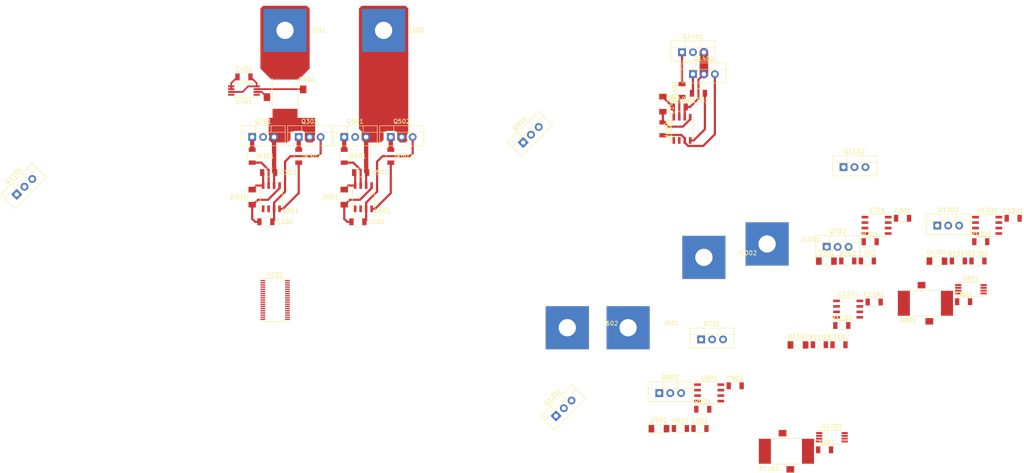
<source format=kicad_pcb>
(kicad_pcb (version 20171130) (host pcbnew "(6.0.0-rc1-dev-1691-g44cb979e9)")

  (general
    (thickness 1.6)
    (drawings 0)
    (tracks 133)
    (zones 0)
    (modules 72)
    (nets 92)
  )

  (page A4)
  (layers
    (0 F.Cu signal)
    (31 B.Cu signal)
    (32 B.Adhes user)
    (33 F.Adhes user)
    (34 B.Paste user)
    (35 F.Paste user)
    (36 B.SilkS user)
    (37 F.SilkS user)
    (38 B.Mask user)
    (39 F.Mask user)
    (40 Dwgs.User user)
    (41 Cmts.User user)
    (42 Eco1.User user)
    (43 Eco2.User user)
    (44 Edge.Cuts user)
    (45 Margin user)
    (46 B.CrtYd user)
    (47 F.CrtYd user)
    (48 B.Fab user)
    (49 F.Fab user)
  )

  (setup
    (last_trace_width 0.25)
    (user_trace_width 0.4)
    (user_trace_width 0.5)
    (user_trace_width 1)
    (user_trace_width 2)
    (trace_clearance 0.2)
    (zone_clearance 0.508)
    (zone_45_only no)
    (trace_min 0.2)
    (via_size 0.8)
    (via_drill 0.4)
    (via_min_size 0.6)
    (via_min_drill 0.3)
    (user_via 0.6 0.3)
    (user_via 1 0.5)
    (uvia_size 0.3)
    (uvia_drill 0.1)
    (uvias_allowed no)
    (uvia_min_size 0.2)
    (uvia_min_drill 0.1)
    (edge_width 0.15)
    (segment_width 0.2)
    (pcb_text_width 0.3)
    (pcb_text_size 1.5 1.5)
    (mod_edge_width 0.15)
    (mod_text_size 1 1)
    (mod_text_width 0.15)
    (pad_size 1.524 1.524)
    (pad_drill 0.762)
    (pad_to_mask_clearance 0.2)
    (solder_mask_min_width 0.25)
    (aux_axis_origin 0 0)
    (visible_elements 7FFFFF7F)
    (pcbplotparams
      (layerselection 0x010fc_ffffffff)
      (usegerberextensions false)
      (usegerberattributes false)
      (usegerberadvancedattributes false)
      (creategerberjobfile false)
      (excludeedgelayer true)
      (linewidth 0.100000)
      (plotframeref false)
      (viasonmask false)
      (mode 1)
      (useauxorigin false)
      (hpglpennumber 1)
      (hpglpenspeed 20)
      (hpglpendiameter 15.000000)
      (psnegative false)
      (psa4output false)
      (plotreference true)
      (plotvalue true)
      (plotinvisibletext false)
      (padsonsilk false)
      (subtractmaskfromsilk false)
      (outputformat 1)
      (mirror false)
      (drillshape 1)
      (scaleselection 1)
      (outputdirectory ""))
  )

  (net 0 "")
  (net 1 +15V)
  (net 2 "Net-(C302-Pad1)")
  (net 3 /Leg1/Sensor/IN)
  (net 4 +3V3)
  (net 5 /Leg2/Sensor/IN)
  (net 6 /Leg3/Sensor/IN)
  (net 7 "Net-(C902-Pad1)")
  (net 8 /Leg1/Sensor/OUT)
  (net 9 /Leg2/Sensor/OUT)
  (net 10 /Leg3/Sensor/OUT)
  (net 11 +VDC)
  (net 12 "Net-(Q301-Pad1)")
  (net 13 "Net-(Q302-Pad1)")
  (net 14 -VDC)
  (net 15 "Net-(Q901-Pad1)")
  (net 16 "Net-(Q902-Pad1)")
  (net 17 "Net-(R301-Pad1)")
  (net 18 "Net-(R302-Pad1)")
  (net 19 "Net-(R401-Pad2)")
  (net 20 "Net-(R401-Pad3)")
  (net 21 "Net-(R901-Pad1)")
  (net 22 "Net-(R902-Pad1)")
  (net 23 "Net-(U101-Pad1)")
  (net 24 "Net-(U101-Pad3)")
  (net 25 /Leg2/QH)
  (net 26 /Leg2/QL)
  (net 27 /Leg3/QH)
  (net 28 /Leg3/QL)
  (net 29 "Net-(U101-Pad11)")
  (net 30 "Net-(U101-Pad13)")
  (net 31 "Net-(U101-Pad14)")
  (net 32 "Net-(U101-Pad15)")
  (net 33 "Net-(U101-Pad16)")
  (net 34 "Net-(U101-Pad17)")
  (net 35 "Net-(U101-Pad18)")
  (net 36 /Leg3/Current)
  (net 37 /Leg2/Current)
  (net 38 /Leg1/Current)
  (net 39 "Net-(U101-Pad24)")
  (net 40 "Net-(U101-Pad25)")
  (net 41 "Net-(U101-Pad26)")
  (net 42 "Net-(U101-Pad27)")
  (net 43 "Net-(U101-Pad28)")
  (net 44 "Net-(U101-Pad29)")
  (net 45 "Net-(U101-Pad30)")
  (net 46 "Net-(U101-Pad31)")
  (net 47 "Net-(U101-Pad32)")
  (net 48 "Net-(U101-Pad33)")
  (net 49 "Net-(U101-Pad34)")
  (net 50 "Net-(U101-Pad35)")
  (net 51 /Leg1/QL)
  (net 52 /Leg1/QH)
  (net 53 "Net-(U101-Pad38)")
  (net 54 "Net-(U401-Pad1)")
  (net 55 "Net-(C502-Pad1)")
  (net 56 /Leg1/Power-/OUT)
  (net 57 "Net-(C702-Pad1)")
  (net 58 /Leg2/Power-/OUT)
  (net 59 "Net-(C1102-Pad1)")
  (net 60 /Leg3/Power-/OUT)
  (net 61 "Net-(C1302-Pad1)")
  (net 62 "Net-(Q501-Pad1)")
  (net 63 "Net-(Q502-Pad1)")
  (net 64 "Net-(Q701-Pad1)")
  (net 65 "Net-(Q702-Pad1)")
  (net 66 "Net-(Q1101-Pad1)")
  (net 67 "Net-(Q1102-Pad1)")
  (net 68 "Net-(Q1301-Pad1)")
  (net 69 "Net-(Q1302-Pad1)")
  (net 70 "Net-(R501-Pad1)")
  (net 71 "Net-(R502-Pad1)")
  (net 72 "Net-(R701-Pad1)")
  (net 73 "Net-(R702-Pad1)")
  (net 74 "Net-(R801-Pad3)")
  (net 75 "Net-(R801-Pad2)")
  (net 76 "Net-(R1101-Pad1)")
  (net 77 "Net-(R1102-Pad1)")
  (net 78 "Net-(R1201-Pad2)")
  (net 79 "Net-(R1201-Pad3)")
  (net 80 "Net-(R1301-Pad1)")
  (net 81 "Net-(R1302-Pad1)")
  (net 82 "Net-(U801-Pad1)")
  (net 83 "Net-(U1201-Pad1)")
  (net 84 /Power_extra/OUT)
  (net 85 "Net-(C1402-Pad1)")
  (net 86 "Net-(Q1401-Pad1)")
  (net 87 "Net-(Q1402-Pad1)")
  (net 88 "Net-(R1401-Pad1)")
  (net 89 "Net-(R1402-Pad1)")
  (net 90 /Power_extra/QH)
  (net 91 /Power_extra/Ql)

  (net_class Default "This is the default net class."
    (clearance 0.2)
    (trace_width 0.25)
    (via_dia 0.8)
    (via_drill 0.4)
    (uvia_dia 0.3)
    (uvia_drill 0.1)
    (add_net +15V)
    (add_net +3V3)
    (add_net +VDC)
    (add_net -VDC)
    (add_net /Leg1/Current)
    (add_net /Leg1/Power-/OUT)
    (add_net /Leg1/QH)
    (add_net /Leg1/QL)
    (add_net /Leg1/Sensor/IN)
    (add_net /Leg1/Sensor/OUT)
    (add_net /Leg2/Current)
    (add_net /Leg2/Power-/OUT)
    (add_net /Leg2/QH)
    (add_net /Leg2/QL)
    (add_net /Leg2/Sensor/IN)
    (add_net /Leg2/Sensor/OUT)
    (add_net /Leg3/Current)
    (add_net /Leg3/Power-/OUT)
    (add_net /Leg3/QH)
    (add_net /Leg3/QL)
    (add_net /Leg3/Sensor/IN)
    (add_net /Leg3/Sensor/OUT)
    (add_net /Power_extra/OUT)
    (add_net /Power_extra/QH)
    (add_net /Power_extra/Ql)
    (add_net "Net-(C1102-Pad1)")
    (add_net "Net-(C1302-Pad1)")
    (add_net "Net-(C1402-Pad1)")
    (add_net "Net-(C302-Pad1)")
    (add_net "Net-(C502-Pad1)")
    (add_net "Net-(C702-Pad1)")
    (add_net "Net-(C902-Pad1)")
    (add_net "Net-(Q1101-Pad1)")
    (add_net "Net-(Q1102-Pad1)")
    (add_net "Net-(Q1301-Pad1)")
    (add_net "Net-(Q1302-Pad1)")
    (add_net "Net-(Q1401-Pad1)")
    (add_net "Net-(Q1402-Pad1)")
    (add_net "Net-(Q301-Pad1)")
    (add_net "Net-(Q302-Pad1)")
    (add_net "Net-(Q501-Pad1)")
    (add_net "Net-(Q502-Pad1)")
    (add_net "Net-(Q701-Pad1)")
    (add_net "Net-(Q702-Pad1)")
    (add_net "Net-(Q901-Pad1)")
    (add_net "Net-(Q902-Pad1)")
    (add_net "Net-(R1101-Pad1)")
    (add_net "Net-(R1102-Pad1)")
    (add_net "Net-(R1201-Pad2)")
    (add_net "Net-(R1201-Pad3)")
    (add_net "Net-(R1301-Pad1)")
    (add_net "Net-(R1302-Pad1)")
    (add_net "Net-(R1401-Pad1)")
    (add_net "Net-(R1402-Pad1)")
    (add_net "Net-(R301-Pad1)")
    (add_net "Net-(R302-Pad1)")
    (add_net "Net-(R401-Pad2)")
    (add_net "Net-(R401-Pad3)")
    (add_net "Net-(R501-Pad1)")
    (add_net "Net-(R502-Pad1)")
    (add_net "Net-(R701-Pad1)")
    (add_net "Net-(R702-Pad1)")
    (add_net "Net-(R801-Pad2)")
    (add_net "Net-(R801-Pad3)")
    (add_net "Net-(R901-Pad1)")
    (add_net "Net-(R902-Pad1)")
    (add_net "Net-(U101-Pad1)")
    (add_net "Net-(U101-Pad11)")
    (add_net "Net-(U101-Pad13)")
    (add_net "Net-(U101-Pad14)")
    (add_net "Net-(U101-Pad15)")
    (add_net "Net-(U101-Pad16)")
    (add_net "Net-(U101-Pad17)")
    (add_net "Net-(U101-Pad18)")
    (add_net "Net-(U101-Pad24)")
    (add_net "Net-(U101-Pad25)")
    (add_net "Net-(U101-Pad26)")
    (add_net "Net-(U101-Pad27)")
    (add_net "Net-(U101-Pad28)")
    (add_net "Net-(U101-Pad29)")
    (add_net "Net-(U101-Pad3)")
    (add_net "Net-(U101-Pad30)")
    (add_net "Net-(U101-Pad31)")
    (add_net "Net-(U101-Pad32)")
    (add_net "Net-(U101-Pad33)")
    (add_net "Net-(U101-Pad34)")
    (add_net "Net-(U101-Pad35)")
    (add_net "Net-(U101-Pad38)")
    (add_net "Net-(U1201-Pad1)")
    (add_net "Net-(U401-Pad1)")
    (add_net "Net-(U801-Pad1)")
  )

  (module Package_SO:SO8 (layer F.Cu) (tedit 5B768FC1) (tstamp 5C575B99)
    (at 185.42 51.435 90)
    (descr "8-Lead Plastic Small Outline (SN) - Narrow, 3.90 mm Body [SOIC] (see Microchip Packaging Specification 00000049BS.pdf)")
    (tags "SOIC 1.27")
    (path /5C575278/5B768171)
    (attr smd)
    (fp_text reference U1401 (at 0 -3.5 90) (layer F.SilkS)
      (effects (font (size 1 1) (thickness 0.15)))
    )
    (fp_text value IR2181 (at 0 3.5 90) (layer F.Fab) hide
      (effects (font (size 1 1) (thickness 0.15)))
    )
    (fp_line (start -2.075 -2.525) (end -3.475 -2.525) (layer F.SilkS) (width 0.15))
    (fp_line (start -2.075 2.575) (end 2.075 2.575) (layer F.SilkS) (width 0.15))
    (fp_line (start -2.075 -2.575) (end 2.075 -2.575) (layer F.SilkS) (width 0.15))
    (fp_line (start -2.075 2.575) (end -2.075 2.43) (layer F.SilkS) (width 0.15))
    (fp_line (start 2.075 2.575) (end 2.075 2.43) (layer F.SilkS) (width 0.15))
    (fp_line (start 2.075 -2.575) (end 2.075 -2.43) (layer F.SilkS) (width 0.15))
    (fp_line (start -2.075 -2.575) (end -2.075 -2.525) (layer F.SilkS) (width 0.15))
    (fp_line (start -3.73 2.7) (end 3.73 2.7) (layer F.CrtYd) (width 0.05))
    (fp_line (start -3.73 -2.7) (end 3.73 -2.7) (layer F.CrtYd) (width 0.05))
    (fp_line (start 3.73 -2.7) (end 3.73 2.7) (layer F.CrtYd) (width 0.05))
    (fp_line (start -3.73 -2.7) (end -3.73 2.7) (layer F.CrtYd) (width 0.05))
    (fp_line (start -1.95 -1.45) (end -0.95 -2.45) (layer F.Fab) (width 0.1))
    (fp_line (start -1.95 2.45) (end -1.95 -1.45) (layer F.Fab) (width 0.1))
    (fp_line (start 1.95 2.45) (end -1.95 2.45) (layer F.Fab) (width 0.1))
    (fp_line (start 1.95 -2.45) (end 1.95 2.45) (layer F.Fab) (width 0.1))
    (fp_line (start -0.95 -2.45) (end 1.95 -2.45) (layer F.Fab) (width 0.1))
    (fp_text user %R (at 0 0 90) (layer F.Fab)
      (effects (font (size 1 1) (thickness 0.15)))
    )
    (pad 8 smd rect (at 2.7 -1.905 90) (size 1.55 0.6) (layers F.Cu F.Paste F.Mask)
      (net 85 "Net-(C1402-Pad1)"))
    (pad 7 smd rect (at 2.7 -0.635 90) (size 1.55 0.6) (layers F.Cu F.Paste F.Mask)
      (net 88 "Net-(R1401-Pad1)"))
    (pad 6 smd rect (at 2.7 0.635 90) (size 1.55 0.6) (layers F.Cu F.Paste F.Mask)
      (net 84 /Power_extra/OUT))
    (pad 5 smd rect (at 2.7 1.905 90) (size 1.55 0.6) (layers F.Cu F.Paste F.Mask)
      (net 1 +15V))
    (pad 4 smd rect (at -2.7 1.905 90) (size 1.55 0.6) (layers F.Cu F.Paste F.Mask)
      (net 89 "Net-(R1402-Pad1)"))
    (pad 3 smd rect (at -2.7 0.635 90) (size 1.55 0.6) (layers F.Cu F.Paste F.Mask)
      (net 14 -VDC))
    (pad 2 smd rect (at -2.7 -0.635 90) (size 1.55 0.6) (layers F.Cu F.Paste F.Mask)
      (net 91 /Power_extra/Ql))
    (pad 1 smd rect (at -2.7 -1.905 90) (size 1.55 0.6) (layers F.Cu F.Paste F.Mask)
      (net 90 /Power_extra/QH))
    (model ${KISYS3DMOD}/Package_SO.3dshapes/SOIC-8_3.9x4.9mm_P1.27mm.wrl
      (at (xyz 0 0 0))
      (scale (xyz 1 1 1))
      (rotate (xyz 0 0 0))
    )
  )

  (module Passives:R1206M (layer F.Cu) (tedit 5A956603) (tstamp 5C575914)
    (at 189.23 43.18 180)
    (descr "Capacitor SMD 1206, reflow soldering, AVX (see smccp.pdf)")
    (tags "capacitor 1206")
    (path /5C575278/5B7682C5)
    (attr smd)
    (fp_text reference R1402 (at 0 -1.75 180) (layer F.SilkS)
      (effects (font (size 1 1) (thickness 0.15)))
    )
    (fp_text value 22R (at 0 2 180) (layer F.Fab) hide
      (effects (font (size 1 1) (thickness 0.15)))
    )
    (fp_line (start 2.25 1.05) (end -2.25 1.05) (layer F.CrtYd) (width 0.05))
    (fp_line (start 2.25 1.05) (end 2.25 -1.05) (layer F.CrtYd) (width 0.05))
    (fp_line (start -2.25 -1.05) (end -2.25 1.05) (layer F.CrtYd) (width 0.05))
    (fp_line (start -2.25 -1.05) (end 2.25 -1.05) (layer F.CrtYd) (width 0.05))
    (fp_line (start -1 1.02) (end 1 1.02) (layer F.SilkS) (width 0.12))
    (fp_line (start 1 -1.02) (end -1 -1.02) (layer F.SilkS) (width 0.12))
    (fp_line (start -1.6 -0.8) (end 1.6 -0.8) (layer F.Fab) (width 0.1))
    (fp_line (start 1.6 -0.8) (end 1.6 0.8) (layer F.Fab) (width 0.1))
    (fp_line (start 1.6 0.8) (end -1.6 0.8) (layer F.Fab) (width 0.1))
    (fp_line (start -1.6 0.8) (end -1.6 -0.8) (layer F.Fab) (width 0.1))
    (fp_text user %R (at 0 0 180) (layer F.Fab)
      (effects (font (size 0.5 0.5) (thickness 0.07)))
    )
    (pad 2 smd rect (at 1.5 0 180) (size 1 1.6) (layers F.Cu F.Paste F.Mask)
      (net 87 "Net-(Q1402-Pad1)"))
    (pad 1 smd rect (at -1.5 0 180) (size 1 1.6) (layers F.Cu F.Paste F.Mask)
      (net 89 "Net-(R1402-Pad1)"))
    (model ${KISYS3DMOD}/Resistor_SMD.3dshapes/R_1206_3216Metric.wrl
      (at (xyz 0 0 0))
      (scale (xyz 1 1 1))
      (rotate (xyz 0 0 0))
    )
  )

  (module Passives:R1206M (layer F.Cu) (tedit 5A956603) (tstamp 5C575903)
    (at 185.42 42.545 90)
    (descr "Capacitor SMD 1206, reflow soldering, AVX (see smccp.pdf)")
    (tags "capacitor 1206")
    (path /5C575278/5B768234)
    (attr smd)
    (fp_text reference R1401 (at 0 -1.75 90) (layer F.SilkS)
      (effects (font (size 1 1) (thickness 0.15)))
    )
    (fp_text value 22R (at 0 2 90) (layer F.Fab) hide
      (effects (font (size 1 1) (thickness 0.15)))
    )
    (fp_line (start 2.25 1.05) (end -2.25 1.05) (layer F.CrtYd) (width 0.05))
    (fp_line (start 2.25 1.05) (end 2.25 -1.05) (layer F.CrtYd) (width 0.05))
    (fp_line (start -2.25 -1.05) (end -2.25 1.05) (layer F.CrtYd) (width 0.05))
    (fp_line (start -2.25 -1.05) (end 2.25 -1.05) (layer F.CrtYd) (width 0.05))
    (fp_line (start -1 1.02) (end 1 1.02) (layer F.SilkS) (width 0.12))
    (fp_line (start 1 -1.02) (end -1 -1.02) (layer F.SilkS) (width 0.12))
    (fp_line (start -1.6 -0.8) (end 1.6 -0.8) (layer F.Fab) (width 0.1))
    (fp_line (start 1.6 -0.8) (end 1.6 0.8) (layer F.Fab) (width 0.1))
    (fp_line (start 1.6 0.8) (end -1.6 0.8) (layer F.Fab) (width 0.1))
    (fp_line (start -1.6 0.8) (end -1.6 -0.8) (layer F.Fab) (width 0.1))
    (fp_text user %R (at 0 0 90) (layer F.Fab)
      (effects (font (size 0.5 0.5) (thickness 0.07)))
    )
    (pad 2 smd rect (at 1.5 0 90) (size 1 1.6) (layers F.Cu F.Paste F.Mask)
      (net 86 "Net-(Q1401-Pad1)"))
    (pad 1 smd rect (at -1.5 0 90) (size 1 1.6) (layers F.Cu F.Paste F.Mask)
      (net 88 "Net-(R1401-Pad1)"))
    (model ${KISYS3DMOD}/Resistor_SMD.3dshapes/R_1206_3216Metric.wrl
      (at (xyz 0 0 0))
      (scale (xyz 1 1 1))
      (rotate (xyz 0 0 0))
    )
  )

  (module Discretes:TO-220 (layer F.Cu) (tedit 59E9DD4A) (tstamp 5C5756AC)
    (at 187.96 38.735)
    (descr "TO-220-3, Vertical, RM 2.54mm")
    (tags "TO-220-3 Vertical RM 2.54mm")
    (path /5C575278/5B768110)
    (fp_text reference Q1402 (at 2.54 -3.62) (layer F.SilkS)
      (effects (font (size 1 1) (thickness 0.15)))
    )
    (fp_text value CSD19531KCS (at 2.54 3.92) (layer F.Fab) hide
      (effects (font (size 1 1) (thickness 0.15)))
    )
    (fp_line (start 7.79 -2.75) (end -2.71 -2.75) (layer F.CrtYd) (width 0.05))
    (fp_line (start 7.79 2.16) (end 7.79 -2.75) (layer F.CrtYd) (width 0.05))
    (fp_line (start -2.71 2.16) (end 7.79 2.16) (layer F.CrtYd) (width 0.05))
    (fp_line (start -2.71 -2.75) (end -2.71 2.16) (layer F.CrtYd) (width 0.05))
    (fp_line (start 4.391 -2.62) (end 4.391 -1.11) (layer F.SilkS) (width 0.12))
    (fp_line (start 0.69 -2.62) (end 0.69 -1.11) (layer F.SilkS) (width 0.12))
    (fp_line (start -2.58 -1.11) (end 7.66 -1.11) (layer F.SilkS) (width 0.12))
    (fp_line (start 7.66 -2.62) (end 7.66 2.021) (layer F.SilkS) (width 0.12))
    (fp_line (start -2.58 -2.62) (end -2.58 2.021) (layer F.SilkS) (width 0.12))
    (fp_line (start -2.58 2.021) (end 7.66 2.021) (layer F.SilkS) (width 0.12))
    (fp_line (start -2.58 -2.62) (end 7.66 -2.62) (layer F.SilkS) (width 0.12))
    (fp_line (start 4.39 -2.5) (end 4.39 -1.23) (layer F.Fab) (width 0.1))
    (fp_line (start 0.69 -2.5) (end 0.69 -1.23) (layer F.Fab) (width 0.1))
    (fp_line (start -2.46 -1.23) (end 7.54 -1.23) (layer F.Fab) (width 0.1))
    (fp_line (start 7.54 -2.5) (end -2.46 -2.5) (layer F.Fab) (width 0.1))
    (fp_line (start 7.54 1.9) (end 7.54 -2.5) (layer F.Fab) (width 0.1))
    (fp_line (start -2.46 1.9) (end 7.54 1.9) (layer F.Fab) (width 0.1))
    (fp_line (start -2.46 -2.5) (end -2.46 1.9) (layer F.Fab) (width 0.1))
    (fp_text user %R (at 2.54 -3.62) (layer F.Fab)
      (effects (font (size 1 1) (thickness 0.15)))
    )
    (pad 3 thru_hole oval (at 5.08 0) (size 1.8 1.8) (drill 1) (layers *.Cu *.Mask)
      (net 14 -VDC))
    (pad 2 thru_hole oval (at 2.54 0) (size 1.8 1.8) (drill 1) (layers *.Cu *.Mask)
      (net 84 /Power_extra/OUT))
    (pad 1 thru_hole rect (at 0 0) (size 1.8 1.8) (drill 1) (layers *.Cu *.Mask)
      (net 87 "Net-(Q1402-Pad1)"))
    (model ${KISYS3DMOD}/Package_TO_SOT_THT.3dshapes/TO-220-3_Vertical.wrl
      (at (xyz 0 0 0))
      (scale (xyz 1 1 1))
      (rotate (xyz 0 0 0))
    )
  )

  (module Discretes:TO-220 (layer F.Cu) (tedit 59E9DD4A) (tstamp 5C575692)
    (at 185.42 33.655)
    (descr "TO-220-3, Vertical, RM 2.54mm")
    (tags "TO-220-3 Vertical RM 2.54mm")
    (path /5C575278/5B768070)
    (fp_text reference Q1401 (at 2.54 -3.62) (layer F.SilkS)
      (effects (font (size 1 1) (thickness 0.15)))
    )
    (fp_text value CSD19531KCS (at 2.54 3.92) (layer F.Fab) hide
      (effects (font (size 1 1) (thickness 0.15)))
    )
    (fp_line (start 7.79 -2.75) (end -2.71 -2.75) (layer F.CrtYd) (width 0.05))
    (fp_line (start 7.79 2.16) (end 7.79 -2.75) (layer F.CrtYd) (width 0.05))
    (fp_line (start -2.71 2.16) (end 7.79 2.16) (layer F.CrtYd) (width 0.05))
    (fp_line (start -2.71 -2.75) (end -2.71 2.16) (layer F.CrtYd) (width 0.05))
    (fp_line (start 4.391 -2.62) (end 4.391 -1.11) (layer F.SilkS) (width 0.12))
    (fp_line (start 0.69 -2.62) (end 0.69 -1.11) (layer F.SilkS) (width 0.12))
    (fp_line (start -2.58 -1.11) (end 7.66 -1.11) (layer F.SilkS) (width 0.12))
    (fp_line (start 7.66 -2.62) (end 7.66 2.021) (layer F.SilkS) (width 0.12))
    (fp_line (start -2.58 -2.62) (end -2.58 2.021) (layer F.SilkS) (width 0.12))
    (fp_line (start -2.58 2.021) (end 7.66 2.021) (layer F.SilkS) (width 0.12))
    (fp_line (start -2.58 -2.62) (end 7.66 -2.62) (layer F.SilkS) (width 0.12))
    (fp_line (start 4.39 -2.5) (end 4.39 -1.23) (layer F.Fab) (width 0.1))
    (fp_line (start 0.69 -2.5) (end 0.69 -1.23) (layer F.Fab) (width 0.1))
    (fp_line (start -2.46 -1.23) (end 7.54 -1.23) (layer F.Fab) (width 0.1))
    (fp_line (start 7.54 -2.5) (end -2.46 -2.5) (layer F.Fab) (width 0.1))
    (fp_line (start 7.54 1.9) (end 7.54 -2.5) (layer F.Fab) (width 0.1))
    (fp_line (start -2.46 1.9) (end 7.54 1.9) (layer F.Fab) (width 0.1))
    (fp_line (start -2.46 -2.5) (end -2.46 1.9) (layer F.Fab) (width 0.1))
    (fp_text user %R (at 2.54 -3.62) (layer F.Fab)
      (effects (font (size 1 1) (thickness 0.15)))
    )
    (pad 3 thru_hole oval (at 5.08 0) (size 1.8 1.8) (drill 1) (layers *.Cu *.Mask)
      (net 84 /Power_extra/OUT))
    (pad 2 thru_hole oval (at 2.54 0) (size 1.8 1.8) (drill 1) (layers *.Cu *.Mask)
      (net 11 +VDC))
    (pad 1 thru_hole rect (at 0 0) (size 1.8 1.8) (drill 1) (layers *.Cu *.Mask)
      (net 86 "Net-(Q1401-Pad1)"))
    (model ${KISYS3DMOD}/Package_TO_SOT_THT.3dshapes/TO-220-3_Vertical.wrl
      (at (xyz 0 0 0))
      (scale (xyz 1 1 1))
      (rotate (xyz 0 0 0))
    )
  )

  (module Discretes:D_MiniMELF (layer F.Cu) (tedit 59F95434) (tstamp 5C5753CC)
    (at 180.975 45.72 270)
    (descr "Diode Mini-MELF")
    (tags "Diode Mini-MELF")
    (path /5C575278/5B76A6F5)
    (attr smd)
    (fp_text reference D1401 (at 0 -2 270) (layer F.SilkS)
      (effects (font (size 1 1) (thickness 0.15)))
    )
    (fp_text value LL4148 (at 0 1.75 270) (layer F.Fab) hide
      (effects (font (size 1 1) (thickness 0.15)))
    )
    (fp_line (start -2.65 1.1) (end -2.65 -1.1) (layer F.CrtYd) (width 0.05))
    (fp_line (start 2.65 1.1) (end -2.65 1.1) (layer F.CrtYd) (width 0.05))
    (fp_line (start 2.65 -1.1) (end 2.65 1.1) (layer F.CrtYd) (width 0.05))
    (fp_line (start -2.65 -1.1) (end 2.65 -1.1) (layer F.CrtYd) (width 0.05))
    (fp_line (start -0.75 0) (end -0.35 0) (layer F.Fab) (width 0.1))
    (fp_line (start -0.35 0) (end -0.35 -0.55) (layer F.Fab) (width 0.1))
    (fp_line (start -0.35 0) (end -0.35 0.55) (layer F.Fab) (width 0.1))
    (fp_line (start -0.35 0) (end 0.25 -0.4) (layer F.Fab) (width 0.1))
    (fp_line (start 0.25 -0.4) (end 0.25 0.4) (layer F.Fab) (width 0.1))
    (fp_line (start 0.25 0.4) (end -0.35 0) (layer F.Fab) (width 0.1))
    (fp_line (start 0.25 0) (end 0.75 0) (layer F.Fab) (width 0.1))
    (fp_line (start -1.65 -0.8) (end 1.65 -0.8) (layer F.Fab) (width 0.1))
    (fp_line (start -1.65 0.8) (end -1.65 -0.8) (layer F.Fab) (width 0.1))
    (fp_line (start 1.65 0.8) (end -1.65 0.8) (layer F.Fab) (width 0.1))
    (fp_line (start 1.65 -0.8) (end 1.65 0.8) (layer F.Fab) (width 0.1))
    (fp_line (start -2.55 1) (end 1.75 1) (layer F.SilkS) (width 0.12))
    (fp_line (start -2.55 -1) (end -2.55 1) (layer F.SilkS) (width 0.12))
    (fp_line (start 1.75 -1) (end -2.55 -1) (layer F.SilkS) (width 0.12))
    (fp_text user %R (at 0 -2 270) (layer F.Fab)
      (effects (font (size 1 1) (thickness 0.15)))
    )
    (pad 2 smd rect (at 1.75 0 270) (size 1.3 1.7) (layers F.Cu F.Paste F.Mask)
      (net 1 +15V))
    (pad 1 smd rect (at -1.75 0 270) (size 1.3 1.7) (layers F.Cu F.Paste F.Mask)
      (net 85 "Net-(C1402-Pad1)"))
    (model ${KISYS3DMOD}/Diode_SMD.3dshapes/D_MiniMELF.wrl
      (at (xyz 0 0 0))
      (scale (xyz 1 1 1))
      (rotate (xyz 0 0 0))
    )
  )

  (module Passives:C1206M (layer F.Cu) (tedit 5A956631) (tstamp 5C576045)
    (at 184.785 46.355)
    (descr "Capacitor SMD 1206, reflow soldering, AVX (see smccp.pdf)")
    (tags "capacitor 1206")
    (path /5C575278/5B7686C7)
    (attr smd)
    (fp_text reference C1402 (at 0 -1.75) (layer F.SilkS)
      (effects (font (size 1 1) (thickness 0.15)))
    )
    (fp_text value 100n (at 0 2) (layer F.Fab) hide
      (effects (font (size 1 1) (thickness 0.15)))
    )
    (fp_line (start 2.25 1.05) (end -2.25 1.05) (layer F.CrtYd) (width 0.05))
    (fp_line (start 2.25 1.05) (end 2.25 -1.05) (layer F.CrtYd) (width 0.05))
    (fp_line (start -2.25 -1.05) (end -2.25 1.05) (layer F.CrtYd) (width 0.05))
    (fp_line (start -2.25 -1.05) (end 2.25 -1.05) (layer F.CrtYd) (width 0.05))
    (fp_line (start -1 1.02) (end 1 1.02) (layer F.SilkS) (width 0.12))
    (fp_line (start 1 -1.02) (end -1 -1.02) (layer F.SilkS) (width 0.12))
    (fp_line (start -1.6 -0.8) (end 1.6 -0.8) (layer F.Fab) (width 0.1))
    (fp_line (start 1.6 -0.8) (end 1.6 0.8) (layer F.Fab) (width 0.1))
    (fp_line (start 1.6 0.8) (end -1.6 0.8) (layer F.Fab) (width 0.1))
    (fp_line (start -1.6 0.8) (end -1.6 -0.8) (layer F.Fab) (width 0.1))
    (fp_text user %R (at 0 0) (layer F.Fab)
      (effects (font (size 0.5 0.5) (thickness 0.07)))
    )
    (pad 2 smd rect (at 1.5 0) (size 1 1.6) (layers F.Cu F.Paste F.Mask)
      (net 84 /Power_extra/OUT))
    (pad 1 smd rect (at -1.5 0) (size 1 1.6) (layers F.Cu F.Paste F.Mask)
      (net 85 "Net-(C1402-Pad1)"))
    (model ${KISYS3DMOD}/Capacitor_SMD.3dshapes/C_1206_3216Metric.wrl
      (at (xyz 0 0 0))
      (scale (xyz 1 1 1))
      (rotate (xyz 0 0 0))
    )
  )

  (module Passives:C1206M (layer F.Cu) (tedit 5A956631) (tstamp 5C575282)
    (at 180.975 51.435 270)
    (descr "Capacitor SMD 1206, reflow soldering, AVX (see smccp.pdf)")
    (tags "capacitor 1206")
    (path /5C575278/5B7685DA)
    (attr smd)
    (fp_text reference C1401 (at 0 -1.75 270) (layer F.SilkS)
      (effects (font (size 1 1) (thickness 0.15)))
    )
    (fp_text value 100n (at 0 2 270) (layer F.Fab) hide
      (effects (font (size 1 1) (thickness 0.15)))
    )
    (fp_line (start 2.25 1.05) (end -2.25 1.05) (layer F.CrtYd) (width 0.05))
    (fp_line (start 2.25 1.05) (end 2.25 -1.05) (layer F.CrtYd) (width 0.05))
    (fp_line (start -2.25 -1.05) (end -2.25 1.05) (layer F.CrtYd) (width 0.05))
    (fp_line (start -2.25 -1.05) (end 2.25 -1.05) (layer F.CrtYd) (width 0.05))
    (fp_line (start -1 1.02) (end 1 1.02) (layer F.SilkS) (width 0.12))
    (fp_line (start 1 -1.02) (end -1 -1.02) (layer F.SilkS) (width 0.12))
    (fp_line (start -1.6 -0.8) (end 1.6 -0.8) (layer F.Fab) (width 0.1))
    (fp_line (start 1.6 -0.8) (end 1.6 0.8) (layer F.Fab) (width 0.1))
    (fp_line (start 1.6 0.8) (end -1.6 0.8) (layer F.Fab) (width 0.1))
    (fp_line (start -1.6 0.8) (end -1.6 -0.8) (layer F.Fab) (width 0.1))
    (fp_text user %R (at 0 0 270) (layer F.Fab)
      (effects (font (size 0.5 0.5) (thickness 0.07)))
    )
    (pad 2 smd rect (at 1.5 0 270) (size 1 1.6) (layers F.Cu F.Paste F.Mask)
      (net 14 -VDC))
    (pad 1 smd rect (at -1.5 0 270) (size 1 1.6) (layers F.Cu F.Paste F.Mask)
      (net 1 +15V))
    (model ${KISYS3DMOD}/Capacitor_SMD.3dshapes/C_1206_3216Metric.wrl
      (at (xyz 0 0 0))
      (scale (xyz 1 1 1))
      (rotate (xyz 0 0 0))
    )
  )

  (module Passives:C1206M (layer F.Cu) (tedit 5A956631) (tstamp 5B77579B)
    (at 88.9 73.025)
    (descr "Capacitor SMD 1206, reflow soldering, AVX (see smccp.pdf)")
    (tags "capacitor 1206")
    (path /5B767FE4/5B767FF2/5B7685DA)
    (attr smd)
    (fp_text reference C301 (at 4.445 0) (layer F.SilkS)
      (effects (font (size 1 1) (thickness 0.15)))
    )
    (fp_text value 100n (at 0 2) (layer F.Fab) hide
      (effects (font (size 1 1) (thickness 0.15)))
    )
    (fp_line (start 2.25 1.05) (end -2.25 1.05) (layer F.CrtYd) (width 0.05))
    (fp_line (start 2.25 1.05) (end 2.25 -1.05) (layer F.CrtYd) (width 0.05))
    (fp_line (start -2.25 -1.05) (end -2.25 1.05) (layer F.CrtYd) (width 0.05))
    (fp_line (start -2.25 -1.05) (end 2.25 -1.05) (layer F.CrtYd) (width 0.05))
    (fp_line (start -1 1.02) (end 1 1.02) (layer F.SilkS) (width 0.12))
    (fp_line (start 1 -1.02) (end -1 -1.02) (layer F.SilkS) (width 0.12))
    (fp_line (start -1.6 -0.8) (end 1.6 -0.8) (layer F.Fab) (width 0.1))
    (fp_line (start 1.6 -0.8) (end 1.6 0.8) (layer F.Fab) (width 0.1))
    (fp_line (start 1.6 0.8) (end -1.6 0.8) (layer F.Fab) (width 0.1))
    (fp_line (start -1.6 0.8) (end -1.6 -0.8) (layer F.Fab) (width 0.1))
    (fp_text user %R (at 0 0) (layer F.Fab)
      (effects (font (size 0.5 0.5) (thickness 0.07)))
    )
    (pad 2 smd rect (at 1.5 0) (size 1 1.6) (layers F.Cu F.Paste F.Mask)
      (net 14 -VDC))
    (pad 1 smd rect (at -1.5 0) (size 1 1.6) (layers F.Cu F.Paste F.Mask)
      (net 1 +15V))
    (model ${KISYS3DMOD}/Capacitor_SMD.3dshapes/C_1206_3216Metric.wrl
      (at (xyz 0 0 0))
      (scale (xyz 1 1 1))
      (rotate (xyz 0 0 0))
    )
  )

  (module Passives:C1206M (layer F.Cu) (tedit 5A956631) (tstamp 5B773F7E)
    (at 89.535 61.595)
    (descr "Capacitor SMD 1206, reflow soldering, AVX (see smccp.pdf)")
    (tags "capacitor 1206")
    (path /5B767FE4/5B767FF2/5B7686C7)
    (attr smd)
    (fp_text reference C302 (at 4.445 0) (layer F.SilkS)
      (effects (font (size 1 1) (thickness 0.15)))
    )
    (fp_text value 100n (at 0 2) (layer F.Fab) hide
      (effects (font (size 1 1) (thickness 0.15)))
    )
    (fp_text user %R (at 0 0) (layer F.Fab)
      (effects (font (size 0.5 0.5) (thickness 0.07)))
    )
    (fp_line (start -1.6 0.8) (end -1.6 -0.8) (layer F.Fab) (width 0.1))
    (fp_line (start 1.6 0.8) (end -1.6 0.8) (layer F.Fab) (width 0.1))
    (fp_line (start 1.6 -0.8) (end 1.6 0.8) (layer F.Fab) (width 0.1))
    (fp_line (start -1.6 -0.8) (end 1.6 -0.8) (layer F.Fab) (width 0.1))
    (fp_line (start 1 -1.02) (end -1 -1.02) (layer F.SilkS) (width 0.12))
    (fp_line (start -1 1.02) (end 1 1.02) (layer F.SilkS) (width 0.12))
    (fp_line (start -2.25 -1.05) (end 2.25 -1.05) (layer F.CrtYd) (width 0.05))
    (fp_line (start -2.25 -1.05) (end -2.25 1.05) (layer F.CrtYd) (width 0.05))
    (fp_line (start 2.25 1.05) (end 2.25 -1.05) (layer F.CrtYd) (width 0.05))
    (fp_line (start 2.25 1.05) (end -2.25 1.05) (layer F.CrtYd) (width 0.05))
    (pad 1 smd rect (at -1.5 0) (size 1 1.6) (layers F.Cu F.Paste F.Mask)
      (net 2 "Net-(C302-Pad1)"))
    (pad 2 smd rect (at 1.5 0) (size 1 1.6) (layers F.Cu F.Paste F.Mask)
      (net 3 /Leg1/Sensor/IN))
    (model ${KISYS3DMOD}/Capacitor_SMD.3dshapes/C_1206_3216Metric.wrl
      (at (xyz 0 0 0))
      (scale (xyz 1 1 1))
      (rotate (xyz 0 0 0))
    )
  )

  (module Passives:C1206M (layer F.Cu) (tedit 5A956631) (tstamp 5B773F8F)
    (at 83.82 39.37)
    (descr "Capacitor SMD 1206, reflow soldering, AVX (see smccp.pdf)")
    (tags "capacitor 1206")
    (path /5B767FE4/5B767FF5/5B76C4AF)
    (attr smd)
    (fp_text reference C401 (at 0 -1.75) (layer F.SilkS)
      (effects (font (size 1 1) (thickness 0.15)))
    )
    (fp_text value C1206 (at 0 2) (layer F.Fab) hide
      (effects (font (size 1 1) (thickness 0.15)))
    )
    (fp_text user %R (at 0 0) (layer F.Fab)
      (effects (font (size 0.5 0.5) (thickness 0.07)))
    )
    (fp_line (start -1.6 0.8) (end -1.6 -0.8) (layer F.Fab) (width 0.1))
    (fp_line (start 1.6 0.8) (end -1.6 0.8) (layer F.Fab) (width 0.1))
    (fp_line (start 1.6 -0.8) (end 1.6 0.8) (layer F.Fab) (width 0.1))
    (fp_line (start -1.6 -0.8) (end 1.6 -0.8) (layer F.Fab) (width 0.1))
    (fp_line (start 1 -1.02) (end -1 -1.02) (layer F.SilkS) (width 0.12))
    (fp_line (start -1 1.02) (end 1 1.02) (layer F.SilkS) (width 0.12))
    (fp_line (start -2.25 -1.05) (end 2.25 -1.05) (layer F.CrtYd) (width 0.05))
    (fp_line (start -2.25 -1.05) (end -2.25 1.05) (layer F.CrtYd) (width 0.05))
    (fp_line (start 2.25 1.05) (end 2.25 -1.05) (layer F.CrtYd) (width 0.05))
    (fp_line (start 2.25 1.05) (end -2.25 1.05) (layer F.CrtYd) (width 0.05))
    (pad 1 smd rect (at -1.5 0) (size 1 1.6) (layers F.Cu F.Paste F.Mask)
      (net 4 +3V3))
    (pad 2 smd rect (at 1.5 0) (size 1 1.6) (layers F.Cu F.Paste F.Mask)
      (net 14 -VDC))
    (model ${KISYS3DMOD}/Capacitor_SMD.3dshapes/C_1206_3216Metric.wrl
      (at (xyz 0 0 0))
      (scale (xyz 1 1 1))
      (rotate (xyz 0 0 0))
    )
  )

  (module Passives:C1206M (layer F.Cu) (tedit 5A956631) (tstamp 5B773FA0)
    (at 110.25 73.025)
    (descr "Capacitor SMD 1206, reflow soldering, AVX (see smccp.pdf)")
    (tags "capacitor 1206")
    (path /5B767FE4/5B772791/5B7685DA)
    (attr smd)
    (fp_text reference C501 (at 4.445 0) (layer F.SilkS)
      (effects (font (size 1 1) (thickness 0.15)))
    )
    (fp_text value 100n (at 0 2) (layer F.Fab) hide
      (effects (font (size 1 1) (thickness 0.15)))
    )
    (fp_line (start 2.25 1.05) (end -2.25 1.05) (layer F.CrtYd) (width 0.05))
    (fp_line (start 2.25 1.05) (end 2.25 -1.05) (layer F.CrtYd) (width 0.05))
    (fp_line (start -2.25 -1.05) (end -2.25 1.05) (layer F.CrtYd) (width 0.05))
    (fp_line (start -2.25 -1.05) (end 2.25 -1.05) (layer F.CrtYd) (width 0.05))
    (fp_line (start -1 1.02) (end 1 1.02) (layer F.SilkS) (width 0.12))
    (fp_line (start 1 -1.02) (end -1 -1.02) (layer F.SilkS) (width 0.12))
    (fp_line (start -1.6 -0.8) (end 1.6 -0.8) (layer F.Fab) (width 0.1))
    (fp_line (start 1.6 -0.8) (end 1.6 0.8) (layer F.Fab) (width 0.1))
    (fp_line (start 1.6 0.8) (end -1.6 0.8) (layer F.Fab) (width 0.1))
    (fp_line (start -1.6 0.8) (end -1.6 -0.8) (layer F.Fab) (width 0.1))
    (fp_text user %R (at 0 0) (layer F.Fab)
      (effects (font (size 0.5 0.5) (thickness 0.07)))
    )
    (pad 2 smd rect (at 1.5 0) (size 1 1.6) (layers F.Cu F.Paste F.Mask)
      (net 14 -VDC))
    (pad 1 smd rect (at -1.5 0) (size 1 1.6) (layers F.Cu F.Paste F.Mask)
      (net 1 +15V))
    (model ${KISYS3DMOD}/Capacitor_SMD.3dshapes/C_1206_3216Metric.wrl
      (at (xyz 0 0 0))
      (scale (xyz 1 1 1))
      (rotate (xyz 0 0 0))
    )
  )

  (module Passives:C1206M (layer F.Cu) (tedit 5A956631) (tstamp 5B773FB1)
    (at 110.885 61.595)
    (descr "Capacitor SMD 1206, reflow soldering, AVX (see smccp.pdf)")
    (tags "capacitor 1206")
    (path /5B767FE4/5B772791/5B7686C7)
    (attr smd)
    (fp_text reference C502 (at 4.445 0) (layer F.SilkS)
      (effects (font (size 1 1) (thickness 0.15)))
    )
    (fp_text value 100n (at 0 2) (layer F.Fab) hide
      (effects (font (size 1 1) (thickness 0.15)))
    )
    (fp_text user %R (at 0 0) (layer F.Fab)
      (effects (font (size 0.5 0.5) (thickness 0.07)))
    )
    (fp_line (start -1.6 0.8) (end -1.6 -0.8) (layer F.Fab) (width 0.1))
    (fp_line (start 1.6 0.8) (end -1.6 0.8) (layer F.Fab) (width 0.1))
    (fp_line (start 1.6 -0.8) (end 1.6 0.8) (layer F.Fab) (width 0.1))
    (fp_line (start -1.6 -0.8) (end 1.6 -0.8) (layer F.Fab) (width 0.1))
    (fp_line (start 1 -1.02) (end -1 -1.02) (layer F.SilkS) (width 0.12))
    (fp_line (start -1 1.02) (end 1 1.02) (layer F.SilkS) (width 0.12))
    (fp_line (start -2.25 -1.05) (end 2.25 -1.05) (layer F.CrtYd) (width 0.05))
    (fp_line (start -2.25 -1.05) (end -2.25 1.05) (layer F.CrtYd) (width 0.05))
    (fp_line (start 2.25 1.05) (end 2.25 -1.05) (layer F.CrtYd) (width 0.05))
    (fp_line (start 2.25 1.05) (end -2.25 1.05) (layer F.CrtYd) (width 0.05))
    (pad 1 smd rect (at -1.5 0) (size 1 1.6) (layers F.Cu F.Paste F.Mask)
      (net 55 "Net-(C502-Pad1)"))
    (pad 2 smd rect (at 1.5 0) (size 1 1.6) (layers F.Cu F.Paste F.Mask)
      (net 56 /Leg1/Power-/OUT))
    (model ${KISYS3DMOD}/Capacitor_SMD.3dshapes/C_1206_3216Metric.wrl
      (at (xyz 0 0 0))
      (scale (xyz 1 1 1))
      (rotate (xyz 0 0 0))
    )
  )

  (module Passives:C1206M (layer F.Cu) (tedit 5A956631) (tstamp 5B773FC2)
    (at 236.580001 72.200001)
    (descr "Capacitor SMD 1206, reflow soldering, AVX (see smccp.pdf)")
    (tags "capacitor 1206")
    (path /5B76D023/5B767FF2/5B7685DA)
    (attr smd)
    (fp_text reference C701 (at 0 -1.75) (layer F.SilkS)
      (effects (font (size 1 1) (thickness 0.15)))
    )
    (fp_text value 100n (at 0 2) (layer F.Fab) hide
      (effects (font (size 1 1) (thickness 0.15)))
    )
    (fp_text user %R (at 0 0) (layer F.Fab)
      (effects (font (size 0.5 0.5) (thickness 0.07)))
    )
    (fp_line (start -1.6 0.8) (end -1.6 -0.8) (layer F.Fab) (width 0.1))
    (fp_line (start 1.6 0.8) (end -1.6 0.8) (layer F.Fab) (width 0.1))
    (fp_line (start 1.6 -0.8) (end 1.6 0.8) (layer F.Fab) (width 0.1))
    (fp_line (start -1.6 -0.8) (end 1.6 -0.8) (layer F.Fab) (width 0.1))
    (fp_line (start 1 -1.02) (end -1 -1.02) (layer F.SilkS) (width 0.12))
    (fp_line (start -1 1.02) (end 1 1.02) (layer F.SilkS) (width 0.12))
    (fp_line (start -2.25 -1.05) (end 2.25 -1.05) (layer F.CrtYd) (width 0.05))
    (fp_line (start -2.25 -1.05) (end -2.25 1.05) (layer F.CrtYd) (width 0.05))
    (fp_line (start 2.25 1.05) (end 2.25 -1.05) (layer F.CrtYd) (width 0.05))
    (fp_line (start 2.25 1.05) (end -2.25 1.05) (layer F.CrtYd) (width 0.05))
    (pad 1 smd rect (at -1.5 0) (size 1 1.6) (layers F.Cu F.Paste F.Mask)
      (net 1 +15V))
    (pad 2 smd rect (at 1.5 0) (size 1 1.6) (layers F.Cu F.Paste F.Mask)
      (net 14 -VDC))
    (model ${KISYS3DMOD}/Capacitor_SMD.3dshapes/C_1206_3216Metric.wrl
      (at (xyz 0 0 0))
      (scale (xyz 1 1 1))
      (rotate (xyz 0 0 0))
    )
  )

  (module Passives:C1206M (layer F.Cu) (tedit 5A956631) (tstamp 5B773FD3)
    (at 228.420001 82.120001)
    (descr "Capacitor SMD 1206, reflow soldering, AVX (see smccp.pdf)")
    (tags "capacitor 1206")
    (path /5B76D023/5B767FF2/5B7686C7)
    (attr smd)
    (fp_text reference C702 (at 0 -1.75) (layer F.SilkS)
      (effects (font (size 1 1) (thickness 0.15)))
    )
    (fp_text value 100n (at 0 2) (layer F.Fab) hide
      (effects (font (size 1 1) (thickness 0.15)))
    )
    (fp_line (start 2.25 1.05) (end -2.25 1.05) (layer F.CrtYd) (width 0.05))
    (fp_line (start 2.25 1.05) (end 2.25 -1.05) (layer F.CrtYd) (width 0.05))
    (fp_line (start -2.25 -1.05) (end -2.25 1.05) (layer F.CrtYd) (width 0.05))
    (fp_line (start -2.25 -1.05) (end 2.25 -1.05) (layer F.CrtYd) (width 0.05))
    (fp_line (start -1 1.02) (end 1 1.02) (layer F.SilkS) (width 0.12))
    (fp_line (start 1 -1.02) (end -1 -1.02) (layer F.SilkS) (width 0.12))
    (fp_line (start -1.6 -0.8) (end 1.6 -0.8) (layer F.Fab) (width 0.1))
    (fp_line (start 1.6 -0.8) (end 1.6 0.8) (layer F.Fab) (width 0.1))
    (fp_line (start 1.6 0.8) (end -1.6 0.8) (layer F.Fab) (width 0.1))
    (fp_line (start -1.6 0.8) (end -1.6 -0.8) (layer F.Fab) (width 0.1))
    (fp_text user %R (at 0 0) (layer F.Fab)
      (effects (font (size 0.5 0.5) (thickness 0.07)))
    )
    (pad 2 smd rect (at 1.5 0) (size 1 1.6) (layers F.Cu F.Paste F.Mask)
      (net 5 /Leg2/Sensor/IN))
    (pad 1 smd rect (at -1.5 0) (size 1 1.6) (layers F.Cu F.Paste F.Mask)
      (net 57 "Net-(C702-Pad1)"))
    (model ${KISYS3DMOD}/Capacitor_SMD.3dshapes/C_1206_3216Metric.wrl
      (at (xyz 0 0 0))
      (scale (xyz 1 1 1))
      (rotate (xyz 0 0 0))
    )
  )

  (module Passives:C1206M (layer F.Cu) (tedit 5A956631) (tstamp 5B773FE4)
    (at 250.730001 91.590001)
    (descr "Capacitor SMD 1206, reflow soldering, AVX (see smccp.pdf)")
    (tags "capacitor 1206")
    (path /5B76D023/5B767FF5/5B76C4AF)
    (attr smd)
    (fp_text reference C801 (at 0 -1.75) (layer F.SilkS)
      (effects (font (size 1 1) (thickness 0.15)))
    )
    (fp_text value C1206 (at 0 2) (layer F.Fab) hide
      (effects (font (size 1 1) (thickness 0.15)))
    )
    (fp_text user %R (at 0 0) (layer F.Fab)
      (effects (font (size 0.5 0.5) (thickness 0.07)))
    )
    (fp_line (start -1.6 0.8) (end -1.6 -0.8) (layer F.Fab) (width 0.1))
    (fp_line (start 1.6 0.8) (end -1.6 0.8) (layer F.Fab) (width 0.1))
    (fp_line (start 1.6 -0.8) (end 1.6 0.8) (layer F.Fab) (width 0.1))
    (fp_line (start -1.6 -0.8) (end 1.6 -0.8) (layer F.Fab) (width 0.1))
    (fp_line (start 1 -1.02) (end -1 -1.02) (layer F.SilkS) (width 0.12))
    (fp_line (start -1 1.02) (end 1 1.02) (layer F.SilkS) (width 0.12))
    (fp_line (start -2.25 -1.05) (end 2.25 -1.05) (layer F.CrtYd) (width 0.05))
    (fp_line (start -2.25 -1.05) (end -2.25 1.05) (layer F.CrtYd) (width 0.05))
    (fp_line (start 2.25 1.05) (end 2.25 -1.05) (layer F.CrtYd) (width 0.05))
    (fp_line (start 2.25 1.05) (end -2.25 1.05) (layer F.CrtYd) (width 0.05))
    (pad 1 smd rect (at -1.5 0) (size 1 1.6) (layers F.Cu F.Paste F.Mask)
      (net 4 +3V3))
    (pad 2 smd rect (at 1.5 0) (size 1 1.6) (layers F.Cu F.Paste F.Mask)
      (net 14 -VDC))
    (model ${KISYS3DMOD}/Capacitor_SMD.3dshapes/C_1206_3216Metric.wrl
      (at (xyz 0 0 0))
      (scale (xyz 1 1 1))
      (rotate (xyz 0 0 0))
    )
  )

  (module Passives:C1206M (layer F.Cu) (tedit 5A956631) (tstamp 5B773FF5)
    (at 189.590001 121.020001)
    (descr "Capacitor SMD 1206, reflow soldering, AVX (see smccp.pdf)")
    (tags "capacitor 1206")
    (path /5B76D023/5B772791/5B7685DA)
    (attr smd)
    (fp_text reference C901 (at 0 -1.75) (layer F.SilkS)
      (effects (font (size 1 1) (thickness 0.15)))
    )
    (fp_text value 100n (at 0 2) (layer F.Fab) hide
      (effects (font (size 1 1) (thickness 0.15)))
    )
    (fp_line (start 2.25 1.05) (end -2.25 1.05) (layer F.CrtYd) (width 0.05))
    (fp_line (start 2.25 1.05) (end 2.25 -1.05) (layer F.CrtYd) (width 0.05))
    (fp_line (start -2.25 -1.05) (end -2.25 1.05) (layer F.CrtYd) (width 0.05))
    (fp_line (start -2.25 -1.05) (end 2.25 -1.05) (layer F.CrtYd) (width 0.05))
    (fp_line (start -1 1.02) (end 1 1.02) (layer F.SilkS) (width 0.12))
    (fp_line (start 1 -1.02) (end -1 -1.02) (layer F.SilkS) (width 0.12))
    (fp_line (start -1.6 -0.8) (end 1.6 -0.8) (layer F.Fab) (width 0.1))
    (fp_line (start 1.6 -0.8) (end 1.6 0.8) (layer F.Fab) (width 0.1))
    (fp_line (start 1.6 0.8) (end -1.6 0.8) (layer F.Fab) (width 0.1))
    (fp_line (start -1.6 0.8) (end -1.6 -0.8) (layer F.Fab) (width 0.1))
    (fp_text user %R (at 0 0) (layer F.Fab)
      (effects (font (size 0.5 0.5) (thickness 0.07)))
    )
    (pad 2 smd rect (at 1.5 0) (size 1 1.6) (layers F.Cu F.Paste F.Mask)
      (net 14 -VDC))
    (pad 1 smd rect (at -1.5 0) (size 1 1.6) (layers F.Cu F.Paste F.Mask)
      (net 1 +15V))
    (model ${KISYS3DMOD}/Capacitor_SMD.3dshapes/C_1206_3216Metric.wrl
      (at (xyz 0 0 0))
      (scale (xyz 1 1 1))
      (rotate (xyz 0 0 0))
    )
  )

  (module Passives:C1206M (layer F.Cu) (tedit 5A956631) (tstamp 5B774006)
    (at 197.750001 111.100001)
    (descr "Capacitor SMD 1206, reflow soldering, AVX (see smccp.pdf)")
    (tags "capacitor 1206")
    (path /5B76D023/5B772791/5B7686C7)
    (attr smd)
    (fp_text reference C902 (at 0 -1.75) (layer F.SilkS)
      (effects (font (size 1 1) (thickness 0.15)))
    )
    (fp_text value 100n (at 0 2) (layer F.Fab) hide
      (effects (font (size 1 1) (thickness 0.15)))
    )
    (fp_text user %R (at 0 0) (layer F.Fab)
      (effects (font (size 0.5 0.5) (thickness 0.07)))
    )
    (fp_line (start -1.6 0.8) (end -1.6 -0.8) (layer F.Fab) (width 0.1))
    (fp_line (start 1.6 0.8) (end -1.6 0.8) (layer F.Fab) (width 0.1))
    (fp_line (start 1.6 -0.8) (end 1.6 0.8) (layer F.Fab) (width 0.1))
    (fp_line (start -1.6 -0.8) (end 1.6 -0.8) (layer F.Fab) (width 0.1))
    (fp_line (start 1 -1.02) (end -1 -1.02) (layer F.SilkS) (width 0.12))
    (fp_line (start -1 1.02) (end 1 1.02) (layer F.SilkS) (width 0.12))
    (fp_line (start -2.25 -1.05) (end 2.25 -1.05) (layer F.CrtYd) (width 0.05))
    (fp_line (start -2.25 -1.05) (end -2.25 1.05) (layer F.CrtYd) (width 0.05))
    (fp_line (start 2.25 1.05) (end 2.25 -1.05) (layer F.CrtYd) (width 0.05))
    (fp_line (start 2.25 1.05) (end -2.25 1.05) (layer F.CrtYd) (width 0.05))
    (pad 1 smd rect (at -1.5 0) (size 1 1.6) (layers F.Cu F.Paste F.Mask)
      (net 7 "Net-(C902-Pad1)"))
    (pad 2 smd rect (at 1.5 0) (size 1 1.6) (layers F.Cu F.Paste F.Mask)
      (net 58 /Leg2/Power-/OUT))
    (model ${KISYS3DMOD}/Capacitor_SMD.3dshapes/C_1206_3216Metric.wrl
      (at (xyz 0 0 0))
      (scale (xyz 1 1 1))
      (rotate (xyz 0 0 0))
    )
  )

  (module Passives:C1206M (layer F.Cu) (tedit 5A956631) (tstamp 5B774017)
    (at 229.990001 91.650001)
    (descr "Capacitor SMD 1206, reflow soldering, AVX (see smccp.pdf)")
    (tags "capacitor 1206")
    (path /5B76D031/5B767FF2/5B7685DA)
    (attr smd)
    (fp_text reference C1101 (at 0 -1.75) (layer F.SilkS)
      (effects (font (size 1 1) (thickness 0.15)))
    )
    (fp_text value 100n (at 0 2) (layer F.Fab) hide
      (effects (font (size 1 1) (thickness 0.15)))
    )
    (fp_text user %R (at 0 0) (layer F.Fab)
      (effects (font (size 0.5 0.5) (thickness 0.07)))
    )
    (fp_line (start -1.6 0.8) (end -1.6 -0.8) (layer F.Fab) (width 0.1))
    (fp_line (start 1.6 0.8) (end -1.6 0.8) (layer F.Fab) (width 0.1))
    (fp_line (start 1.6 -0.8) (end 1.6 0.8) (layer F.Fab) (width 0.1))
    (fp_line (start -1.6 -0.8) (end 1.6 -0.8) (layer F.Fab) (width 0.1))
    (fp_line (start 1 -1.02) (end -1 -1.02) (layer F.SilkS) (width 0.12))
    (fp_line (start -1 1.02) (end 1 1.02) (layer F.SilkS) (width 0.12))
    (fp_line (start -2.25 -1.05) (end 2.25 -1.05) (layer F.CrtYd) (width 0.05))
    (fp_line (start -2.25 -1.05) (end -2.25 1.05) (layer F.CrtYd) (width 0.05))
    (fp_line (start 2.25 1.05) (end 2.25 -1.05) (layer F.CrtYd) (width 0.05))
    (fp_line (start 2.25 1.05) (end -2.25 1.05) (layer F.CrtYd) (width 0.05))
    (pad 1 smd rect (at -1.5 0) (size 1 1.6) (layers F.Cu F.Paste F.Mask)
      (net 1 +15V))
    (pad 2 smd rect (at 1.5 0) (size 1 1.6) (layers F.Cu F.Paste F.Mask)
      (net 14 -VDC))
    (model ${KISYS3DMOD}/Capacitor_SMD.3dshapes/C_1206_3216Metric.wrl
      (at (xyz 0 0 0))
      (scale (xyz 1 1 1))
      (rotate (xyz 0 0 0))
    )
  )

  (module Passives:C1206M (layer F.Cu) (tedit 5A956631) (tstamp 5B774028)
    (at 221.830001 101.570001)
    (descr "Capacitor SMD 1206, reflow soldering, AVX (see smccp.pdf)")
    (tags "capacitor 1206")
    (path /5B76D031/5B767FF2/5B7686C7)
    (attr smd)
    (fp_text reference C1102 (at 0 -1.75) (layer F.SilkS)
      (effects (font (size 1 1) (thickness 0.15)))
    )
    (fp_text value 100n (at 0 2) (layer F.Fab) hide
      (effects (font (size 1 1) (thickness 0.15)))
    )
    (fp_line (start 2.25 1.05) (end -2.25 1.05) (layer F.CrtYd) (width 0.05))
    (fp_line (start 2.25 1.05) (end 2.25 -1.05) (layer F.CrtYd) (width 0.05))
    (fp_line (start -2.25 -1.05) (end -2.25 1.05) (layer F.CrtYd) (width 0.05))
    (fp_line (start -2.25 -1.05) (end 2.25 -1.05) (layer F.CrtYd) (width 0.05))
    (fp_line (start -1 1.02) (end 1 1.02) (layer F.SilkS) (width 0.12))
    (fp_line (start 1 -1.02) (end -1 -1.02) (layer F.SilkS) (width 0.12))
    (fp_line (start -1.6 -0.8) (end 1.6 -0.8) (layer F.Fab) (width 0.1))
    (fp_line (start 1.6 -0.8) (end 1.6 0.8) (layer F.Fab) (width 0.1))
    (fp_line (start 1.6 0.8) (end -1.6 0.8) (layer F.Fab) (width 0.1))
    (fp_line (start -1.6 0.8) (end -1.6 -0.8) (layer F.Fab) (width 0.1))
    (fp_text user %R (at 0 0) (layer F.Fab)
      (effects (font (size 0.5 0.5) (thickness 0.07)))
    )
    (pad 2 smd rect (at 1.5 0) (size 1 1.6) (layers F.Cu F.Paste F.Mask)
      (net 6 /Leg3/Sensor/IN))
    (pad 1 smd rect (at -1.5 0) (size 1 1.6) (layers F.Cu F.Paste F.Mask)
      (net 59 "Net-(C1102-Pad1)"))
    (model ${KISYS3DMOD}/Capacitor_SMD.3dshapes/C_1206_3216Metric.wrl
      (at (xyz 0 0 0))
      (scale (xyz 1 1 1))
      (rotate (xyz 0 0 0))
    )
  )

  (module Passives:C1206M (layer F.Cu) (tedit 5A956631) (tstamp 5B774039)
    (at 218.490001 125.960001)
    (descr "Capacitor SMD 1206, reflow soldering, AVX (see smccp.pdf)")
    (tags "capacitor 1206")
    (path /5B76D031/5B767FF5/5B76C4AF)
    (attr smd)
    (fp_text reference C1201 (at 0 -1.75) (layer F.SilkS)
      (effects (font (size 1 1) (thickness 0.15)))
    )
    (fp_text value C1206 (at 0 2) (layer F.Fab) hide
      (effects (font (size 1 1) (thickness 0.15)))
    )
    (fp_line (start 2.25 1.05) (end -2.25 1.05) (layer F.CrtYd) (width 0.05))
    (fp_line (start 2.25 1.05) (end 2.25 -1.05) (layer F.CrtYd) (width 0.05))
    (fp_line (start -2.25 -1.05) (end -2.25 1.05) (layer F.CrtYd) (width 0.05))
    (fp_line (start -2.25 -1.05) (end 2.25 -1.05) (layer F.CrtYd) (width 0.05))
    (fp_line (start -1 1.02) (end 1 1.02) (layer F.SilkS) (width 0.12))
    (fp_line (start 1 -1.02) (end -1 -1.02) (layer F.SilkS) (width 0.12))
    (fp_line (start -1.6 -0.8) (end 1.6 -0.8) (layer F.Fab) (width 0.1))
    (fp_line (start 1.6 -0.8) (end 1.6 0.8) (layer F.Fab) (width 0.1))
    (fp_line (start 1.6 0.8) (end -1.6 0.8) (layer F.Fab) (width 0.1))
    (fp_line (start -1.6 0.8) (end -1.6 -0.8) (layer F.Fab) (width 0.1))
    (fp_text user %R (at 0 0) (layer F.Fab)
      (effects (font (size 0.5 0.5) (thickness 0.07)))
    )
    (pad 2 smd rect (at 1.5 0) (size 1 1.6) (layers F.Cu F.Paste F.Mask)
      (net 14 -VDC))
    (pad 1 smd rect (at -1.5 0) (size 1 1.6) (layers F.Cu F.Paste F.Mask)
      (net 4 +3V3))
    (model ${KISYS3DMOD}/Capacitor_SMD.3dshapes/C_1206_3216Metric.wrl
      (at (xyz 0 0 0))
      (scale (xyz 1 1 1))
      (rotate (xyz 0 0 0))
    )
  )

  (module Passives:C1206M (layer F.Cu) (tedit 5A956631) (tstamp 5B77404A)
    (at 262.230001 72.200001)
    (descr "Capacitor SMD 1206, reflow soldering, AVX (see smccp.pdf)")
    (tags "capacitor 1206")
    (path /5B76D031/5B772791/5B7685DA)
    (attr smd)
    (fp_text reference C1301 (at 0 -1.75) (layer F.SilkS)
      (effects (font (size 1 1) (thickness 0.15)))
    )
    (fp_text value 100n (at 0 2) (layer F.Fab) hide
      (effects (font (size 1 1) (thickness 0.15)))
    )
    (fp_text user %R (at 0 0) (layer F.Fab)
      (effects (font (size 0.5 0.5) (thickness 0.07)))
    )
    (fp_line (start -1.6 0.8) (end -1.6 -0.8) (layer F.Fab) (width 0.1))
    (fp_line (start 1.6 0.8) (end -1.6 0.8) (layer F.Fab) (width 0.1))
    (fp_line (start 1.6 -0.8) (end 1.6 0.8) (layer F.Fab) (width 0.1))
    (fp_line (start -1.6 -0.8) (end 1.6 -0.8) (layer F.Fab) (width 0.1))
    (fp_line (start 1 -1.02) (end -1 -1.02) (layer F.SilkS) (width 0.12))
    (fp_line (start -1 1.02) (end 1 1.02) (layer F.SilkS) (width 0.12))
    (fp_line (start -2.25 -1.05) (end 2.25 -1.05) (layer F.CrtYd) (width 0.05))
    (fp_line (start -2.25 -1.05) (end -2.25 1.05) (layer F.CrtYd) (width 0.05))
    (fp_line (start 2.25 1.05) (end 2.25 -1.05) (layer F.CrtYd) (width 0.05))
    (fp_line (start 2.25 1.05) (end -2.25 1.05) (layer F.CrtYd) (width 0.05))
    (pad 1 smd rect (at -1.5 0) (size 1 1.6) (layers F.Cu F.Paste F.Mask)
      (net 1 +15V))
    (pad 2 smd rect (at 1.5 0) (size 1 1.6) (layers F.Cu F.Paste F.Mask)
      (net 14 -VDC))
    (model ${KISYS3DMOD}/Capacitor_SMD.3dshapes/C_1206_3216Metric.wrl
      (at (xyz 0 0 0))
      (scale (xyz 1 1 1))
      (rotate (xyz 0 0 0))
    )
  )

  (module Passives:C1206M (layer F.Cu) (tedit 5A956631) (tstamp 5B77405B)
    (at 254.070001 82.120001)
    (descr "Capacitor SMD 1206, reflow soldering, AVX (see smccp.pdf)")
    (tags "capacitor 1206")
    (path /5B76D031/5B772791/5B7686C7)
    (attr smd)
    (fp_text reference C1302 (at 0 -1.75) (layer F.SilkS)
      (effects (font (size 1 1) (thickness 0.15)))
    )
    (fp_text value 100n (at 0 2) (layer F.Fab) hide
      (effects (font (size 1 1) (thickness 0.15)))
    )
    (fp_line (start 2.25 1.05) (end -2.25 1.05) (layer F.CrtYd) (width 0.05))
    (fp_line (start 2.25 1.05) (end 2.25 -1.05) (layer F.CrtYd) (width 0.05))
    (fp_line (start -2.25 -1.05) (end -2.25 1.05) (layer F.CrtYd) (width 0.05))
    (fp_line (start -2.25 -1.05) (end 2.25 -1.05) (layer F.CrtYd) (width 0.05))
    (fp_line (start -1 1.02) (end 1 1.02) (layer F.SilkS) (width 0.12))
    (fp_line (start 1 -1.02) (end -1 -1.02) (layer F.SilkS) (width 0.12))
    (fp_line (start -1.6 -0.8) (end 1.6 -0.8) (layer F.Fab) (width 0.1))
    (fp_line (start 1.6 -0.8) (end 1.6 0.8) (layer F.Fab) (width 0.1))
    (fp_line (start 1.6 0.8) (end -1.6 0.8) (layer F.Fab) (width 0.1))
    (fp_line (start -1.6 0.8) (end -1.6 -0.8) (layer F.Fab) (width 0.1))
    (fp_text user %R (at 0 0) (layer F.Fab)
      (effects (font (size 0.5 0.5) (thickness 0.07)))
    )
    (pad 2 smd rect (at 1.5 0) (size 1 1.6) (layers F.Cu F.Paste F.Mask)
      (net 60 /Leg3/Power-/OUT))
    (pad 1 smd rect (at -1.5 0) (size 1 1.6) (layers F.Cu F.Paste F.Mask)
      (net 61 "Net-(C1302-Pad1)"))
    (model ${KISYS3DMOD}/Capacitor_SMD.3dshapes/C_1206_3216Metric.wrl
      (at (xyz 0 0 0))
      (scale (xyz 1 1 1))
      (rotate (xyz 0 0 0))
    )
  )

  (module Discretes:D_MiniMELF (layer F.Cu) (tedit 59F95434) (tstamp 5B774074)
    (at 85.725 67.31 270)
    (descr "Diode Mini-MELF")
    (tags "Diode Mini-MELF")
    (path /5B767FE4/5B767FF2/5B76A6F5)
    (attr smd)
    (fp_text reference D301 (at 0 3.175) (layer F.SilkS)
      (effects (font (size 1 1) (thickness 0.15)))
    )
    (fp_text value LL4148 (at 0 1.75 270) (layer F.Fab) hide
      (effects (font (size 1 1) (thickness 0.15)))
    )
    (fp_line (start -2.65 1.1) (end -2.65 -1.1) (layer F.CrtYd) (width 0.05))
    (fp_line (start 2.65 1.1) (end -2.65 1.1) (layer F.CrtYd) (width 0.05))
    (fp_line (start 2.65 -1.1) (end 2.65 1.1) (layer F.CrtYd) (width 0.05))
    (fp_line (start -2.65 -1.1) (end 2.65 -1.1) (layer F.CrtYd) (width 0.05))
    (fp_line (start -0.75 0) (end -0.35 0) (layer F.Fab) (width 0.1))
    (fp_line (start -0.35 0) (end -0.35 -0.55) (layer F.Fab) (width 0.1))
    (fp_line (start -0.35 0) (end -0.35 0.55) (layer F.Fab) (width 0.1))
    (fp_line (start -0.35 0) (end 0.25 -0.4) (layer F.Fab) (width 0.1))
    (fp_line (start 0.25 -0.4) (end 0.25 0.4) (layer F.Fab) (width 0.1))
    (fp_line (start 0.25 0.4) (end -0.35 0) (layer F.Fab) (width 0.1))
    (fp_line (start 0.25 0) (end 0.75 0) (layer F.Fab) (width 0.1))
    (fp_line (start -1.65 -0.8) (end 1.65 -0.8) (layer F.Fab) (width 0.1))
    (fp_line (start -1.65 0.8) (end -1.65 -0.8) (layer F.Fab) (width 0.1))
    (fp_line (start 1.65 0.8) (end -1.65 0.8) (layer F.Fab) (width 0.1))
    (fp_line (start 1.65 -0.8) (end 1.65 0.8) (layer F.Fab) (width 0.1))
    (fp_line (start -2.55 1) (end 1.75 1) (layer F.SilkS) (width 0.12))
    (fp_line (start -2.55 -1) (end -2.55 1) (layer F.SilkS) (width 0.12))
    (fp_line (start 1.75 -1) (end -2.55 -1) (layer F.SilkS) (width 0.12))
    (fp_text user %R (at 0 3.175) (layer F.Fab)
      (effects (font (size 1 1) (thickness 0.15)))
    )
    (pad 2 smd rect (at 1.75 0 270) (size 1.3 1.7) (layers F.Cu F.Paste F.Mask)
      (net 1 +15V))
    (pad 1 smd rect (at -1.75 0 270) (size 1.3 1.7) (layers F.Cu F.Paste F.Mask)
      (net 2 "Net-(C302-Pad1)"))
    (model ${KISYS3DMOD}/Diode_SMD.3dshapes/D_MiniMELF.wrl
      (at (xyz 0 0 0))
      (scale (xyz 1 1 1))
      (rotate (xyz 0 0 0))
    )
  )

  (module Discretes:D_MiniMELF (layer F.Cu) (tedit 59F95434) (tstamp 5B77408D)
    (at 107.075 67.31 270)
    (descr "Diode Mini-MELF")
    (tags "Diode Mini-MELF")
    (path /5B767FE4/5B772791/5B76A6F5)
    (attr smd)
    (fp_text reference D501 (at 0 3.175) (layer F.SilkS)
      (effects (font (size 1 1) (thickness 0.15)))
    )
    (fp_text value LL4148 (at 0 1.75 270) (layer F.Fab) hide
      (effects (font (size 1 1) (thickness 0.15)))
    )
    (fp_text user %R (at 0 3.175) (layer F.Fab)
      (effects (font (size 1 1) (thickness 0.15)))
    )
    (fp_line (start 1.75 -1) (end -2.55 -1) (layer F.SilkS) (width 0.12))
    (fp_line (start -2.55 -1) (end -2.55 1) (layer F.SilkS) (width 0.12))
    (fp_line (start -2.55 1) (end 1.75 1) (layer F.SilkS) (width 0.12))
    (fp_line (start 1.65 -0.8) (end 1.65 0.8) (layer F.Fab) (width 0.1))
    (fp_line (start 1.65 0.8) (end -1.65 0.8) (layer F.Fab) (width 0.1))
    (fp_line (start -1.65 0.8) (end -1.65 -0.8) (layer F.Fab) (width 0.1))
    (fp_line (start -1.65 -0.8) (end 1.65 -0.8) (layer F.Fab) (width 0.1))
    (fp_line (start 0.25 0) (end 0.75 0) (layer F.Fab) (width 0.1))
    (fp_line (start 0.25 0.4) (end -0.35 0) (layer F.Fab) (width 0.1))
    (fp_line (start 0.25 -0.4) (end 0.25 0.4) (layer F.Fab) (width 0.1))
    (fp_line (start -0.35 0) (end 0.25 -0.4) (layer F.Fab) (width 0.1))
    (fp_line (start -0.35 0) (end -0.35 0.55) (layer F.Fab) (width 0.1))
    (fp_line (start -0.35 0) (end -0.35 -0.55) (layer F.Fab) (width 0.1))
    (fp_line (start -0.75 0) (end -0.35 0) (layer F.Fab) (width 0.1))
    (fp_line (start -2.65 -1.1) (end 2.65 -1.1) (layer F.CrtYd) (width 0.05))
    (fp_line (start 2.65 -1.1) (end 2.65 1.1) (layer F.CrtYd) (width 0.05))
    (fp_line (start 2.65 1.1) (end -2.65 1.1) (layer F.CrtYd) (width 0.05))
    (fp_line (start -2.65 1.1) (end -2.65 -1.1) (layer F.CrtYd) (width 0.05))
    (pad 1 smd rect (at -1.75 0 270) (size 1.3 1.7) (layers F.Cu F.Paste F.Mask)
      (net 55 "Net-(C502-Pad1)"))
    (pad 2 smd rect (at 1.75 0 270) (size 1.3 1.7) (layers F.Cu F.Paste F.Mask)
      (net 1 +15V))
    (model ${KISYS3DMOD}/Diode_SMD.3dshapes/D_MiniMELF.wrl
      (at (xyz 0 0 0))
      (scale (xyz 1 1 1))
      (rotate (xyz 0 0 0))
    )
  )

  (module Discretes:D_MiniMELF (layer F.Cu) (tedit 59F95434) (tstamp 5B7740A6)
    (at 218.920001 82.165001)
    (descr "Diode Mini-MELF")
    (tags "Diode Mini-MELF")
    (path /5B76D023/5B767FF2/5B76A6F5)
    (attr smd)
    (fp_text reference D701 (at 0 -2) (layer F.SilkS)
      (effects (font (size 1 1) (thickness 0.15)))
    )
    (fp_text value LL4148 (at 0 1.75) (layer F.Fab) hide
      (effects (font (size 1 1) (thickness 0.15)))
    )
    (fp_line (start -2.65 1.1) (end -2.65 -1.1) (layer F.CrtYd) (width 0.05))
    (fp_line (start 2.65 1.1) (end -2.65 1.1) (layer F.CrtYd) (width 0.05))
    (fp_line (start 2.65 -1.1) (end 2.65 1.1) (layer F.CrtYd) (width 0.05))
    (fp_line (start -2.65 -1.1) (end 2.65 -1.1) (layer F.CrtYd) (width 0.05))
    (fp_line (start -0.75 0) (end -0.35 0) (layer F.Fab) (width 0.1))
    (fp_line (start -0.35 0) (end -0.35 -0.55) (layer F.Fab) (width 0.1))
    (fp_line (start -0.35 0) (end -0.35 0.55) (layer F.Fab) (width 0.1))
    (fp_line (start -0.35 0) (end 0.25 -0.4) (layer F.Fab) (width 0.1))
    (fp_line (start 0.25 -0.4) (end 0.25 0.4) (layer F.Fab) (width 0.1))
    (fp_line (start 0.25 0.4) (end -0.35 0) (layer F.Fab) (width 0.1))
    (fp_line (start 0.25 0) (end 0.75 0) (layer F.Fab) (width 0.1))
    (fp_line (start -1.65 -0.8) (end 1.65 -0.8) (layer F.Fab) (width 0.1))
    (fp_line (start -1.65 0.8) (end -1.65 -0.8) (layer F.Fab) (width 0.1))
    (fp_line (start 1.65 0.8) (end -1.65 0.8) (layer F.Fab) (width 0.1))
    (fp_line (start 1.65 -0.8) (end 1.65 0.8) (layer F.Fab) (width 0.1))
    (fp_line (start -2.55 1) (end 1.75 1) (layer F.SilkS) (width 0.12))
    (fp_line (start -2.55 -1) (end -2.55 1) (layer F.SilkS) (width 0.12))
    (fp_line (start 1.75 -1) (end -2.55 -1) (layer F.SilkS) (width 0.12))
    (fp_text user %R (at 0 -2) (layer F.Fab)
      (effects (font (size 1 1) (thickness 0.15)))
    )
    (pad 2 smd rect (at 1.75 0) (size 1.3 1.7) (layers F.Cu F.Paste F.Mask)
      (net 1 +15V))
    (pad 1 smd rect (at -1.75 0) (size 1.3 1.7) (layers F.Cu F.Paste F.Mask)
      (net 57 "Net-(C702-Pad1)"))
    (model ${KISYS3DMOD}/Diode_SMD.3dshapes/D_MiniMELF.wrl
      (at (xyz 0 0 0))
      (scale (xyz 1 1 1))
      (rotate (xyz 0 0 0))
    )
  )

  (module Discretes:D_MiniMELF (layer F.Cu) (tedit 59F95434) (tstamp 5B7740BF)
    (at 180.090001 121.065001)
    (descr "Diode Mini-MELF")
    (tags "Diode Mini-MELF")
    (path /5B76D023/5B772791/5B76A6F5)
    (attr smd)
    (fp_text reference D901 (at 0 -2) (layer F.SilkS)
      (effects (font (size 1 1) (thickness 0.15)))
    )
    (fp_text value LL4148 (at 0 1.75) (layer F.Fab) hide
      (effects (font (size 1 1) (thickness 0.15)))
    )
    (fp_text user %R (at 0 -2) (layer F.Fab)
      (effects (font (size 1 1) (thickness 0.15)))
    )
    (fp_line (start 1.75 -1) (end -2.55 -1) (layer F.SilkS) (width 0.12))
    (fp_line (start -2.55 -1) (end -2.55 1) (layer F.SilkS) (width 0.12))
    (fp_line (start -2.55 1) (end 1.75 1) (layer F.SilkS) (width 0.12))
    (fp_line (start 1.65 -0.8) (end 1.65 0.8) (layer F.Fab) (width 0.1))
    (fp_line (start 1.65 0.8) (end -1.65 0.8) (layer F.Fab) (width 0.1))
    (fp_line (start -1.65 0.8) (end -1.65 -0.8) (layer F.Fab) (width 0.1))
    (fp_line (start -1.65 -0.8) (end 1.65 -0.8) (layer F.Fab) (width 0.1))
    (fp_line (start 0.25 0) (end 0.75 0) (layer F.Fab) (width 0.1))
    (fp_line (start 0.25 0.4) (end -0.35 0) (layer F.Fab) (width 0.1))
    (fp_line (start 0.25 -0.4) (end 0.25 0.4) (layer F.Fab) (width 0.1))
    (fp_line (start -0.35 0) (end 0.25 -0.4) (layer F.Fab) (width 0.1))
    (fp_line (start -0.35 0) (end -0.35 0.55) (layer F.Fab) (width 0.1))
    (fp_line (start -0.35 0) (end -0.35 -0.55) (layer F.Fab) (width 0.1))
    (fp_line (start -0.75 0) (end -0.35 0) (layer F.Fab) (width 0.1))
    (fp_line (start -2.65 -1.1) (end 2.65 -1.1) (layer F.CrtYd) (width 0.05))
    (fp_line (start 2.65 -1.1) (end 2.65 1.1) (layer F.CrtYd) (width 0.05))
    (fp_line (start 2.65 1.1) (end -2.65 1.1) (layer F.CrtYd) (width 0.05))
    (fp_line (start -2.65 1.1) (end -2.65 -1.1) (layer F.CrtYd) (width 0.05))
    (pad 1 smd rect (at -1.75 0) (size 1.3 1.7) (layers F.Cu F.Paste F.Mask)
      (net 7 "Net-(C902-Pad1)"))
    (pad 2 smd rect (at 1.75 0) (size 1.3 1.7) (layers F.Cu F.Paste F.Mask)
      (net 1 +15V))
    (model ${KISYS3DMOD}/Diode_SMD.3dshapes/D_MiniMELF.wrl
      (at (xyz 0 0 0))
      (scale (xyz 1 1 1))
      (rotate (xyz 0 0 0))
    )
  )

  (module Discretes:D_MiniMELF (layer F.Cu) (tedit 59F95434) (tstamp 5B7740D8)
    (at 212.330001 101.615001)
    (descr "Diode Mini-MELF")
    (tags "Diode Mini-MELF")
    (path /5B76D031/5B767FF2/5B76A6F5)
    (attr smd)
    (fp_text reference D1101 (at 0 -2) (layer F.SilkS)
      (effects (font (size 1 1) (thickness 0.15)))
    )
    (fp_text value LL4148 (at 0 1.75) (layer F.Fab) hide
      (effects (font (size 1 1) (thickness 0.15)))
    )
    (fp_line (start -2.65 1.1) (end -2.65 -1.1) (layer F.CrtYd) (width 0.05))
    (fp_line (start 2.65 1.1) (end -2.65 1.1) (layer F.CrtYd) (width 0.05))
    (fp_line (start 2.65 -1.1) (end 2.65 1.1) (layer F.CrtYd) (width 0.05))
    (fp_line (start -2.65 -1.1) (end 2.65 -1.1) (layer F.CrtYd) (width 0.05))
    (fp_line (start -0.75 0) (end -0.35 0) (layer F.Fab) (width 0.1))
    (fp_line (start -0.35 0) (end -0.35 -0.55) (layer F.Fab) (width 0.1))
    (fp_line (start -0.35 0) (end -0.35 0.55) (layer F.Fab) (width 0.1))
    (fp_line (start -0.35 0) (end 0.25 -0.4) (layer F.Fab) (width 0.1))
    (fp_line (start 0.25 -0.4) (end 0.25 0.4) (layer F.Fab) (width 0.1))
    (fp_line (start 0.25 0.4) (end -0.35 0) (layer F.Fab) (width 0.1))
    (fp_line (start 0.25 0) (end 0.75 0) (layer F.Fab) (width 0.1))
    (fp_line (start -1.65 -0.8) (end 1.65 -0.8) (layer F.Fab) (width 0.1))
    (fp_line (start -1.65 0.8) (end -1.65 -0.8) (layer F.Fab) (width 0.1))
    (fp_line (start 1.65 0.8) (end -1.65 0.8) (layer F.Fab) (width 0.1))
    (fp_line (start 1.65 -0.8) (end 1.65 0.8) (layer F.Fab) (width 0.1))
    (fp_line (start -2.55 1) (end 1.75 1) (layer F.SilkS) (width 0.12))
    (fp_line (start -2.55 -1) (end -2.55 1) (layer F.SilkS) (width 0.12))
    (fp_line (start 1.75 -1) (end -2.55 -1) (layer F.SilkS) (width 0.12))
    (fp_text user %R (at 0 -2) (layer F.Fab)
      (effects (font (size 1 1) (thickness 0.15)))
    )
    (pad 2 smd rect (at 1.75 0) (size 1.3 1.7) (layers F.Cu F.Paste F.Mask)
      (net 1 +15V))
    (pad 1 smd rect (at -1.75 0) (size 1.3 1.7) (layers F.Cu F.Paste F.Mask)
      (net 59 "Net-(C1102-Pad1)"))
    (model ${KISYS3DMOD}/Diode_SMD.3dshapes/D_MiniMELF.wrl
      (at (xyz 0 0 0))
      (scale (xyz 1 1 1))
      (rotate (xyz 0 0 0))
    )
  )

  (module Discretes:D_MiniMELF (layer F.Cu) (tedit 59F95434) (tstamp 5B7740F1)
    (at 244.570001 82.165001)
    (descr "Diode Mini-MELF")
    (tags "Diode Mini-MELF")
    (path /5B76D031/5B772791/5B76A6F5)
    (attr smd)
    (fp_text reference D1301 (at 0 -2) (layer F.SilkS)
      (effects (font (size 1 1) (thickness 0.15)))
    )
    (fp_text value LL4148 (at 0 1.75) (layer F.Fab) hide
      (effects (font (size 1 1) (thickness 0.15)))
    )
    (fp_text user %R (at 0 -2) (layer F.Fab)
      (effects (font (size 1 1) (thickness 0.15)))
    )
    (fp_line (start 1.75 -1) (end -2.55 -1) (layer F.SilkS) (width 0.12))
    (fp_line (start -2.55 -1) (end -2.55 1) (layer F.SilkS) (width 0.12))
    (fp_line (start -2.55 1) (end 1.75 1) (layer F.SilkS) (width 0.12))
    (fp_line (start 1.65 -0.8) (end 1.65 0.8) (layer F.Fab) (width 0.1))
    (fp_line (start 1.65 0.8) (end -1.65 0.8) (layer F.Fab) (width 0.1))
    (fp_line (start -1.65 0.8) (end -1.65 -0.8) (layer F.Fab) (width 0.1))
    (fp_line (start -1.65 -0.8) (end 1.65 -0.8) (layer F.Fab) (width 0.1))
    (fp_line (start 0.25 0) (end 0.75 0) (layer F.Fab) (width 0.1))
    (fp_line (start 0.25 0.4) (end -0.35 0) (layer F.Fab) (width 0.1))
    (fp_line (start 0.25 -0.4) (end 0.25 0.4) (layer F.Fab) (width 0.1))
    (fp_line (start -0.35 0) (end 0.25 -0.4) (layer F.Fab) (width 0.1))
    (fp_line (start -0.35 0) (end -0.35 0.55) (layer F.Fab) (width 0.1))
    (fp_line (start -0.35 0) (end -0.35 -0.55) (layer F.Fab) (width 0.1))
    (fp_line (start -0.75 0) (end -0.35 0) (layer F.Fab) (width 0.1))
    (fp_line (start -2.65 -1.1) (end 2.65 -1.1) (layer F.CrtYd) (width 0.05))
    (fp_line (start 2.65 -1.1) (end 2.65 1.1) (layer F.CrtYd) (width 0.05))
    (fp_line (start 2.65 1.1) (end -2.65 1.1) (layer F.CrtYd) (width 0.05))
    (fp_line (start -2.65 1.1) (end -2.65 -1.1) (layer F.CrtYd) (width 0.05))
    (pad 1 smd rect (at -1.75 0) (size 1.3 1.7) (layers F.Cu F.Paste F.Mask)
      (net 61 "Net-(C1302-Pad1)"))
    (pad 2 smd rect (at 1.75 0) (size 1.3 1.7) (layers F.Cu F.Paste F.Mask)
      (net 1 +15V))
    (model ${KISYS3DMOD}/Diode_SMD.3dshapes/D_MiniMELF.wrl
      (at (xyz 0 0 0))
      (scale (xyz 1 1 1))
      (rotate (xyz 0 0 0))
    )
  )

  (module Connector:Pusa_4mm (layer F.Cu) (tedit 5A141F73) (tstamp 5B7740F9)
    (at 93.345 28.575)
    (path /5B767FE4/5B772913)
    (fp_text reference J201 (at 7.62 0) (layer F.SilkS)
      (effects (font (size 1 1) (thickness 0.15)))
    )
    (fp_text value Pusa_4mm (at 12 1) (layer F.Fab) hide
      (effects (font (size 1 1) (thickness 0.15)))
    )
    (fp_circle (center 0 0) (end 7 0) (layer F.CrtYd) (width 0.1))
    (fp_circle (center 0 0) (end 7 0) (layer F.Fab) (width 0.1))
    (fp_circle (center 0 0) (end 2 0) (layer F.Fab) (width 0.1))
    (pad 1 thru_hole rect (at 0 0) (size 10 10) (drill 4) (layers *.Cu *.Mask)
      (net 8 /Leg1/Sensor/OUT))
    (model ${KISYS3DMOD}/Connector.3dshapes/Pusa_4mm.wrl
      (at (xyz 0 0 0))
      (scale (xyz 1 1 1))
      (rotate (xyz 0 0 0))
    )
  )

  (module Connector:Pusa_4mm (layer F.Cu) (tedit 5A141F73) (tstamp 5B774101)
    (at 116.205 28.575)
    (path /5B767FE4/5B77299E)
    (fp_text reference J202 (at 7.62 0) (layer F.SilkS)
      (effects (font (size 1 1) (thickness 0.15)))
    )
    (fp_text value Pusa_4mm (at 12 1) (layer F.Fab) hide
      (effects (font (size 1 1) (thickness 0.15)))
    )
    (fp_circle (center 0 0) (end 2 0) (layer F.Fab) (width 0.1))
    (fp_circle (center 0 0) (end 7 0) (layer F.Fab) (width 0.1))
    (fp_circle (center 0 0) (end 7 0) (layer F.CrtYd) (width 0.1))
    (pad 1 thru_hole rect (at 0 0) (size 10 10) (drill 4) (layers *.Cu *.Mask)
      (net 56 /Leg1/Power-/OUT))
    (model ${KISYS3DMOD}/Connector.3dshapes/Pusa_4mm.wrl
      (at (xyz 0 0 0))
      (scale (xyz 1 1 1))
      (rotate (xyz 0 0 0))
    )
  )

  (module Connector:Pusa_4mm (layer F.Cu) (tedit 5A141F73) (tstamp 5B774109)
    (at 172.915001 97.620001)
    (path /5B76D023/5B772913)
    (fp_text reference J601 (at 10 -1) (layer F.SilkS)
      (effects (font (size 1 1) (thickness 0.15)))
    )
    (fp_text value Pusa_4mm (at 12 1) (layer F.Fab) hide
      (effects (font (size 1 1) (thickness 0.15)))
    )
    (fp_circle (center 0 0) (end 7 0) (layer F.CrtYd) (width 0.1))
    (fp_circle (center 0 0) (end 7 0) (layer F.Fab) (width 0.1))
    (fp_circle (center 0 0) (end 2 0) (layer F.Fab) (width 0.1))
    (pad 1 thru_hole rect (at 0 0) (size 10 10) (drill 4) (layers *.Cu *.Mask)
      (net 9 /Leg2/Sensor/OUT))
    (model ${KISYS3DMOD}/Connector.3dshapes/Pusa_4mm.wrl
      (at (xyz 0 0 0))
      (scale (xyz 1 1 1))
      (rotate (xyz 0 0 0))
    )
  )

  (module Connector:Pusa_4mm (layer F.Cu) (tedit 5A141F73) (tstamp 5B774111)
    (at 158.815001 97.620001)
    (path /5B76D023/5B77299E)
    (fp_text reference J602 (at 10 -1) (layer F.SilkS)
      (effects (font (size 1 1) (thickness 0.15)))
    )
    (fp_text value Pusa_4mm (at 12 1) (layer F.Fab) hide
      (effects (font (size 1 1) (thickness 0.15)))
    )
    (fp_circle (center 0 0) (end 2 0) (layer F.Fab) (width 0.1))
    (fp_circle (center 0 0) (end 7 0) (layer F.Fab) (width 0.1))
    (fp_circle (center 0 0) (end 7 0) (layer F.CrtYd) (width 0.1))
    (pad 1 thru_hole rect (at 0 0) (size 10 10) (drill 4) (layers *.Cu *.Mask)
      (net 58 /Leg2/Power-/OUT))
    (model ${KISYS3DMOD}/Connector.3dshapes/Pusa_4mm.wrl
      (at (xyz 0 0 0))
      (scale (xyz 1 1 1))
      (rotate (xyz 0 0 0))
    )
  )

  (module Connector:Pusa_4mm (layer F.Cu) (tedit 5A141F73) (tstamp 5B774119)
    (at 205.155001 78.170001)
    (path /5B76D031/5B772913)
    (fp_text reference J1001 (at 10 -1) (layer F.SilkS)
      (effects (font (size 1 1) (thickness 0.15)))
    )
    (fp_text value Pusa_4mm (at 12 1) (layer F.Fab) hide
      (effects (font (size 1 1) (thickness 0.15)))
    )
    (fp_circle (center 0 0) (end 7 0) (layer F.CrtYd) (width 0.1))
    (fp_circle (center 0 0) (end 7 0) (layer F.Fab) (width 0.1))
    (fp_circle (center 0 0) (end 2 0) (layer F.Fab) (width 0.1))
    (pad 1 thru_hole rect (at 0 0) (size 10 10) (drill 4) (layers *.Cu *.Mask)
      (net 10 /Leg3/Sensor/OUT))
    (model ${KISYS3DMOD}/Connector.3dshapes/Pusa_4mm.wrl
      (at (xyz 0 0 0))
      (scale (xyz 1 1 1))
      (rotate (xyz 0 0 0))
    )
  )

  (module Connector:Pusa_4mm (layer F.Cu) (tedit 5A141F73) (tstamp 5B774121)
    (at 190.5 81.28)
    (path /5B76D031/5B77299E)
    (fp_text reference J1002 (at 10 -1) (layer F.SilkS)
      (effects (font (size 1 1) (thickness 0.15)))
    )
    (fp_text value Pusa_4mm (at 12 1) (layer F.Fab) hide
      (effects (font (size 1 1) (thickness 0.15)))
    )
    (fp_circle (center 0 0) (end 2 0) (layer F.Fab) (width 0.1))
    (fp_circle (center 0 0) (end 7 0) (layer F.Fab) (width 0.1))
    (fp_circle (center 0 0) (end 7 0) (layer F.CrtYd) (width 0.1))
    (pad 1 thru_hole rect (at 0 0) (size 10 10) (drill 4) (layers *.Cu *.Mask)
      (net 60 /Leg3/Power-/OUT))
    (model ${KISYS3DMOD}/Connector.3dshapes/Pusa_4mm.wrl
      (at (xyz 0 0 0))
      (scale (xyz 1 1 1))
      (rotate (xyz 0 0 0))
    )
  )

  (module Discretes:TO-220 (layer F.Cu) (tedit 59E9DD4A) (tstamp 5B77413B)
    (at 85.725 53.34)
    (descr "TO-220-3, Vertical, RM 2.54mm")
    (tags "TO-220-3 Vertical RM 2.54mm")
    (path /5B767FE4/5B767FF2/5B768070)
    (fp_text reference Q301 (at 2.54 -3.62) (layer F.SilkS)
      (effects (font (size 1 1) (thickness 0.15)))
    )
    (fp_text value CSD19531KCS (at 2.54 3.92) (layer F.Fab) hide
      (effects (font (size 1 1) (thickness 0.15)))
    )
    (fp_line (start 7.79 -2.75) (end -2.71 -2.75) (layer F.CrtYd) (width 0.05))
    (fp_line (start 7.79 2.16) (end 7.79 -2.75) (layer F.CrtYd) (width 0.05))
    (fp_line (start -2.71 2.16) (end 7.79 2.16) (layer F.CrtYd) (width 0.05))
    (fp_line (start -2.71 -2.75) (end -2.71 2.16) (layer F.CrtYd) (width 0.05))
    (fp_line (start 4.391 -2.62) (end 4.391 -1.11) (layer F.SilkS) (width 0.12))
    (fp_line (start 0.69 -2.62) (end 0.69 -1.11) (layer F.SilkS) (width 0.12))
    (fp_line (start -2.58 -1.11) (end 7.66 -1.11) (layer F.SilkS) (width 0.12))
    (fp_line (start 7.66 -2.62) (end 7.66 2.021) (layer F.SilkS) (width 0.12))
    (fp_line (start -2.58 -2.62) (end -2.58 2.021) (layer F.SilkS) (width 0.12))
    (fp_line (start -2.58 2.021) (end 7.66 2.021) (layer F.SilkS) (width 0.12))
    (fp_line (start -2.58 -2.62) (end 7.66 -2.62) (layer F.SilkS) (width 0.12))
    (fp_line (start 4.39 -2.5) (end 4.39 -1.23) (layer F.Fab) (width 0.1))
    (fp_line (start 0.69 -2.5) (end 0.69 -1.23) (layer F.Fab) (width 0.1))
    (fp_line (start -2.46 -1.23) (end 7.54 -1.23) (layer F.Fab) (width 0.1))
    (fp_line (start 7.54 -2.5) (end -2.46 -2.5) (layer F.Fab) (width 0.1))
    (fp_line (start 7.54 1.9) (end 7.54 -2.5) (layer F.Fab) (width 0.1))
    (fp_line (start -2.46 1.9) (end 7.54 1.9) (layer F.Fab) (width 0.1))
    (fp_line (start -2.46 -2.5) (end -2.46 1.9) (layer F.Fab) (width 0.1))
    (fp_text user %R (at 2.54 -3.62) (layer F.Fab)
      (effects (font (size 1 1) (thickness 0.15)))
    )
    (pad 3 thru_hole oval (at 5.08 0) (size 1.8 1.8) (drill 1) (layers *.Cu *.Mask)
      (net 3 /Leg1/Sensor/IN))
    (pad 2 thru_hole oval (at 2.54 0) (size 1.8 1.8) (drill 1) (layers *.Cu *.Mask)
      (net 11 +VDC))
    (pad 1 thru_hole rect (at 0 0) (size 1.8 1.8) (drill 1) (layers *.Cu *.Mask)
      (net 12 "Net-(Q301-Pad1)"))
    (model ${KISYS3DMOD}/Package_TO_SOT_THT.3dshapes/TO-220-3_Vertical.wrl
      (at (xyz 0 0 0))
      (scale (xyz 1 1 1))
      (rotate (xyz 0 0 0))
    )
  )

  (module Discretes:TO-220 (layer F.Cu) (tedit 59E9DD4A) (tstamp 5B774155)
    (at 96.52 53.34)
    (descr "TO-220-3, Vertical, RM 2.54mm")
    (tags "TO-220-3 Vertical RM 2.54mm")
    (path /5B767FE4/5B767FF2/5B768110)
    (fp_text reference Q302 (at 2.54 -3.62) (layer F.SilkS)
      (effects (font (size 1 1) (thickness 0.15)))
    )
    (fp_text value CSD19531KCS (at 2.54 3.92) (layer F.Fab) hide
      (effects (font (size 1 1) (thickness 0.15)))
    )
    (fp_text user %R (at 2.54 -3.62) (layer F.Fab)
      (effects (font (size 1 1) (thickness 0.15)))
    )
    (fp_line (start -2.46 -2.5) (end -2.46 1.9) (layer F.Fab) (width 0.1))
    (fp_line (start -2.46 1.9) (end 7.54 1.9) (layer F.Fab) (width 0.1))
    (fp_line (start 7.54 1.9) (end 7.54 -2.5) (layer F.Fab) (width 0.1))
    (fp_line (start 7.54 -2.5) (end -2.46 -2.5) (layer F.Fab) (width 0.1))
    (fp_line (start -2.46 -1.23) (end 7.54 -1.23) (layer F.Fab) (width 0.1))
    (fp_line (start 0.69 -2.5) (end 0.69 -1.23) (layer F.Fab) (width 0.1))
    (fp_line (start 4.39 -2.5) (end 4.39 -1.23) (layer F.Fab) (width 0.1))
    (fp_line (start -2.58 -2.62) (end 7.66 -2.62) (layer F.SilkS) (width 0.12))
    (fp_line (start -2.58 2.021) (end 7.66 2.021) (layer F.SilkS) (width 0.12))
    (fp_line (start -2.58 -2.62) (end -2.58 2.021) (layer F.SilkS) (width 0.12))
    (fp_line (start 7.66 -2.62) (end 7.66 2.021) (layer F.SilkS) (width 0.12))
    (fp_line (start -2.58 -1.11) (end 7.66 -1.11) (layer F.SilkS) (width 0.12))
    (fp_line (start 0.69 -2.62) (end 0.69 -1.11) (layer F.SilkS) (width 0.12))
    (fp_line (start 4.391 -2.62) (end 4.391 -1.11) (layer F.SilkS) (width 0.12))
    (fp_line (start -2.71 -2.75) (end -2.71 2.16) (layer F.CrtYd) (width 0.05))
    (fp_line (start -2.71 2.16) (end 7.79 2.16) (layer F.CrtYd) (width 0.05))
    (fp_line (start 7.79 2.16) (end 7.79 -2.75) (layer F.CrtYd) (width 0.05))
    (fp_line (start 7.79 -2.75) (end -2.71 -2.75) (layer F.CrtYd) (width 0.05))
    (pad 1 thru_hole rect (at 0 0) (size 1.8 1.8) (drill 1) (layers *.Cu *.Mask)
      (net 13 "Net-(Q302-Pad1)"))
    (pad 2 thru_hole oval (at 2.54 0) (size 1.8 1.8) (drill 1) (layers *.Cu *.Mask)
      (net 3 /Leg1/Sensor/IN))
    (pad 3 thru_hole oval (at 5.08 0) (size 1.8 1.8) (drill 1) (layers *.Cu *.Mask)
      (net 14 -VDC))
    (model ${KISYS3DMOD}/Package_TO_SOT_THT.3dshapes/TO-220-3_Vertical.wrl
      (at (xyz 0 0 0))
      (scale (xyz 1 1 1))
      (rotate (xyz 0 0 0))
    )
  )

  (module Discretes:TO-220 (layer F.Cu) (tedit 59E9DD4A) (tstamp 5C575D4E)
    (at 107.075 53.34)
    (descr "TO-220-3, Vertical, RM 2.54mm")
    (tags "TO-220-3 Vertical RM 2.54mm")
    (path /5B767FE4/5B772791/5B768070)
    (fp_text reference Q501 (at 2.54 -3.62) (layer F.SilkS)
      (effects (font (size 1 1) (thickness 0.15)))
    )
    (fp_text value CSD19531KCS (at 2.54 3.92) (layer F.Fab) hide
      (effects (font (size 1 1) (thickness 0.15)))
    )
    (fp_line (start 7.79 -2.75) (end -2.71 -2.75) (layer F.CrtYd) (width 0.05))
    (fp_line (start 7.79 2.16) (end 7.79 -2.75) (layer F.CrtYd) (width 0.05))
    (fp_line (start -2.71 2.16) (end 7.79 2.16) (layer F.CrtYd) (width 0.05))
    (fp_line (start -2.71 -2.75) (end -2.71 2.16) (layer F.CrtYd) (width 0.05))
    (fp_line (start 4.391 -2.62) (end 4.391 -1.11) (layer F.SilkS) (width 0.12))
    (fp_line (start 0.69 -2.62) (end 0.69 -1.11) (layer F.SilkS) (width 0.12))
    (fp_line (start -2.58 -1.11) (end 7.66 -1.11) (layer F.SilkS) (width 0.12))
    (fp_line (start 7.66 -2.62) (end 7.66 2.021) (layer F.SilkS) (width 0.12))
    (fp_line (start -2.58 -2.62) (end -2.58 2.021) (layer F.SilkS) (width 0.12))
    (fp_line (start -2.58 2.021) (end 7.66 2.021) (layer F.SilkS) (width 0.12))
    (fp_line (start -2.58 -2.62) (end 7.66 -2.62) (layer F.SilkS) (width 0.12))
    (fp_line (start 4.39 -2.5) (end 4.39 -1.23) (layer F.Fab) (width 0.1))
    (fp_line (start 0.69 -2.5) (end 0.69 -1.23) (layer F.Fab) (width 0.1))
    (fp_line (start -2.46 -1.23) (end 7.54 -1.23) (layer F.Fab) (width 0.1))
    (fp_line (start 7.54 -2.5) (end -2.46 -2.5) (layer F.Fab) (width 0.1))
    (fp_line (start 7.54 1.9) (end 7.54 -2.5) (layer F.Fab) (width 0.1))
    (fp_line (start -2.46 1.9) (end 7.54 1.9) (layer F.Fab) (width 0.1))
    (fp_line (start -2.46 -2.5) (end -2.46 1.9) (layer F.Fab) (width 0.1))
    (fp_text user %R (at 2.54 -3.62) (layer F.Fab)
      (effects (font (size 1 1) (thickness 0.15)))
    )
    (pad 3 thru_hole oval (at 5.08 0) (size 1.8 1.8) (drill 1) (layers *.Cu *.Mask)
      (net 56 /Leg1/Power-/OUT))
    (pad 2 thru_hole oval (at 2.54 0) (size 1.8 1.8) (drill 1) (layers *.Cu *.Mask)
      (net 11 +VDC))
    (pad 1 thru_hole rect (at 0 0) (size 1.8 1.8) (drill 1) (layers *.Cu *.Mask)
      (net 62 "Net-(Q501-Pad1)"))
    (model ${KISYS3DMOD}/Package_TO_SOT_THT.3dshapes/TO-220-3_Vertical.wrl
      (at (xyz 0 0 0))
      (scale (xyz 1 1 1))
      (rotate (xyz 0 0 0))
    )
  )

  (module Discretes:TO-220 (layer F.Cu) (tedit 59E9DD4A) (tstamp 5B774189)
    (at 117.87 53.34)
    (descr "TO-220-3, Vertical, RM 2.54mm")
    (tags "TO-220-3 Vertical RM 2.54mm")
    (path /5B767FE4/5B772791/5B768110)
    (fp_text reference Q502 (at 2.54 -3.62) (layer F.SilkS)
      (effects (font (size 1 1) (thickness 0.15)))
    )
    (fp_text value CSD19531KCS (at 2.54 3.92) (layer F.Fab) hide
      (effects (font (size 1 1) (thickness 0.15)))
    )
    (fp_text user %R (at 2.54 -3.62) (layer F.Fab)
      (effects (font (size 1 1) (thickness 0.15)))
    )
    (fp_line (start -2.46 -2.5) (end -2.46 1.9) (layer F.Fab) (width 0.1))
    (fp_line (start -2.46 1.9) (end 7.54 1.9) (layer F.Fab) (width 0.1))
    (fp_line (start 7.54 1.9) (end 7.54 -2.5) (layer F.Fab) (width 0.1))
    (fp_line (start 7.54 -2.5) (end -2.46 -2.5) (layer F.Fab) (width 0.1))
    (fp_line (start -2.46 -1.23) (end 7.54 -1.23) (layer F.Fab) (width 0.1))
    (fp_line (start 0.69 -2.5) (end 0.69 -1.23) (layer F.Fab) (width 0.1))
    (fp_line (start 4.39 -2.5) (end 4.39 -1.23) (layer F.Fab) (width 0.1))
    (fp_line (start -2.58 -2.62) (end 7.66 -2.62) (layer F.SilkS) (width 0.12))
    (fp_line (start -2.58 2.021) (end 7.66 2.021) (layer F.SilkS) (width 0.12))
    (fp_line (start -2.58 -2.62) (end -2.58 2.021) (layer F.SilkS) (width 0.12))
    (fp_line (start 7.66 -2.62) (end 7.66 2.021) (layer F.SilkS) (width 0.12))
    (fp_line (start -2.58 -1.11) (end 7.66 -1.11) (layer F.SilkS) (width 0.12))
    (fp_line (start 0.69 -2.62) (end 0.69 -1.11) (layer F.SilkS) (width 0.12))
    (fp_line (start 4.391 -2.62) (end 4.391 -1.11) (layer F.SilkS) (width 0.12))
    (fp_line (start -2.71 -2.75) (end -2.71 2.16) (layer F.CrtYd) (width 0.05))
    (fp_line (start -2.71 2.16) (end 7.79 2.16) (layer F.CrtYd) (width 0.05))
    (fp_line (start 7.79 2.16) (end 7.79 -2.75) (layer F.CrtYd) (width 0.05))
    (fp_line (start 7.79 -2.75) (end -2.71 -2.75) (layer F.CrtYd) (width 0.05))
    (pad 1 thru_hole rect (at 0 0) (size 1.8 1.8) (drill 1) (layers *.Cu *.Mask)
      (net 63 "Net-(Q502-Pad1)"))
    (pad 2 thru_hole oval (at 2.54 0) (size 1.8 1.8) (drill 1) (layers *.Cu *.Mask)
      (net 56 /Leg1/Power-/OUT))
    (pad 3 thru_hole oval (at 5.08 0) (size 1.8 1.8) (drill 1) (layers *.Cu *.Mask)
      (net 14 -VDC))
    (model ${KISYS3DMOD}/Package_TO_SOT_THT.3dshapes/TO-220-3_Vertical.wrl
      (at (xyz 0 0 0))
      (scale (xyz 1 1 1))
      (rotate (xyz 0 0 0))
    )
  )

  (module Discretes:TO-220 (layer F.Cu) (tedit 59E9DD4A) (tstamp 5B7741A3)
    (at 189.865 100.33)
    (descr "TO-220-3, Vertical, RM 2.54mm")
    (tags "TO-220-3 Vertical RM 2.54mm")
    (path /5B76D023/5B767FF2/5B768070)
    (fp_text reference Q701 (at 2.54 -3.62) (layer F.SilkS)
      (effects (font (size 1 1) (thickness 0.15)))
    )
    (fp_text value CSD19531KCS (at 2.54 3.92) (layer F.Fab) hide
      (effects (font (size 1 1) (thickness 0.15)))
    )
    (fp_text user %R (at 2.54 -3.62) (layer F.Fab)
      (effects (font (size 1 1) (thickness 0.15)))
    )
    (fp_line (start -2.46 -2.5) (end -2.46 1.9) (layer F.Fab) (width 0.1))
    (fp_line (start -2.46 1.9) (end 7.54 1.9) (layer F.Fab) (width 0.1))
    (fp_line (start 7.54 1.9) (end 7.54 -2.5) (layer F.Fab) (width 0.1))
    (fp_line (start 7.54 -2.5) (end -2.46 -2.5) (layer F.Fab) (width 0.1))
    (fp_line (start -2.46 -1.23) (end 7.54 -1.23) (layer F.Fab) (width 0.1))
    (fp_line (start 0.69 -2.5) (end 0.69 -1.23) (layer F.Fab) (width 0.1))
    (fp_line (start 4.39 -2.5) (end 4.39 -1.23) (layer F.Fab) (width 0.1))
    (fp_line (start -2.58 -2.62) (end 7.66 -2.62) (layer F.SilkS) (width 0.12))
    (fp_line (start -2.58 2.021) (end 7.66 2.021) (layer F.SilkS) (width 0.12))
    (fp_line (start -2.58 -2.62) (end -2.58 2.021) (layer F.SilkS) (width 0.12))
    (fp_line (start 7.66 -2.62) (end 7.66 2.021) (layer F.SilkS) (width 0.12))
    (fp_line (start -2.58 -1.11) (end 7.66 -1.11) (layer F.SilkS) (width 0.12))
    (fp_line (start 0.69 -2.62) (end 0.69 -1.11) (layer F.SilkS) (width 0.12))
    (fp_line (start 4.391 -2.62) (end 4.391 -1.11) (layer F.SilkS) (width 0.12))
    (fp_line (start -2.71 -2.75) (end -2.71 2.16) (layer F.CrtYd) (width 0.05))
    (fp_line (start -2.71 2.16) (end 7.79 2.16) (layer F.CrtYd) (width 0.05))
    (fp_line (start 7.79 2.16) (end 7.79 -2.75) (layer F.CrtYd) (width 0.05))
    (fp_line (start 7.79 -2.75) (end -2.71 -2.75) (layer F.CrtYd) (width 0.05))
    (pad 1 thru_hole rect (at 0 0) (size 1.8 1.8) (drill 1) (layers *.Cu *.Mask)
      (net 64 "Net-(Q701-Pad1)"))
    (pad 2 thru_hole oval (at 2.54 0) (size 1.8 1.8) (drill 1) (layers *.Cu *.Mask)
      (net 11 +VDC))
    (pad 3 thru_hole oval (at 5.08 0) (size 1.8 1.8) (drill 1) (layers *.Cu *.Mask)
      (net 5 /Leg2/Sensor/IN))
    (model ${KISYS3DMOD}/Package_TO_SOT_THT.3dshapes/TO-220-3_Vertical.wrl
      (at (xyz 0 0 0))
      (scale (xyz 1 1 1))
      (rotate (xyz 0 0 0))
    )
  )

  (module Discretes:TO-220 (layer F.Cu) (tedit 59E9DD4A) (tstamp 5B7741BD)
    (at 218.980001 78.855001)
    (descr "TO-220-3, Vertical, RM 2.54mm")
    (tags "TO-220-3 Vertical RM 2.54mm")
    (path /5B76D023/5B767FF2/5B768110)
    (fp_text reference Q702 (at 2.54 -3.62) (layer F.SilkS)
      (effects (font (size 1 1) (thickness 0.15)))
    )
    (fp_text value CSD19531KCS (at 2.54 3.92) (layer F.Fab) hide
      (effects (font (size 1 1) (thickness 0.15)))
    )
    (fp_line (start 7.79 -2.75) (end -2.71 -2.75) (layer F.CrtYd) (width 0.05))
    (fp_line (start 7.79 2.16) (end 7.79 -2.75) (layer F.CrtYd) (width 0.05))
    (fp_line (start -2.71 2.16) (end 7.79 2.16) (layer F.CrtYd) (width 0.05))
    (fp_line (start -2.71 -2.75) (end -2.71 2.16) (layer F.CrtYd) (width 0.05))
    (fp_line (start 4.391 -2.62) (end 4.391 -1.11) (layer F.SilkS) (width 0.12))
    (fp_line (start 0.69 -2.62) (end 0.69 -1.11) (layer F.SilkS) (width 0.12))
    (fp_line (start -2.58 -1.11) (end 7.66 -1.11) (layer F.SilkS) (width 0.12))
    (fp_line (start 7.66 -2.62) (end 7.66 2.021) (layer F.SilkS) (width 0.12))
    (fp_line (start -2.58 -2.62) (end -2.58 2.021) (layer F.SilkS) (width 0.12))
    (fp_line (start -2.58 2.021) (end 7.66 2.021) (layer F.SilkS) (width 0.12))
    (fp_line (start -2.58 -2.62) (end 7.66 -2.62) (layer F.SilkS) (width 0.12))
    (fp_line (start 4.39 -2.5) (end 4.39 -1.23) (layer F.Fab) (width 0.1))
    (fp_line (start 0.69 -2.5) (end 0.69 -1.23) (layer F.Fab) (width 0.1))
    (fp_line (start -2.46 -1.23) (end 7.54 -1.23) (layer F.Fab) (width 0.1))
    (fp_line (start 7.54 -2.5) (end -2.46 -2.5) (layer F.Fab) (width 0.1))
    (fp_line (start 7.54 1.9) (end 7.54 -2.5) (layer F.Fab) (width 0.1))
    (fp_line (start -2.46 1.9) (end 7.54 1.9) (layer F.Fab) (width 0.1))
    (fp_line (start -2.46 -2.5) (end -2.46 1.9) (layer F.Fab) (width 0.1))
    (fp_text user %R (at 2.54 -3.62) (layer F.Fab)
      (effects (font (size 1 1) (thickness 0.15)))
    )
    (pad 3 thru_hole oval (at 5.08 0) (size 1.8 1.8) (drill 1) (layers *.Cu *.Mask)
      (net 14 -VDC))
    (pad 2 thru_hole oval (at 2.54 0) (size 1.8 1.8) (drill 1) (layers *.Cu *.Mask)
      (net 5 /Leg2/Sensor/IN))
    (pad 1 thru_hole rect (at 0 0) (size 1.8 1.8) (drill 1) (layers *.Cu *.Mask)
      (net 65 "Net-(Q702-Pad1)"))
    (model ${KISYS3DMOD}/Package_TO_SOT_THT.3dshapes/TO-220-3_Vertical.wrl
      (at (xyz 0 0 0))
      (scale (xyz 1 1 1))
      (rotate (xyz 0 0 0))
    )
  )

  (module Discretes:TO-220 (layer F.Cu) (tedit 59E9DD4A) (tstamp 5B7741D7)
    (at 148.59 54.61 45)
    (descr "TO-220-3, Vertical, RM 2.54mm")
    (tags "TO-220-3 Vertical RM 2.54mm")
    (path /5B76D023/5B772791/5B768070)
    (fp_text reference Q901 (at 2.54 -3.62 45) (layer F.SilkS)
      (effects (font (size 1 1) (thickness 0.15)))
    )
    (fp_text value CSD19531KCS (at 2.54 3.92 45) (layer F.Fab) hide
      (effects (font (size 1 1) (thickness 0.15)))
    )
    (fp_text user %R (at 2.54 -3.62 45) (layer F.Fab)
      (effects (font (size 1 1) (thickness 0.15)))
    )
    (fp_line (start -2.46 -2.5) (end -2.46 1.9) (layer F.Fab) (width 0.1))
    (fp_line (start -2.46 1.9) (end 7.54 1.9) (layer F.Fab) (width 0.1))
    (fp_line (start 7.54 1.9) (end 7.54 -2.5) (layer F.Fab) (width 0.1))
    (fp_line (start 7.54 -2.5) (end -2.46 -2.5) (layer F.Fab) (width 0.1))
    (fp_line (start -2.46 -1.23) (end 7.54 -1.23) (layer F.Fab) (width 0.1))
    (fp_line (start 0.69 -2.5) (end 0.69 -1.23) (layer F.Fab) (width 0.1))
    (fp_line (start 4.39 -2.5) (end 4.39 -1.23) (layer F.Fab) (width 0.1))
    (fp_line (start -2.58 -2.62) (end 7.66 -2.62) (layer F.SilkS) (width 0.12))
    (fp_line (start -2.58 2.021) (end 7.66 2.021) (layer F.SilkS) (width 0.12))
    (fp_line (start -2.58 -2.62) (end -2.58 2.021) (layer F.SilkS) (width 0.12))
    (fp_line (start 7.66 -2.62) (end 7.66 2.021) (layer F.SilkS) (width 0.12))
    (fp_line (start -2.58 -1.11) (end 7.66 -1.11) (layer F.SilkS) (width 0.12))
    (fp_line (start 0.69 -2.62) (end 0.69 -1.11) (layer F.SilkS) (width 0.12))
    (fp_line (start 4.391 -2.62) (end 4.391 -1.11) (layer F.SilkS) (width 0.12))
    (fp_line (start -2.71 -2.75) (end -2.71 2.16) (layer F.CrtYd) (width 0.05))
    (fp_line (start -2.71 2.16) (end 7.79 2.16) (layer F.CrtYd) (width 0.05))
    (fp_line (start 7.79 2.16) (end 7.79 -2.75) (layer F.CrtYd) (width 0.05))
    (fp_line (start 7.79 -2.75) (end -2.71 -2.75) (layer F.CrtYd) (width 0.05))
    (pad 1 thru_hole rect (at 0 0 45) (size 1.8 1.8) (drill 1) (layers *.Cu *.Mask)
      (net 15 "Net-(Q901-Pad1)"))
    (pad 2 thru_hole oval (at 2.54 0 45) (size 1.8 1.8) (drill 1) (layers *.Cu *.Mask)
      (net 11 +VDC))
    (pad 3 thru_hole oval (at 5.08 0 45) (size 1.8 1.8) (drill 1) (layers *.Cu *.Mask)
      (net 58 /Leg2/Power-/OUT))
    (model ${KISYS3DMOD}/Package_TO_SOT_THT.3dshapes/TO-220-3_Vertical.wrl
      (at (xyz 0 0 0))
      (scale (xyz 1 1 1))
      (rotate (xyz 0 0 0))
    )
  )

  (module Discretes:TO-220 (layer F.Cu) (tedit 59E9DD4A) (tstamp 5B7741F1)
    (at 180.150001 112.795001)
    (descr "TO-220-3, Vertical, RM 2.54mm")
    (tags "TO-220-3 Vertical RM 2.54mm")
    (path /5B76D023/5B772791/5B768110)
    (fp_text reference Q902 (at 2.54 -3.62) (layer F.SilkS)
      (effects (font (size 1 1) (thickness 0.15)))
    )
    (fp_text value CSD19531KCS (at 2.54 3.92) (layer F.Fab) hide
      (effects (font (size 1 1) (thickness 0.15)))
    )
    (fp_text user %R (at 2.54 -3.62) (layer F.Fab)
      (effects (font (size 1 1) (thickness 0.15)))
    )
    (fp_line (start -2.46 -2.5) (end -2.46 1.9) (layer F.Fab) (width 0.1))
    (fp_line (start -2.46 1.9) (end 7.54 1.9) (layer F.Fab) (width 0.1))
    (fp_line (start 7.54 1.9) (end 7.54 -2.5) (layer F.Fab) (width 0.1))
    (fp_line (start 7.54 -2.5) (end -2.46 -2.5) (layer F.Fab) (width 0.1))
    (fp_line (start -2.46 -1.23) (end 7.54 -1.23) (layer F.Fab) (width 0.1))
    (fp_line (start 0.69 -2.5) (end 0.69 -1.23) (layer F.Fab) (width 0.1))
    (fp_line (start 4.39 -2.5) (end 4.39 -1.23) (layer F.Fab) (width 0.1))
    (fp_line (start -2.58 -2.62) (end 7.66 -2.62) (layer F.SilkS) (width 0.12))
    (fp_line (start -2.58 2.021) (end 7.66 2.021) (layer F.SilkS) (width 0.12))
    (fp_line (start -2.58 -2.62) (end -2.58 2.021) (layer F.SilkS) (width 0.12))
    (fp_line (start 7.66 -2.62) (end 7.66 2.021) (layer F.SilkS) (width 0.12))
    (fp_line (start -2.58 -1.11) (end 7.66 -1.11) (layer F.SilkS) (width 0.12))
    (fp_line (start 0.69 -2.62) (end 0.69 -1.11) (layer F.SilkS) (width 0.12))
    (fp_line (start 4.391 -2.62) (end 4.391 -1.11) (layer F.SilkS) (width 0.12))
    (fp_line (start -2.71 -2.75) (end -2.71 2.16) (layer F.CrtYd) (width 0.05))
    (fp_line (start -2.71 2.16) (end 7.79 2.16) (layer F.CrtYd) (width 0.05))
    (fp_line (start 7.79 2.16) (end 7.79 -2.75) (layer F.CrtYd) (width 0.05))
    (fp_line (start 7.79 -2.75) (end -2.71 -2.75) (layer F.CrtYd) (width 0.05))
    (pad 1 thru_hole rect (at 0 0) (size 1.8 1.8) (drill 1) (layers *.Cu *.Mask)
      (net 16 "Net-(Q902-Pad1)"))
    (pad 2 thru_hole oval (at 2.54 0) (size 1.8 1.8) (drill 1) (layers *.Cu *.Mask)
      (net 58 /Leg2/Power-/OUT))
    (pad 3 thru_hole oval (at 5.08 0) (size 1.8 1.8) (drill 1) (layers *.Cu *.Mask)
      (net 14 -VDC))
    (model ${KISYS3DMOD}/Package_TO_SOT_THT.3dshapes/TO-220-3_Vertical.wrl
      (at (xyz 0 0 0))
      (scale (xyz 1 1 1))
      (rotate (xyz 0 0 0))
    )
  )

  (module Discretes:TO-220 (layer F.Cu) (tedit 59E9DD4A) (tstamp 5B77420B)
    (at 31.115 66.675 45)
    (descr "TO-220-3, Vertical, RM 2.54mm")
    (tags "TO-220-3 Vertical RM 2.54mm")
    (path /5B76D031/5B767FF2/5B768070)
    (fp_text reference Q1101 (at 2.54 -3.62 45) (layer F.SilkS)
      (effects (font (size 1 1) (thickness 0.15)))
    )
    (fp_text value CSD19531KCS (at 2.54 3.92 45) (layer F.Fab) hide
      (effects (font (size 1 1) (thickness 0.15)))
    )
    (fp_line (start 7.79 -2.75) (end -2.71 -2.75) (layer F.CrtYd) (width 0.05))
    (fp_line (start 7.79 2.16) (end 7.79 -2.75) (layer F.CrtYd) (width 0.05))
    (fp_line (start -2.71 2.16) (end 7.79 2.16) (layer F.CrtYd) (width 0.05))
    (fp_line (start -2.71 -2.75) (end -2.71 2.16) (layer F.CrtYd) (width 0.05))
    (fp_line (start 4.391 -2.62) (end 4.391 -1.11) (layer F.SilkS) (width 0.12))
    (fp_line (start 0.69 -2.62) (end 0.69 -1.11) (layer F.SilkS) (width 0.12))
    (fp_line (start -2.58 -1.11) (end 7.66 -1.11) (layer F.SilkS) (width 0.12))
    (fp_line (start 7.66 -2.62) (end 7.66 2.021) (layer F.SilkS) (width 0.12))
    (fp_line (start -2.58 -2.62) (end -2.58 2.021) (layer F.SilkS) (width 0.12))
    (fp_line (start -2.58 2.021) (end 7.66 2.021) (layer F.SilkS) (width 0.12))
    (fp_line (start -2.58 -2.62) (end 7.66 -2.62) (layer F.SilkS) (width 0.12))
    (fp_line (start 4.39 -2.5) (end 4.39 -1.23) (layer F.Fab) (width 0.1))
    (fp_line (start 0.69 -2.5) (end 0.69 -1.23) (layer F.Fab) (width 0.1))
    (fp_line (start -2.46 -1.23) (end 7.54 -1.23) (layer F.Fab) (width 0.1))
    (fp_line (start 7.54 -2.5) (end -2.46 -2.5) (layer F.Fab) (width 0.1))
    (fp_line (start 7.54 1.9) (end 7.54 -2.5) (layer F.Fab) (width 0.1))
    (fp_line (start -2.46 1.9) (end 7.54 1.9) (layer F.Fab) (width 0.1))
    (fp_line (start -2.46 -2.5) (end -2.46 1.9) (layer F.Fab) (width 0.1))
    (fp_text user %R (at 2.54 -3.62 45) (layer F.Fab)
      (effects (font (size 1 1) (thickness 0.15)))
    )
    (pad 3 thru_hole oval (at 5.08 0 45) (size 1.8 1.8) (drill 1) (layers *.Cu *.Mask)
      (net 6 /Leg3/Sensor/IN))
    (pad 2 thru_hole oval (at 2.54 0 45) (size 1.8 1.8) (drill 1) (layers *.Cu *.Mask)
      (net 11 +VDC))
    (pad 1 thru_hole rect (at 0 0 45) (size 1.8 1.8) (drill 1) (layers *.Cu *.Mask)
      (net 66 "Net-(Q1101-Pad1)"))
    (model ${KISYS3DMOD}/Package_TO_SOT_THT.3dshapes/TO-220-3_Vertical.wrl
      (at (xyz 0 0 0))
      (scale (xyz 1 1 1))
      (rotate (xyz 0 0 0))
    )
  )

  (module Discretes:TO-220 (layer F.Cu) (tedit 59E9DD4A) (tstamp 5B774225)
    (at 222.885 60.325)
    (descr "TO-220-3, Vertical, RM 2.54mm")
    (tags "TO-220-3 Vertical RM 2.54mm")
    (path /5B76D031/5B767FF2/5B768110)
    (fp_text reference Q1102 (at 2.54 -3.62) (layer F.SilkS)
      (effects (font (size 1 1) (thickness 0.15)))
    )
    (fp_text value CSD19531KCS (at 2.54 3.92) (layer F.Fab) hide
      (effects (font (size 1 1) (thickness 0.15)))
    )
    (fp_text user %R (at 2.54 -3.62) (layer F.Fab)
      (effects (font (size 1 1) (thickness 0.15)))
    )
    (fp_line (start -2.46 -2.5) (end -2.46 1.9) (layer F.Fab) (width 0.1))
    (fp_line (start -2.46 1.9) (end 7.54 1.9) (layer F.Fab) (width 0.1))
    (fp_line (start 7.54 1.9) (end 7.54 -2.5) (layer F.Fab) (width 0.1))
    (fp_line (start 7.54 -2.5) (end -2.46 -2.5) (layer F.Fab) (width 0.1))
    (fp_line (start -2.46 -1.23) (end 7.54 -1.23) (layer F.Fab) (width 0.1))
    (fp_line (start 0.69 -2.5) (end 0.69 -1.23) (layer F.Fab) (width 0.1))
    (fp_line (start 4.39 -2.5) (end 4.39 -1.23) (layer F.Fab) (width 0.1))
    (fp_line (start -2.58 -2.62) (end 7.66 -2.62) (layer F.SilkS) (width 0.12))
    (fp_line (start -2.58 2.021) (end 7.66 2.021) (layer F.SilkS) (width 0.12))
    (fp_line (start -2.58 -2.62) (end -2.58 2.021) (layer F.SilkS) (width 0.12))
    (fp_line (start 7.66 -2.62) (end 7.66 2.021) (layer F.SilkS) (width 0.12))
    (fp_line (start -2.58 -1.11) (end 7.66 -1.11) (layer F.SilkS) (width 0.12))
    (fp_line (start 0.69 -2.62) (end 0.69 -1.11) (layer F.SilkS) (width 0.12))
    (fp_line (start 4.391 -2.62) (end 4.391 -1.11) (layer F.SilkS) (width 0.12))
    (fp_line (start -2.71 -2.75) (end -2.71 2.16) (layer F.CrtYd) (width 0.05))
    (fp_line (start -2.71 2.16) (end 7.79 2.16) (layer F.CrtYd) (width 0.05))
    (fp_line (start 7.79 2.16) (end 7.79 -2.75) (layer F.CrtYd) (width 0.05))
    (fp_line (start 7.79 -2.75) (end -2.71 -2.75) (layer F.CrtYd) (width 0.05))
    (pad 1 thru_hole rect (at 0 0) (size 1.8 1.8) (drill 1) (layers *.Cu *.Mask)
      (net 67 "Net-(Q1102-Pad1)"))
    (pad 2 thru_hole oval (at 2.54 0) (size 1.8 1.8) (drill 1) (layers *.Cu *.Mask)
      (net 6 /Leg3/Sensor/IN))
    (pad 3 thru_hole oval (at 5.08 0) (size 1.8 1.8) (drill 1) (layers *.Cu *.Mask)
      (net 14 -VDC))
    (model ${KISYS3DMOD}/Package_TO_SOT_THT.3dshapes/TO-220-3_Vertical.wrl
      (at (xyz 0 0 0))
      (scale (xyz 1 1 1))
      (rotate (xyz 0 0 0))
    )
  )

  (module Discretes:TO-220 (layer F.Cu) (tedit 59E9DD4A) (tstamp 5B77423F)
    (at 156.21 118.11 45)
    (descr "TO-220-3, Vertical, RM 2.54mm")
    (tags "TO-220-3 Vertical RM 2.54mm")
    (path /5B76D031/5B772791/5B768070)
    (fp_text reference Q1301 (at 2.54 -3.62 45) (layer F.SilkS)
      (effects (font (size 1 1) (thickness 0.15)))
    )
    (fp_text value CSD19531KCS (at 2.54 3.92 45) (layer F.Fab) hide
      (effects (font (size 1 1) (thickness 0.15)))
    )
    (fp_line (start 7.79 -2.75) (end -2.71 -2.75) (layer F.CrtYd) (width 0.05))
    (fp_line (start 7.79 2.16) (end 7.79 -2.75) (layer F.CrtYd) (width 0.05))
    (fp_line (start -2.71 2.16) (end 7.79 2.16) (layer F.CrtYd) (width 0.05))
    (fp_line (start -2.71 -2.75) (end -2.71 2.16) (layer F.CrtYd) (width 0.05))
    (fp_line (start 4.391 -2.62) (end 4.391 -1.11) (layer F.SilkS) (width 0.12))
    (fp_line (start 0.69 -2.62) (end 0.69 -1.11) (layer F.SilkS) (width 0.12))
    (fp_line (start -2.58 -1.11) (end 7.66 -1.11) (layer F.SilkS) (width 0.12))
    (fp_line (start 7.66 -2.62) (end 7.66 2.021) (layer F.SilkS) (width 0.12))
    (fp_line (start -2.58 -2.62) (end -2.58 2.021) (layer F.SilkS) (width 0.12))
    (fp_line (start -2.58 2.021) (end 7.66 2.021) (layer F.SilkS) (width 0.12))
    (fp_line (start -2.58 -2.62) (end 7.66 -2.62) (layer F.SilkS) (width 0.12))
    (fp_line (start 4.39 -2.5) (end 4.39 -1.23) (layer F.Fab) (width 0.1))
    (fp_line (start 0.69 -2.5) (end 0.69 -1.23) (layer F.Fab) (width 0.1))
    (fp_line (start -2.46 -1.23) (end 7.54 -1.23) (layer F.Fab) (width 0.1))
    (fp_line (start 7.54 -2.5) (end -2.46 -2.5) (layer F.Fab) (width 0.1))
    (fp_line (start 7.54 1.9) (end 7.54 -2.5) (layer F.Fab) (width 0.1))
    (fp_line (start -2.46 1.9) (end 7.54 1.9) (layer F.Fab) (width 0.1))
    (fp_line (start -2.46 -2.5) (end -2.46 1.9) (layer F.Fab) (width 0.1))
    (fp_text user %R (at 2.54 -3.62 45) (layer F.Fab)
      (effects (font (size 1 1) (thickness 0.15)))
    )
    (pad 3 thru_hole oval (at 5.08 0 45) (size 1.8 1.8) (drill 1) (layers *.Cu *.Mask)
      (net 60 /Leg3/Power-/OUT))
    (pad 2 thru_hole oval (at 2.54 0 45) (size 1.8 1.8) (drill 1) (layers *.Cu *.Mask)
      (net 11 +VDC))
    (pad 1 thru_hole rect (at 0 0 45) (size 1.8 1.8) (drill 1) (layers *.Cu *.Mask)
      (net 68 "Net-(Q1301-Pad1)"))
    (model ${KISYS3DMOD}/Package_TO_SOT_THT.3dshapes/TO-220-3_Vertical.wrl
      (at (xyz 0 0 0))
      (scale (xyz 1 1 1))
      (rotate (xyz 0 0 0))
    )
  )

  (module Discretes:TO-220 (layer F.Cu) (tedit 59E9DD4A) (tstamp 5B774259)
    (at 244.630001 73.895001)
    (descr "TO-220-3, Vertical, RM 2.54mm")
    (tags "TO-220-3 Vertical RM 2.54mm")
    (path /5B76D031/5B772791/5B768110)
    (fp_text reference Q1302 (at 2.54 -3.62) (layer F.SilkS)
      (effects (font (size 1 1) (thickness 0.15)))
    )
    (fp_text value CSD19531KCS (at 2.54 3.92) (layer F.Fab) hide
      (effects (font (size 1 1) (thickness 0.15)))
    )
    (fp_line (start 7.79 -2.75) (end -2.71 -2.75) (layer F.CrtYd) (width 0.05))
    (fp_line (start 7.79 2.16) (end 7.79 -2.75) (layer F.CrtYd) (width 0.05))
    (fp_line (start -2.71 2.16) (end 7.79 2.16) (layer F.CrtYd) (width 0.05))
    (fp_line (start -2.71 -2.75) (end -2.71 2.16) (layer F.CrtYd) (width 0.05))
    (fp_line (start 4.391 -2.62) (end 4.391 -1.11) (layer F.SilkS) (width 0.12))
    (fp_line (start 0.69 -2.62) (end 0.69 -1.11) (layer F.SilkS) (width 0.12))
    (fp_line (start -2.58 -1.11) (end 7.66 -1.11) (layer F.SilkS) (width 0.12))
    (fp_line (start 7.66 -2.62) (end 7.66 2.021) (layer F.SilkS) (width 0.12))
    (fp_line (start -2.58 -2.62) (end -2.58 2.021) (layer F.SilkS) (width 0.12))
    (fp_line (start -2.58 2.021) (end 7.66 2.021) (layer F.SilkS) (width 0.12))
    (fp_line (start -2.58 -2.62) (end 7.66 -2.62) (layer F.SilkS) (width 0.12))
    (fp_line (start 4.39 -2.5) (end 4.39 -1.23) (layer F.Fab) (width 0.1))
    (fp_line (start 0.69 -2.5) (end 0.69 -1.23) (layer F.Fab) (width 0.1))
    (fp_line (start -2.46 -1.23) (end 7.54 -1.23) (layer F.Fab) (width 0.1))
    (fp_line (start 7.54 -2.5) (end -2.46 -2.5) (layer F.Fab) (width 0.1))
    (fp_line (start 7.54 1.9) (end 7.54 -2.5) (layer F.Fab) (width 0.1))
    (fp_line (start -2.46 1.9) (end 7.54 1.9) (layer F.Fab) (width 0.1))
    (fp_line (start -2.46 -2.5) (end -2.46 1.9) (layer F.Fab) (width 0.1))
    (fp_text user %R (at 2.54 -3.62) (layer F.Fab)
      (effects (font (size 1 1) (thickness 0.15)))
    )
    (pad 3 thru_hole oval (at 5.08 0) (size 1.8 1.8) (drill 1) (layers *.Cu *.Mask)
      (net 14 -VDC))
    (pad 2 thru_hole oval (at 2.54 0) (size 1.8 1.8) (drill 1) (layers *.Cu *.Mask)
      (net 60 /Leg3/Power-/OUT))
    (pad 1 thru_hole rect (at 0 0) (size 1.8 1.8) (drill 1) (layers *.Cu *.Mask)
      (net 69 "Net-(Q1302-Pad1)"))
    (model ${KISYS3DMOD}/Package_TO_SOT_THT.3dshapes/TO-220-3_Vertical.wrl
      (at (xyz 0 0 0))
      (scale (xyz 1 1 1))
      (rotate (xyz 0 0 0))
    )
  )

  (module Passives:R1206M (layer F.Cu) (tedit 5A956603) (tstamp 5B77426A)
    (at 85.725 57.785 90)
    (descr "Capacitor SMD 1206, reflow soldering, AVX (see smccp.pdf)")
    (tags "capacitor 1206")
    (path /5B767FE4/5B767FF2/5B768234)
    (attr smd)
    (fp_text reference R301 (at 0 3.175 180) (layer F.SilkS)
      (effects (font (size 1 1) (thickness 0.15)))
    )
    (fp_text value 22R (at 0 2 90) (layer F.Fab) hide
      (effects (font (size 1 1) (thickness 0.15)))
    )
    (fp_text user %R (at 0 0 90) (layer F.Fab)
      (effects (font (size 0.5 0.5) (thickness 0.07)))
    )
    (fp_line (start -1.6 0.8) (end -1.6 -0.8) (layer F.Fab) (width 0.1))
    (fp_line (start 1.6 0.8) (end -1.6 0.8) (layer F.Fab) (width 0.1))
    (fp_line (start 1.6 -0.8) (end 1.6 0.8) (layer F.Fab) (width 0.1))
    (fp_line (start -1.6 -0.8) (end 1.6 -0.8) (layer F.Fab) (width 0.1))
    (fp_line (start 1 -1.02) (end -1 -1.02) (layer F.SilkS) (width 0.12))
    (fp_line (start -1 1.02) (end 1 1.02) (layer F.SilkS) (width 0.12))
    (fp_line (start -2.25 -1.05) (end 2.25 -1.05) (layer F.CrtYd) (width 0.05))
    (fp_line (start -2.25 -1.05) (end -2.25 1.05) (layer F.CrtYd) (width 0.05))
    (fp_line (start 2.25 1.05) (end 2.25 -1.05) (layer F.CrtYd) (width 0.05))
    (fp_line (start 2.25 1.05) (end -2.25 1.05) (layer F.CrtYd) (width 0.05))
    (pad 1 smd rect (at -1.5 0 90) (size 1 1.6) (layers F.Cu F.Paste F.Mask)
      (net 17 "Net-(R301-Pad1)"))
    (pad 2 smd rect (at 1.5 0 90) (size 1 1.6) (layers F.Cu F.Paste F.Mask)
      (net 12 "Net-(Q301-Pad1)"))
    (model ${KISYS3DMOD}/Resistor_SMD.3dshapes/R_1206_3216Metric.wrl
      (at (xyz 0 0 0))
      (scale (xyz 1 1 1))
      (rotate (xyz 0 0 0))
    )
  )

  (module Passives:R1206M (layer F.Cu) (tedit 5A956603) (tstamp 5B77427B)
    (at 96.52 57.785 90)
    (descr "Capacitor SMD 1206, reflow soldering, AVX (see smccp.pdf)")
    (tags "capacitor 1206")
    (path /5B767FE4/5B767FF2/5B7682C5)
    (attr smd)
    (fp_text reference R302 (at 0 3.175 180) (layer F.SilkS)
      (effects (font (size 1 1) (thickness 0.15)))
    )
    (fp_text value 22R (at 0 2 90) (layer F.Fab) hide
      (effects (font (size 1 1) (thickness 0.15)))
    )
    (fp_line (start 2.25 1.05) (end -2.25 1.05) (layer F.CrtYd) (width 0.05))
    (fp_line (start 2.25 1.05) (end 2.25 -1.05) (layer F.CrtYd) (width 0.05))
    (fp_line (start -2.25 -1.05) (end -2.25 1.05) (layer F.CrtYd) (width 0.05))
    (fp_line (start -2.25 -1.05) (end 2.25 -1.05) (layer F.CrtYd) (width 0.05))
    (fp_line (start -1 1.02) (end 1 1.02) (layer F.SilkS) (width 0.12))
    (fp_line (start 1 -1.02) (end -1 -1.02) (layer F.SilkS) (width 0.12))
    (fp_line (start -1.6 -0.8) (end 1.6 -0.8) (layer F.Fab) (width 0.1))
    (fp_line (start 1.6 -0.8) (end 1.6 0.8) (layer F.Fab) (width 0.1))
    (fp_line (start 1.6 0.8) (end -1.6 0.8) (layer F.Fab) (width 0.1))
    (fp_line (start -1.6 0.8) (end -1.6 -0.8) (layer F.Fab) (width 0.1))
    (fp_text user %R (at 0 0 90) (layer F.Fab)
      (effects (font (size 0.5 0.5) (thickness 0.07)))
    )
    (pad 2 smd rect (at 1.5 0 90) (size 1 1.6) (layers F.Cu F.Paste F.Mask)
      (net 13 "Net-(Q302-Pad1)"))
    (pad 1 smd rect (at -1.5 0 90) (size 1 1.6) (layers F.Cu F.Paste F.Mask)
      (net 18 "Net-(R302-Pad1)"))
    (model ${KISYS3DMOD}/Resistor_SMD.3dshapes/R_1206_3216Metric.wrl
      (at (xyz 0 0 0))
      (scale (xyz 1 1 1))
      (rotate (xyz 0 0 0))
    )
  )

  (module Passives:RM (layer F.Cu) (tedit 5B768871) (tstamp 5B7753CB)
    (at 93.345 43.18 270)
    (path /5B767FE4/5B767FF5/5B76BD36)
    (attr smd)
    (fp_text reference R401 (at -3.175 -5.08) (layer F.SilkS)
      (effects (font (size 1 1) (thickness 0.15)))
    )
    (fp_text value R_Shunt (at 0 -1.5 270) (layer F.Fab) hide
      (effects (font (size 1 1) (thickness 0.15)))
    )
    (fp_line (start -1.5 -4.5) (end -1.5 -3) (layer F.Fab) (width 0.15))
    (fp_line (start -1.5 -3) (end -0.5 -3) (layer F.Fab) (width 0.15))
    (fp_line (start -0.5 -3) (end -0.5 -4.5) (layer F.Fab) (width 0.15))
    (fp_line (start -0.5 -4.5) (end -1.5 -4.5) (layer F.Fab) (width 0.15))
    (fp_line (start 0.5 3) (end 0.5 4.5) (layer F.Fab) (width 0.15))
    (fp_line (start 0.5 4.5) (end 1.5 4.5) (layer F.Fab) (width 0.15))
    (fp_line (start 1.5 4.5) (end 1.5 3) (layer F.Fab) (width 0.15))
    (fp_line (start 1.5 3) (end 0.5 3) (layer F.Fab) (width 0.15))
    (fp_line (start 0 -3) (end -5 -3) (layer F.Fab) (width 0.15))
    (fp_line (start -5 -3) (end -5 3) (layer F.Fab) (width 0.15))
    (fp_line (start -5 3) (end 5 3) (layer F.Fab) (width 0.15))
    (fp_line (start 5 3) (end 5 -3) (layer F.Fab) (width 0.15))
    (fp_line (start 5 -3) (end 0 -3) (layer F.Fab) (width 0.15))
    (fp_line (start -5 -3) (end -5.5 -3) (layer F.Fab) (width 0.15))
    (fp_line (start -5.5 -3) (end -5.5 3) (layer F.Fab) (width 0.15))
    (fp_line (start -5.5 3) (end -5 3) (layer F.Fab) (width 0.15))
    (fp_line (start 5 -3) (end 5.5 -3) (layer F.Fab) (width 0.15))
    (fp_line (start 5.5 -3) (end 5.5 3) (layer F.Fab) (width 0.15))
    (fp_line (start 5.5 3) (end 5 3) (layer F.Fab) (width 0.15))
    (fp_line (start -6.5 -5) (end -6.5 5) (layer F.CrtYd) (width 0.15))
    (fp_line (start -6.5 5) (end 6.5 5) (layer F.CrtYd) (width 0.15))
    (fp_line (start 6.5 5) (end 6.5 -5) (layer F.CrtYd) (width 0.15))
    (fp_line (start 6.5 -5) (end -6.5 -5) (layer F.CrtYd) (width 0.15))
    (fp_line (start -3.5 -3) (end 3.5 -3) (layer F.SilkS) (width 0.15))
    (fp_line (start 3.5 3) (end -3.5 3) (layer F.SilkS) (width 0.15))
    (fp_text user %R (at 0 0.5) (layer F.Fab)
      (effects (font (size 1 1) (thickness 0.15)))
    )
    (pad 1 smd rect (at -5 0 270) (size 2.8 5.8) (layers F.Cu F.Paste F.Mask)
      (net 8 /Leg1/Sensor/OUT))
    (pad 4 smd rect (at 5 0 270) (size 2.8 5.8) (layers F.Cu F.Paste F.Mask)
      (net 3 /Leg1/Sensor/IN))
    (pad 2 smd rect (at -0.9 -4.2 270) (size 1.8 1.5) (layers F.Cu F.Paste F.Mask)
      (net 19 "Net-(R401-Pad2)"))
    (pad 3 smd rect (at 0.9 4.2 270) (size 1.8 1.5) (layers F.Cu F.Paste F.Mask)
      (net 20 "Net-(R401-Pad3)"))
  )

  (module Passives:R1206M (layer F.Cu) (tedit 5A956603) (tstamp 5B7742AE)
    (at 107.075 57.785 90)
    (descr "Capacitor SMD 1206, reflow soldering, AVX (see smccp.pdf)")
    (tags "capacitor 1206")
    (path /5B767FE4/5B772791/5B768234)
    (attr smd)
    (fp_text reference R501 (at 0 3.175 180) (layer F.SilkS)
      (effects (font (size 1 1) (thickness 0.15)))
    )
    (fp_text value 22R (at 0 2 90) (layer F.Fab) hide
      (effects (font (size 1 1) (thickness 0.15)))
    )
    (fp_text user %R (at 0 0 90) (layer F.Fab)
      (effects (font (size 0.5 0.5) (thickness 0.07)))
    )
    (fp_line (start -1.6 0.8) (end -1.6 -0.8) (layer F.Fab) (width 0.1))
    (fp_line (start 1.6 0.8) (end -1.6 0.8) (layer F.Fab) (width 0.1))
    (fp_line (start 1.6 -0.8) (end 1.6 0.8) (layer F.Fab) (width 0.1))
    (fp_line (start -1.6 -0.8) (end 1.6 -0.8) (layer F.Fab) (width 0.1))
    (fp_line (start 1 -1.02) (end -1 -1.02) (layer F.SilkS) (width 0.12))
    (fp_line (start -1 1.02) (end 1 1.02) (layer F.SilkS) (width 0.12))
    (fp_line (start -2.25 -1.05) (end 2.25 -1.05) (layer F.CrtYd) (width 0.05))
    (fp_line (start -2.25 -1.05) (end -2.25 1.05) (layer F.CrtYd) (width 0.05))
    (fp_line (start 2.25 1.05) (end 2.25 -1.05) (layer F.CrtYd) (width 0.05))
    (fp_line (start 2.25 1.05) (end -2.25 1.05) (layer F.CrtYd) (width 0.05))
    (pad 1 smd rect (at -1.5 0 90) (size 1 1.6) (layers F.Cu F.Paste F.Mask)
      (net 70 "Net-(R501-Pad1)"))
    (pad 2 smd rect (at 1.5 0 90) (size 1 1.6) (layers F.Cu F.Paste F.Mask)
      (net 62 "Net-(Q501-Pad1)"))
    (model ${KISYS3DMOD}/Resistor_SMD.3dshapes/R_1206_3216Metric.wrl
      (at (xyz 0 0 0))
      (scale (xyz 1 1 1))
      (rotate (xyz 0 0 0))
    )
  )

  (module Passives:R1206M (layer F.Cu) (tedit 5A956603) (tstamp 5B7742BF)
    (at 117.87 57.785 90)
    (descr "Capacitor SMD 1206, reflow soldering, AVX (see smccp.pdf)")
    (tags "capacitor 1206")
    (path /5B767FE4/5B772791/5B7682C5)
    (attr smd)
    (fp_text reference R502 (at 0 3.175 180) (layer F.SilkS)
      (effects (font (size 1 1) (thickness 0.15)))
    )
    (fp_text value 22R (at 0 2 90) (layer F.Fab) hide
      (effects (font (size 1 1) (thickness 0.15)))
    )
    (fp_line (start 2.25 1.05) (end -2.25 1.05) (layer F.CrtYd) (width 0.05))
    (fp_line (start 2.25 1.05) (end 2.25 -1.05) (layer F.CrtYd) (width 0.05))
    (fp_line (start -2.25 -1.05) (end -2.25 1.05) (layer F.CrtYd) (width 0.05))
    (fp_line (start -2.25 -1.05) (end 2.25 -1.05) (layer F.CrtYd) (width 0.05))
    (fp_line (start -1 1.02) (end 1 1.02) (layer F.SilkS) (width 0.12))
    (fp_line (start 1 -1.02) (end -1 -1.02) (layer F.SilkS) (width 0.12))
    (fp_line (start -1.6 -0.8) (end 1.6 -0.8) (layer F.Fab) (width 0.1))
    (fp_line (start 1.6 -0.8) (end 1.6 0.8) (layer F.Fab) (width 0.1))
    (fp_line (start 1.6 0.8) (end -1.6 0.8) (layer F.Fab) (width 0.1))
    (fp_line (start -1.6 0.8) (end -1.6 -0.8) (layer F.Fab) (width 0.1))
    (fp_text user %R (at 0 0 90) (layer F.Fab)
      (effects (font (size 0.5 0.5) (thickness 0.07)))
    )
    (pad 2 smd rect (at 1.5 0 90) (size 1 1.6) (layers F.Cu F.Paste F.Mask)
      (net 63 "Net-(Q502-Pad1)"))
    (pad 1 smd rect (at -1.5 0 90) (size 1 1.6) (layers F.Cu F.Paste F.Mask)
      (net 71 "Net-(R502-Pad1)"))
    (model ${KISYS3DMOD}/Resistor_SMD.3dshapes/R_1206_3216Metric.wrl
      (at (xyz 0 0 0))
      (scale (xyz 1 1 1))
      (rotate (xyz 0 0 0))
    )
  )

  (module Passives:R1206M (layer F.Cu) (tedit 5A956603) (tstamp 5B7742D0)
    (at 229.070001 77.650001)
    (descr "Capacitor SMD 1206, reflow soldering, AVX (see smccp.pdf)")
    (tags "capacitor 1206")
    (path /5B76D023/5B767FF2/5B768234)
    (attr smd)
    (fp_text reference R701 (at 0 -1.75) (layer F.SilkS)
      (effects (font (size 1 1) (thickness 0.15)))
    )
    (fp_text value 22R (at 0 2) (layer F.Fab) hide
      (effects (font (size 1 1) (thickness 0.15)))
    )
    (fp_text user %R (at 0 0) (layer F.Fab)
      (effects (font (size 0.5 0.5) (thickness 0.07)))
    )
    (fp_line (start -1.6 0.8) (end -1.6 -0.8) (layer F.Fab) (width 0.1))
    (fp_line (start 1.6 0.8) (end -1.6 0.8) (layer F.Fab) (width 0.1))
    (fp_line (start 1.6 -0.8) (end 1.6 0.8) (layer F.Fab) (width 0.1))
    (fp_line (start -1.6 -0.8) (end 1.6 -0.8) (layer F.Fab) (width 0.1))
    (fp_line (start 1 -1.02) (end -1 -1.02) (layer F.SilkS) (width 0.12))
    (fp_line (start -1 1.02) (end 1 1.02) (layer F.SilkS) (width 0.12))
    (fp_line (start -2.25 -1.05) (end 2.25 -1.05) (layer F.CrtYd) (width 0.05))
    (fp_line (start -2.25 -1.05) (end -2.25 1.05) (layer F.CrtYd) (width 0.05))
    (fp_line (start 2.25 1.05) (end 2.25 -1.05) (layer F.CrtYd) (width 0.05))
    (fp_line (start 2.25 1.05) (end -2.25 1.05) (layer F.CrtYd) (width 0.05))
    (pad 1 smd rect (at -1.5 0) (size 1 1.6) (layers F.Cu F.Paste F.Mask)
      (net 72 "Net-(R701-Pad1)"))
    (pad 2 smd rect (at 1.5 0) (size 1 1.6) (layers F.Cu F.Paste F.Mask)
      (net 64 "Net-(Q701-Pad1)"))
    (model ${KISYS3DMOD}/Resistor_SMD.3dshapes/R_1206_3216Metric.wrl
      (at (xyz 0 0 0))
      (scale (xyz 1 1 1))
      (rotate (xyz 0 0 0))
    )
  )

  (module Passives:R1206M (layer F.Cu) (tedit 5A956603) (tstamp 5B7742E1)
    (at 223.870001 82.120001)
    (descr "Capacitor SMD 1206, reflow soldering, AVX (see smccp.pdf)")
    (tags "capacitor 1206")
    (path /5B76D023/5B767FF2/5B7682C5)
    (attr smd)
    (fp_text reference R702 (at 0 -1.75) (layer F.SilkS)
      (effects (font (size 1 1) (thickness 0.15)))
    )
    (fp_text value 22R (at 0 2) (layer F.Fab) hide
      (effects (font (size 1 1) (thickness 0.15)))
    )
    (fp_line (start 2.25 1.05) (end -2.25 1.05) (layer F.CrtYd) (width 0.05))
    (fp_line (start 2.25 1.05) (end 2.25 -1.05) (layer F.CrtYd) (width 0.05))
    (fp_line (start -2.25 -1.05) (end -2.25 1.05) (layer F.CrtYd) (width 0.05))
    (fp_line (start -2.25 -1.05) (end 2.25 -1.05) (layer F.CrtYd) (width 0.05))
    (fp_line (start -1 1.02) (end 1 1.02) (layer F.SilkS) (width 0.12))
    (fp_line (start 1 -1.02) (end -1 -1.02) (layer F.SilkS) (width 0.12))
    (fp_line (start -1.6 -0.8) (end 1.6 -0.8) (layer F.Fab) (width 0.1))
    (fp_line (start 1.6 -0.8) (end 1.6 0.8) (layer F.Fab) (width 0.1))
    (fp_line (start 1.6 0.8) (end -1.6 0.8) (layer F.Fab) (width 0.1))
    (fp_line (start -1.6 0.8) (end -1.6 -0.8) (layer F.Fab) (width 0.1))
    (fp_text user %R (at 0 0) (layer F.Fab)
      (effects (font (size 0.5 0.5) (thickness 0.07)))
    )
    (pad 2 smd rect (at 1.5 0) (size 1 1.6) (layers F.Cu F.Paste F.Mask)
      (net 65 "Net-(Q702-Pad1)"))
    (pad 1 smd rect (at -1.5 0) (size 1 1.6) (layers F.Cu F.Paste F.Mask)
      (net 73 "Net-(R702-Pad1)"))
    (model ${KISYS3DMOD}/Resistor_SMD.3dshapes/R_1206_3216Metric.wrl
      (at (xyz 0 0 0))
      (scale (xyz 1 1 1))
      (rotate (xyz 0 0 0))
    )
  )

  (module Passives:RM (layer F.Cu) (tedit 5B768871) (tstamp 5B774303)
    (at 241.880001 91.935001)
    (path /5B76D023/5B767FF5/5B76BD36)
    (attr smd)
    (fp_text reference R801 (at -4 4) (layer F.SilkS)
      (effects (font (size 1 1) (thickness 0.15)))
    )
    (fp_text value R_Shunt (at 0 -1.5) (layer F.Fab) hide
      (effects (font (size 1 1) (thickness 0.15)))
    )
    (fp_text user %R (at 0 0.5) (layer F.Fab)
      (effects (font (size 1 1) (thickness 0.15)))
    )
    (fp_line (start 3.5 3) (end -3.5 3) (layer F.SilkS) (width 0.15))
    (fp_line (start -3.5 -3) (end 3.5 -3) (layer F.SilkS) (width 0.15))
    (fp_line (start 6.5 -5) (end -6.5 -5) (layer F.CrtYd) (width 0.15))
    (fp_line (start 6.5 5) (end 6.5 -5) (layer F.CrtYd) (width 0.15))
    (fp_line (start -6.5 5) (end 6.5 5) (layer F.CrtYd) (width 0.15))
    (fp_line (start -6.5 -5) (end -6.5 5) (layer F.CrtYd) (width 0.15))
    (fp_line (start 5.5 3) (end 5 3) (layer F.Fab) (width 0.15))
    (fp_line (start 5.5 -3) (end 5.5 3) (layer F.Fab) (width 0.15))
    (fp_line (start 5 -3) (end 5.5 -3) (layer F.Fab) (width 0.15))
    (fp_line (start -5.5 3) (end -5 3) (layer F.Fab) (width 0.15))
    (fp_line (start -5.5 -3) (end -5.5 3) (layer F.Fab) (width 0.15))
    (fp_line (start -5 -3) (end -5.5 -3) (layer F.Fab) (width 0.15))
    (fp_line (start 5 -3) (end 0 -3) (layer F.Fab) (width 0.15))
    (fp_line (start 5 3) (end 5 -3) (layer F.Fab) (width 0.15))
    (fp_line (start -5 3) (end 5 3) (layer F.Fab) (width 0.15))
    (fp_line (start -5 -3) (end -5 3) (layer F.Fab) (width 0.15))
    (fp_line (start 0 -3) (end -5 -3) (layer F.Fab) (width 0.15))
    (fp_line (start 1.5 3) (end 0.5 3) (layer F.Fab) (width 0.15))
    (fp_line (start 1.5 4.5) (end 1.5 3) (layer F.Fab) (width 0.15))
    (fp_line (start 0.5 4.5) (end 1.5 4.5) (layer F.Fab) (width 0.15))
    (fp_line (start 0.5 3) (end 0.5 4.5) (layer F.Fab) (width 0.15))
    (fp_line (start -0.5 -4.5) (end -1.5 -4.5) (layer F.Fab) (width 0.15))
    (fp_line (start -0.5 -3) (end -0.5 -4.5) (layer F.Fab) (width 0.15))
    (fp_line (start -1.5 -3) (end -0.5 -3) (layer F.Fab) (width 0.15))
    (fp_line (start -1.5 -4.5) (end -1.5 -3) (layer F.Fab) (width 0.15))
    (pad 3 smd rect (at 0.9 4.2) (size 1.8 1.5) (layers F.Cu F.Paste F.Mask)
      (net 74 "Net-(R801-Pad3)"))
    (pad 2 smd rect (at -0.9 -4.2) (size 1.8 1.5) (layers F.Cu F.Paste F.Mask)
      (net 75 "Net-(R801-Pad2)"))
    (pad 4 smd rect (at 5 0) (size 2.8 5.8) (layers F.Cu F.Paste F.Mask)
      (net 5 /Leg2/Sensor/IN))
    (pad 1 smd rect (at -5 0) (size 2.8 5.8) (layers F.Cu F.Paste F.Mask)
      (net 9 /Leg2/Sensor/OUT))
  )

  (module Passives:R1206M (layer F.Cu) (tedit 5A956603) (tstamp 5B774314)
    (at 190.240001 116.550001)
    (descr "Capacitor SMD 1206, reflow soldering, AVX (see smccp.pdf)")
    (tags "capacitor 1206")
    (path /5B76D023/5B772791/5B768234)
    (attr smd)
    (fp_text reference R901 (at 0 -1.75) (layer F.SilkS)
      (effects (font (size 1 1) (thickness 0.15)))
    )
    (fp_text value 22R (at 0 2) (layer F.Fab) hide
      (effects (font (size 1 1) (thickness 0.15)))
    )
    (fp_line (start 2.25 1.05) (end -2.25 1.05) (layer F.CrtYd) (width 0.05))
    (fp_line (start 2.25 1.05) (end 2.25 -1.05) (layer F.CrtYd) (width 0.05))
    (fp_line (start -2.25 -1.05) (end -2.25 1.05) (layer F.CrtYd) (width 0.05))
    (fp_line (start -2.25 -1.05) (end 2.25 -1.05) (layer F.CrtYd) (width 0.05))
    (fp_line (start -1 1.02) (end 1 1.02) (layer F.SilkS) (width 0.12))
    (fp_line (start 1 -1.02) (end -1 -1.02) (layer F.SilkS) (width 0.12))
    (fp_line (start -1.6 -0.8) (end 1.6 -0.8) (layer F.Fab) (width 0.1))
    (fp_line (start 1.6 -0.8) (end 1.6 0.8) (layer F.Fab) (width 0.1))
    (fp_line (start 1.6 0.8) (end -1.6 0.8) (layer F.Fab) (width 0.1))
    (fp_line (start -1.6 0.8) (end -1.6 -0.8) (layer F.Fab) (width 0.1))
    (fp_text user %R (at 0 0) (layer F.Fab)
      (effects (font (size 0.5 0.5) (thickness 0.07)))
    )
    (pad 2 smd rect (at 1.5 0) (size 1 1.6) (layers F.Cu F.Paste F.Mask)
      (net 15 "Net-(Q901-Pad1)"))
    (pad 1 smd rect (at -1.5 0) (size 1 1.6) (layers F.Cu F.Paste F.Mask)
      (net 21 "Net-(R901-Pad1)"))
    (model ${KISYS3DMOD}/Resistor_SMD.3dshapes/R_1206_3216Metric.wrl
      (at (xyz 0 0 0))
      (scale (xyz 1 1 1))
      (rotate (xyz 0 0 0))
    )
  )

  (module Passives:R1206M (layer F.Cu) (tedit 5A956603) (tstamp 5B774325)
    (at 185.040001 121.020001)
    (descr "Capacitor SMD 1206, reflow soldering, AVX (see smccp.pdf)")
    (tags "capacitor 1206")
    (path /5B76D023/5B772791/5B7682C5)
    (attr smd)
    (fp_text reference R902 (at 0 -1.75) (layer F.SilkS)
      (effects (font (size 1 1) (thickness 0.15)))
    )
    (fp_text value 22R (at 0 2) (layer F.Fab) hide
      (effects (font (size 1 1) (thickness 0.15)))
    )
    (fp_text user %R (at 0 0) (layer F.Fab)
      (effects (font (size 0.5 0.5) (thickness 0.07)))
    )
    (fp_line (start -1.6 0.8) (end -1.6 -0.8) (layer F.Fab) (width 0.1))
    (fp_line (start 1.6 0.8) (end -1.6 0.8) (layer F.Fab) (width 0.1))
    (fp_line (start 1.6 -0.8) (end 1.6 0.8) (layer F.Fab) (width 0.1))
    (fp_line (start -1.6 -0.8) (end 1.6 -0.8) (layer F.Fab) (width 0.1))
    (fp_line (start 1 -1.02) (end -1 -1.02) (layer F.SilkS) (width 0.12))
    (fp_line (start -1 1.02) (end 1 1.02) (layer F.SilkS) (width 0.12))
    (fp_line (start -2.25 -1.05) (end 2.25 -1.05) (layer F.CrtYd) (width 0.05))
    (fp_line (start -2.25 -1.05) (end -2.25 1.05) (layer F.CrtYd) (width 0.05))
    (fp_line (start 2.25 1.05) (end 2.25 -1.05) (layer F.CrtYd) (width 0.05))
    (fp_line (start 2.25 1.05) (end -2.25 1.05) (layer F.CrtYd) (width 0.05))
    (pad 1 smd rect (at -1.5 0) (size 1 1.6) (layers F.Cu F.Paste F.Mask)
      (net 22 "Net-(R902-Pad1)"))
    (pad 2 smd rect (at 1.5 0) (size 1 1.6) (layers F.Cu F.Paste F.Mask)
      (net 16 "Net-(Q902-Pad1)"))
    (model ${KISYS3DMOD}/Resistor_SMD.3dshapes/R_1206_3216Metric.wrl
      (at (xyz 0 0 0))
      (scale (xyz 1 1 1))
      (rotate (xyz 0 0 0))
    )
  )

  (module Passives:R1206M (layer F.Cu) (tedit 5A956603) (tstamp 5B774336)
    (at 222.480001 97.100001)
    (descr "Capacitor SMD 1206, reflow soldering, AVX (see smccp.pdf)")
    (tags "capacitor 1206")
    (path /5B76D031/5B767FF2/5B768234)
    (attr smd)
    (fp_text reference R1101 (at 0 -1.75) (layer F.SilkS)
      (effects (font (size 1 1) (thickness 0.15)))
    )
    (fp_text value 22R (at 0 2) (layer F.Fab) hide
      (effects (font (size 1 1) (thickness 0.15)))
    )
    (fp_text user %R (at 0 0) (layer F.Fab)
      (effects (font (size 0.5 0.5) (thickness 0.07)))
    )
    (fp_line (start -1.6 0.8) (end -1.6 -0.8) (layer F.Fab) (width 0.1))
    (fp_line (start 1.6 0.8) (end -1.6 0.8) (layer F.Fab) (width 0.1))
    (fp_line (start 1.6 -0.8) (end 1.6 0.8) (layer F.Fab) (width 0.1))
    (fp_line (start -1.6 -0.8) (end 1.6 -0.8) (layer F.Fab) (width 0.1))
    (fp_line (start 1 -1.02) (end -1 -1.02) (layer F.SilkS) (width 0.12))
    (fp_line (start -1 1.02) (end 1 1.02) (layer F.SilkS) (width 0.12))
    (fp_line (start -2.25 -1.05) (end 2.25 -1.05) (layer F.CrtYd) (width 0.05))
    (fp_line (start -2.25 -1.05) (end -2.25 1.05) (layer F.CrtYd) (width 0.05))
    (fp_line (start 2.25 1.05) (end 2.25 -1.05) (layer F.CrtYd) (width 0.05))
    (fp_line (start 2.25 1.05) (end -2.25 1.05) (layer F.CrtYd) (width 0.05))
    (pad 1 smd rect (at -1.5 0) (size 1 1.6) (layers F.Cu F.Paste F.Mask)
      (net 76 "Net-(R1101-Pad1)"))
    (pad 2 smd rect (at 1.5 0) (size 1 1.6) (layers F.Cu F.Paste F.Mask)
      (net 66 "Net-(Q1101-Pad1)"))
    (model ${KISYS3DMOD}/Resistor_SMD.3dshapes/R_1206_3216Metric.wrl
      (at (xyz 0 0 0))
      (scale (xyz 1 1 1))
      (rotate (xyz 0 0 0))
    )
  )

  (module Passives:R1206M (layer F.Cu) (tedit 5A956603) (tstamp 5B774347)
    (at 217.280001 101.570001)
    (descr "Capacitor SMD 1206, reflow soldering, AVX (see smccp.pdf)")
    (tags "capacitor 1206")
    (path /5B76D031/5B767FF2/5B7682C5)
    (attr smd)
    (fp_text reference R1102 (at 0 -1.75) (layer F.SilkS)
      (effects (font (size 1 1) (thickness 0.15)))
    )
    (fp_text value 22R (at 0 2) (layer F.Fab) hide
      (effects (font (size 1 1) (thickness 0.15)))
    )
    (fp_line (start 2.25 1.05) (end -2.25 1.05) (layer F.CrtYd) (width 0.05))
    (fp_line (start 2.25 1.05) (end 2.25 -1.05) (layer F.CrtYd) (width 0.05))
    (fp_line (start -2.25 -1.05) (end -2.25 1.05) (layer F.CrtYd) (width 0.05))
    (fp_line (start -2.25 -1.05) (end 2.25 -1.05) (layer F.CrtYd) (width 0.05))
    (fp_line (start -1 1.02) (end 1 1.02) (layer F.SilkS) (width 0.12))
    (fp_line (start 1 -1.02) (end -1 -1.02) (layer F.SilkS) (width 0.12))
    (fp_line (start -1.6 -0.8) (end 1.6 -0.8) (layer F.Fab) (width 0.1))
    (fp_line (start 1.6 -0.8) (end 1.6 0.8) (layer F.Fab) (width 0.1))
    (fp_line (start 1.6 0.8) (end -1.6 0.8) (layer F.Fab) (width 0.1))
    (fp_line (start -1.6 0.8) (end -1.6 -0.8) (layer F.Fab) (width 0.1))
    (fp_text user %R (at 0 0) (layer F.Fab)
      (effects (font (size 0.5 0.5) (thickness 0.07)))
    )
    (pad 2 smd rect (at 1.5 0) (size 1 1.6) (layers F.Cu F.Paste F.Mask)
      (net 67 "Net-(Q1102-Pad1)"))
    (pad 1 smd rect (at -1.5 0) (size 1 1.6) (layers F.Cu F.Paste F.Mask)
      (net 77 "Net-(R1102-Pad1)"))
    (model ${KISYS3DMOD}/Resistor_SMD.3dshapes/R_1206_3216Metric.wrl
      (at (xyz 0 0 0))
      (scale (xyz 1 1 1))
      (rotate (xyz 0 0 0))
    )
  )

  (module Passives:RM (layer F.Cu) (tedit 5B768871) (tstamp 5B774369)
    (at 209.640001 126.305001)
    (path /5B76D031/5B767FF5/5B76BD36)
    (attr smd)
    (fp_text reference R1201 (at -4 4) (layer F.SilkS)
      (effects (font (size 1 1) (thickness 0.15)))
    )
    (fp_text value R_Shunt (at 0 -1.5) (layer F.Fab) hide
      (effects (font (size 1 1) (thickness 0.15)))
    )
    (fp_line (start -1.5 -4.5) (end -1.5 -3) (layer F.Fab) (width 0.15))
    (fp_line (start -1.5 -3) (end -0.5 -3) (layer F.Fab) (width 0.15))
    (fp_line (start -0.5 -3) (end -0.5 -4.5) (layer F.Fab) (width 0.15))
    (fp_line (start -0.5 -4.5) (end -1.5 -4.5) (layer F.Fab) (width 0.15))
    (fp_line (start 0.5 3) (end 0.5 4.5) (layer F.Fab) (width 0.15))
    (fp_line (start 0.5 4.5) (end 1.5 4.5) (layer F.Fab) (width 0.15))
    (fp_line (start 1.5 4.5) (end 1.5 3) (layer F.Fab) (width 0.15))
    (fp_line (start 1.5 3) (end 0.5 3) (layer F.Fab) (width 0.15))
    (fp_line (start 0 -3) (end -5 -3) (layer F.Fab) (width 0.15))
    (fp_line (start -5 -3) (end -5 3) (layer F.Fab) (width 0.15))
    (fp_line (start -5 3) (end 5 3) (layer F.Fab) (width 0.15))
    (fp_line (start 5 3) (end 5 -3) (layer F.Fab) (width 0.15))
    (fp_line (start 5 -3) (end 0 -3) (layer F.Fab) (width 0.15))
    (fp_line (start -5 -3) (end -5.5 -3) (layer F.Fab) (width 0.15))
    (fp_line (start -5.5 -3) (end -5.5 3) (layer F.Fab) (width 0.15))
    (fp_line (start -5.5 3) (end -5 3) (layer F.Fab) (width 0.15))
    (fp_line (start 5 -3) (end 5.5 -3) (layer F.Fab) (width 0.15))
    (fp_line (start 5.5 -3) (end 5.5 3) (layer F.Fab) (width 0.15))
    (fp_line (start 5.5 3) (end 5 3) (layer F.Fab) (width 0.15))
    (fp_line (start -6.5 -5) (end -6.5 5) (layer F.CrtYd) (width 0.15))
    (fp_line (start -6.5 5) (end 6.5 5) (layer F.CrtYd) (width 0.15))
    (fp_line (start 6.5 5) (end 6.5 -5) (layer F.CrtYd) (width 0.15))
    (fp_line (start 6.5 -5) (end -6.5 -5) (layer F.CrtYd) (width 0.15))
    (fp_line (start -3.5 -3) (end 3.5 -3) (layer F.SilkS) (width 0.15))
    (fp_line (start 3.5 3) (end -3.5 3) (layer F.SilkS) (width 0.15))
    (fp_text user %R (at 0 0.5) (layer F.Fab)
      (effects (font (size 1 1) (thickness 0.15)))
    )
    (pad 1 smd rect (at -5 0) (size 2.8 5.8) (layers F.Cu F.Paste F.Mask)
      (net 10 /Leg3/Sensor/OUT))
    (pad 4 smd rect (at 5 0) (size 2.8 5.8) (layers F.Cu F.Paste F.Mask)
      (net 6 /Leg3/Sensor/IN))
    (pad 2 smd rect (at -0.9 -4.2) (size 1.8 1.5) (layers F.Cu F.Paste F.Mask)
      (net 78 "Net-(R1201-Pad2)"))
    (pad 3 smd rect (at 0.9 4.2) (size 1.8 1.5) (layers F.Cu F.Paste F.Mask)
      (net 79 "Net-(R1201-Pad3)"))
  )

  (module Passives:R1206M (layer F.Cu) (tedit 5A956603) (tstamp 5B77437A)
    (at 249.520001 82.120001)
    (descr "Capacitor SMD 1206, reflow soldering, AVX (see smccp.pdf)")
    (tags "capacitor 1206")
    (path /5B76D031/5B772791/5B768234)
    (attr smd)
    (fp_text reference R1301 (at 0 -1.75) (layer F.SilkS)
      (effects (font (size 1 1) (thickness 0.15)))
    )
    (fp_text value 22R (at 0 2) (layer F.Fab) hide
      (effects (font (size 1 1) (thickness 0.15)))
    )
    (fp_line (start 2.25 1.05) (end -2.25 1.05) (layer F.CrtYd) (width 0.05))
    (fp_line (start 2.25 1.05) (end 2.25 -1.05) (layer F.CrtYd) (width 0.05))
    (fp_line (start -2.25 -1.05) (end -2.25 1.05) (layer F.CrtYd) (width 0.05))
    (fp_line (start -2.25 -1.05) (end 2.25 -1.05) (layer F.CrtYd) (width 0.05))
    (fp_line (start -1 1.02) (end 1 1.02) (layer F.SilkS) (width 0.12))
    (fp_line (start 1 -1.02) (end -1 -1.02) (layer F.SilkS) (width 0.12))
    (fp_line (start -1.6 -0.8) (end 1.6 -0.8) (layer F.Fab) (width 0.1))
    (fp_line (start 1.6 -0.8) (end 1.6 0.8) (layer F.Fab) (width 0.1))
    (fp_line (start 1.6 0.8) (end -1.6 0.8) (layer F.Fab) (width 0.1))
    (fp_line (start -1.6 0.8) (end -1.6 -0.8) (layer F.Fab) (width 0.1))
    (fp_text user %R (at 0 0) (layer F.Fab)
      (effects (font (size 0.5 0.5) (thickness 0.07)))
    )
    (pad 2 smd rect (at 1.5 0) (size 1 1.6) (layers F.Cu F.Paste F.Mask)
      (net 68 "Net-(Q1301-Pad1)"))
    (pad 1 smd rect (at -1.5 0) (size 1 1.6) (layers F.Cu F.Paste F.Mask)
      (net 80 "Net-(R1301-Pad1)"))
    (model ${KISYS3DMOD}/Resistor_SMD.3dshapes/R_1206_3216Metric.wrl
      (at (xyz 0 0 0))
      (scale (xyz 1 1 1))
      (rotate (xyz 0 0 0))
    )
  )

  (module Passives:R1206M (layer F.Cu) (tedit 5A956603) (tstamp 5B77438B)
    (at 254.720001 77.650001)
    (descr "Capacitor SMD 1206, reflow soldering, AVX (see smccp.pdf)")
    (tags "capacitor 1206")
    (path /5B76D031/5B772791/5B7682C5)
    (attr smd)
    (fp_text reference R1302 (at 0 -1.75) (layer F.SilkS)
      (effects (font (size 1 1) (thickness 0.15)))
    )
    (fp_text value 22R (at 0 2) (layer F.Fab) hide
      (effects (font (size 1 1) (thickness 0.15)))
    )
    (fp_text user %R (at 0 0) (layer F.Fab)
      (effects (font (size 0.5 0.5) (thickness 0.07)))
    )
    (fp_line (start -1.6 0.8) (end -1.6 -0.8) (layer F.Fab) (width 0.1))
    (fp_line (start 1.6 0.8) (end -1.6 0.8) (layer F.Fab) (width 0.1))
    (fp_line (start 1.6 -0.8) (end 1.6 0.8) (layer F.Fab) (width 0.1))
    (fp_line (start -1.6 -0.8) (end 1.6 -0.8) (layer F.Fab) (width 0.1))
    (fp_line (start 1 -1.02) (end -1 -1.02) (layer F.SilkS) (width 0.12))
    (fp_line (start -1 1.02) (end 1 1.02) (layer F.SilkS) (width 0.12))
    (fp_line (start -2.25 -1.05) (end 2.25 -1.05) (layer F.CrtYd) (width 0.05))
    (fp_line (start -2.25 -1.05) (end -2.25 1.05) (layer F.CrtYd) (width 0.05))
    (fp_line (start 2.25 1.05) (end 2.25 -1.05) (layer F.CrtYd) (width 0.05))
    (fp_line (start 2.25 1.05) (end -2.25 1.05) (layer F.CrtYd) (width 0.05))
    (pad 1 smd rect (at -1.5 0) (size 1 1.6) (layers F.Cu F.Paste F.Mask)
      (net 81 "Net-(R1302-Pad1)"))
    (pad 2 smd rect (at 1.5 0) (size 1 1.6) (layers F.Cu F.Paste F.Mask)
      (net 69 "Net-(Q1302-Pad1)"))
    (model ${KISYS3DMOD}/Resistor_SMD.3dshapes/R_1206_3216Metric.wrl
      (at (xyz 0 0 0))
      (scale (xyz 1 1 1))
      (rotate (xyz 0 0 0))
    )
  )

  (module Package_SO:TSSOP-38_4.4x9.7mm_P0.5mm (layer F.Cu) (tedit 5A02F25C) (tstamp 5B7743C4)
    (at 91.059 91.186)
    (descr "TSSOP38: plastic thin shrink small outline package; 38 leads; body width 4.4 mm (see NXP SSOP-TSSOP-VSO-REFLOW.pdf and sot510-1_po.pdf)")
    (tags "SSOP 0.5")
    (path /5B767F29)
    (attr smd)
    (fp_text reference U101 (at 0 -5.9) (layer F.SilkS)
      (effects (font (size 1 1) (thickness 0.15)))
    )
    (fp_text value TMS320F28027DA (at 0 5.9) (layer F.Fab)
      (effects (font (size 1 1) (thickness 0.15)))
    )
    (fp_line (start -1.2 -4.85) (end 2.2 -4.85) (layer F.Fab) (width 0.15))
    (fp_line (start 2.2 -4.85) (end 2.2 4.85) (layer F.Fab) (width 0.15))
    (fp_line (start 2.2 4.85) (end -2.2 4.85) (layer F.Fab) (width 0.15))
    (fp_line (start -2.2 4.85) (end -2.2 -3.85) (layer F.Fab) (width 0.15))
    (fp_line (start -2.2 -3.85) (end -1.2 -4.85) (layer F.Fab) (width 0.15))
    (fp_line (start -3.65 -5.15) (end -3.65 5.15) (layer F.CrtYd) (width 0.05))
    (fp_line (start 3.65 -5.15) (end 3.65 5.15) (layer F.CrtYd) (width 0.05))
    (fp_line (start -3.65 -5.15) (end 3.65 -5.15) (layer F.CrtYd) (width 0.05))
    (fp_line (start -3.65 5.15) (end 3.65 5.15) (layer F.CrtYd) (width 0.05))
    (fp_line (start 2.325 -4.975) (end 2.325 -4.8675) (layer F.SilkS) (width 0.15))
    (fp_line (start 2.325 4.975) (end 2.325 4.8675) (layer F.SilkS) (width 0.15))
    (fp_line (start -2.325 4.975) (end -2.325 4.8675) (layer F.SilkS) (width 0.15))
    (fp_line (start -3.4 -5.025) (end 2.325 -5.025) (layer F.SilkS) (width 0.15))
    (fp_line (start -2.325 4.975) (end 2.325 4.975) (layer F.SilkS) (width 0.15))
    (fp_text user %R (at 0 0) (layer F.Fab)
      (effects (font (size 0.8 0.8) (thickness 0.15)))
    )
    (pad 1 smd rect (at -2.85 -4.5) (size 1.1 0.285) (layers F.Cu F.Paste F.Mask)
      (net 23 "Net-(U101-Pad1)"))
    (pad 2 smd rect (at -2.85 -4) (size 1.1 0.285) (layers F.Cu F.Paste F.Mask)
      (net 14 -VDC))
    (pad 3 smd rect (at -2.85 -3.5) (size 1.1 0.285) (layers F.Cu F.Paste F.Mask)
      (net 24 "Net-(U101-Pad3)"))
    (pad 4 smd rect (at -2.85 -3) (size 1.1 0.285) (layers F.Cu F.Paste F.Mask)
      (net 4 +3V3))
    (pad 5 smd rect (at -2.85 -2.5) (size 1.1 0.285) (layers F.Cu F.Paste F.Mask)
      (net 25 /Leg2/QH))
    (pad 6 smd rect (at -2.85 -2) (size 1.1 0.285) (layers F.Cu F.Paste F.Mask)
      (net 26 /Leg2/QL))
    (pad 7 smd rect (at -2.85 -1.5) (size 1.1 0.285) (layers F.Cu F.Paste F.Mask)
      (net 27 /Leg3/QH))
    (pad 8 smd rect (at -2.85 -1) (size 1.1 0.285) (layers F.Cu F.Paste F.Mask)
      (net 28 /Leg3/QL))
    (pad 9 smd rect (at -2.85 -0.5) (size 1.1 0.285) (layers F.Cu F.Paste F.Mask)
      (net 90 /Power_extra/QH))
    (pad 10 smd rect (at -2.85 0) (size 1.1 0.285) (layers F.Cu F.Paste F.Mask)
      (net 91 /Power_extra/Ql))
    (pad 11 smd rect (at -2.85 0.5) (size 1.1 0.285) (layers F.Cu F.Paste F.Mask)
      (net 29 "Net-(U101-Pad11)"))
    (pad 12 smd rect (at -2.85 1) (size 1.1 0.285) (layers F.Cu F.Paste F.Mask)
      (net 14 -VDC))
    (pad 13 smd rect (at -2.85 1.5) (size 1.1 0.285) (layers F.Cu F.Paste F.Mask)
      (net 30 "Net-(U101-Pad13)"))
    (pad 14 smd rect (at -2.85 2) (size 1.1 0.285) (layers F.Cu F.Paste F.Mask)
      (net 31 "Net-(U101-Pad14)"))
    (pad 15 smd rect (at -2.85 2.5) (size 1.1 0.285) (layers F.Cu F.Paste F.Mask)
      (net 32 "Net-(U101-Pad15)"))
    (pad 16 smd rect (at -2.85 3) (size 1.1 0.285) (layers F.Cu F.Paste F.Mask)
      (net 33 "Net-(U101-Pad16)"))
    (pad 17 smd rect (at -2.85 3.5) (size 1.1 0.285) (layers F.Cu F.Paste F.Mask)
      (net 34 "Net-(U101-Pad17)"))
    (pad 18 smd rect (at -2.85 4) (size 1.1 0.285) (layers F.Cu F.Paste F.Mask)
      (net 35 "Net-(U101-Pad18)"))
    (pad 19 smd rect (at -2.85 4.5) (size 1.1 0.285) (layers F.Cu F.Paste F.Mask)
      (net 36 /Leg3/Current))
    (pad 20 smd rect (at 2.85 4.5) (size 1.1 0.285) (layers F.Cu F.Paste F.Mask)
      (net 37 /Leg2/Current))
    (pad 21 smd rect (at 2.85 4) (size 1.1 0.285) (layers F.Cu F.Paste F.Mask)
      (net 38 /Leg1/Current))
    (pad 22 smd rect (at 2.85 3.5) (size 1.1 0.285) (layers F.Cu F.Paste F.Mask)
      (net 4 +3V3))
    (pad 23 smd rect (at 2.85 3) (size 1.1 0.285) (layers F.Cu F.Paste F.Mask)
      (net 14 -VDC))
    (pad 24 smd rect (at 2.85 2.5) (size 1.1 0.285) (layers F.Cu F.Paste F.Mask)
      (net 39 "Net-(U101-Pad24)"))
    (pad 25 smd rect (at 2.85 2) (size 1.1 0.285) (layers F.Cu F.Paste F.Mask)
      (net 40 "Net-(U101-Pad25)"))
    (pad 26 smd rect (at 2.85 1.5) (size 1.1 0.285) (layers F.Cu F.Paste F.Mask)
      (net 41 "Net-(U101-Pad26)"))
    (pad 27 smd rect (at 2.85 1) (size 1.1 0.285) (layers F.Cu F.Paste F.Mask)
      (net 42 "Net-(U101-Pad27)"))
    (pad 28 smd rect (at 2.85 0.5) (size 1.1 0.285) (layers F.Cu F.Paste F.Mask)
      (net 43 "Net-(U101-Pad28)"))
    (pad 29 smd rect (at 2.85 0) (size 1.1 0.285) (layers F.Cu F.Paste F.Mask)
      (net 44 "Net-(U101-Pad29)"))
    (pad 30 smd rect (at 2.85 -0.5) (size 1.1 0.285) (layers F.Cu F.Paste F.Mask)
      (net 45 "Net-(U101-Pad30)"))
    (pad 31 smd rect (at 2.85 -1) (size 1.1 0.285) (layers F.Cu F.Paste F.Mask)
      (net 46 "Net-(U101-Pad31)"))
    (pad 32 smd rect (at 2.85 -1.5) (size 1.1 0.285) (layers F.Cu F.Paste F.Mask)
      (net 47 "Net-(U101-Pad32)"))
    (pad 33 smd rect (at 2.85 -2) (size 1.1 0.285) (layers F.Cu F.Paste F.Mask)
      (net 48 "Net-(U101-Pad33)"))
    (pad 34 smd rect (at 2.85 -2.5) (size 1.1 0.285) (layers F.Cu F.Paste F.Mask)
      (net 49 "Net-(U101-Pad34)"))
    (pad 35 smd rect (at 2.85 -3) (size 1.1 0.285) (layers F.Cu F.Paste F.Mask)
      (net 50 "Net-(U101-Pad35)"))
    (pad 36 smd rect (at 2.85 -3.5) (size 1.1 0.285) (layers F.Cu F.Paste F.Mask)
      (net 51 /Leg1/QL))
    (pad 37 smd rect (at 2.85 -4) (size 1.1 0.285) (layers F.Cu F.Paste F.Mask)
      (net 52 /Leg1/QH))
    (pad 38 smd rect (at 2.85 -4.5) (size 1.1 0.285) (layers F.Cu F.Paste F.Mask)
      (net 53 "Net-(U101-Pad38)"))
    (model ${KISYS3DMOD}/Package_SO.3dshapes/TSSOP-38_4.4x9.7mm_P0.5mm.wrl
      (at (xyz 0 0 0))
      (scale (xyz 1 1 1))
      (rotate (xyz 0 0 0))
    )
  )

  (module Package_SO:SO8 (layer F.Cu) (tedit 5B768FC1) (tstamp 5B7743E1)
    (at 90.17 67.31 90)
    (descr "8-Lead Plastic Small Outline (SN) - Narrow, 3.90 mm Body [SOIC] (see Microchip Packaging Specification 00000049BS.pdf)")
    (tags "SOIC 1.27")
    (path /5B767FE4/5B767FF2/5B768171)
    (attr smd)
    (fp_text reference U301 (at -3.175 4.445 180) (layer F.SilkS)
      (effects (font (size 1 1) (thickness 0.15)))
    )
    (fp_text value IR2181 (at 0 3.5 90) (layer F.Fab) hide
      (effects (font (size 1 1) (thickness 0.15)))
    )
    (fp_text user %R (at 0 0 180) (layer F.Fab)
      (effects (font (size 1 1) (thickness 0.15)))
    )
    (fp_line (start -0.95 -2.45) (end 1.95 -2.45) (layer F.Fab) (width 0.1))
    (fp_line (start 1.95 -2.45) (end 1.95 2.45) (layer F.Fab) (width 0.1))
    (fp_line (start 1.95 2.45) (end -1.95 2.45) (layer F.Fab) (width 0.1))
    (fp_line (start -1.95 2.45) (end -1.95 -1.45) (layer F.Fab) (width 0.1))
    (fp_line (start -1.95 -1.45) (end -0.95 -2.45) (layer F.Fab) (width 0.1))
    (fp_line (start -3.73 -2.7) (end -3.73 2.7) (layer F.CrtYd) (width 0.05))
    (fp_line (start 3.73 -2.7) (end 3.73 2.7) (layer F.CrtYd) (width 0.05))
    (fp_line (start -3.73 -2.7) (end 3.73 -2.7) (layer F.CrtYd) (width 0.05))
    (fp_line (start -3.73 2.7) (end 3.73 2.7) (layer F.CrtYd) (width 0.05))
    (fp_line (start -2.075 -2.575) (end -2.075 -2.525) (layer F.SilkS) (width 0.15))
    (fp_line (start 2.075 -2.575) (end 2.075 -2.43) (layer F.SilkS) (width 0.15))
    (fp_line (start 2.075 2.575) (end 2.075 2.43) (layer F.SilkS) (width 0.15))
    (fp_line (start -2.075 2.575) (end -2.075 2.43) (layer F.SilkS) (width 0.15))
    (fp_line (start -2.075 -2.575) (end 2.075 -2.575) (layer F.SilkS) (width 0.15))
    (fp_line (start -2.075 2.575) (end 2.075 2.575) (layer F.SilkS) (width 0.15))
    (fp_line (start -2.075 -2.525) (end -3.475 -2.525) (layer F.SilkS) (width 0.15))
    (pad 1 smd rect (at -2.7 -1.905 90) (size 1.55 0.6) (layers F.Cu F.Paste F.Mask)
      (net 52 /Leg1/QH))
    (pad 2 smd rect (at -2.7 -0.635 90) (size 1.55 0.6) (layers F.Cu F.Paste F.Mask)
      (net 51 /Leg1/QL))
    (pad 3 smd rect (at -2.7 0.635 90) (size 1.55 0.6) (layers F.Cu F.Paste F.Mask)
      (net 14 -VDC))
    (pad 4 smd rect (at -2.7 1.905 90) (size 1.55 0.6) (layers F.Cu F.Paste F.Mask)
      (net 18 "Net-(R302-Pad1)"))
    (pad 5 smd rect (at 2.7 1.905 90) (size 1.55 0.6) (layers F.Cu F.Paste F.Mask)
      (net 1 +15V))
    (pad 6 smd rect (at 2.7 0.635 90) (size 1.55 0.6) (layers F.Cu F.Paste F.Mask)
      (net 3 /Leg1/Sensor/IN))
    (pad 7 smd rect (at 2.7 -0.635 90) (size 1.55 0.6) (layers F.Cu F.Paste F.Mask)
      (net 17 "Net-(R301-Pad1)"))
    (pad 8 smd rect (at 2.7 -1.905 90) (size 1.55 0.6) (layers F.Cu F.Paste F.Mask)
      (net 2 "Net-(C302-Pad1)"))
    (model ${KISYS3DMOD}/Package_SO.3dshapes/SOIC-8_3.9x4.9mm_P1.27mm.wrl
      (at (xyz 0 0 0))
      (scale (xyz 1 1 1))
      (rotate (xyz 0 0 0))
    )
  )

  (module Package_SO:TSSOP-8_4.4x3mm_P0.65mm (layer F.Cu) (tedit 5B7723E5) (tstamp 5B7743FE)
    (at 83.82 42.545 180)
    (descr "8-Lead Plastic Thin Shrink Small Outline (ST)-4.4 mm Body [TSSOP] (see Microchip Packaging Specification 00000049BS.pdf)")
    (tags "SSOP 0.65")
    (path /5B767FE4/5B767FF5/5B76BDE6)
    (attr smd)
    (fp_text reference U401 (at 0 -2.55 180) (layer F.SilkS)
      (effects (font (size 1 1) (thickness 0.15)))
    )
    (fp_text value INA240 (at 0 2.55 180) (layer F.Fab) hide
      (effects (font (size 1 1) (thickness 0.15)))
    )
    (fp_text user %R (at 0 0 180) (layer F.Fab)
      (effects (font (size 0.7 0.7) (thickness 0.15)))
    )
    (fp_line (start -2.325 -1.525) (end -3.675 -1.525) (layer F.SilkS) (width 0.15))
    (fp_line (start -2.325 1.625) (end 2.325 1.625) (layer F.SilkS) (width 0.15))
    (fp_line (start -2.325 -1.625) (end 2.325 -1.625) (layer F.SilkS) (width 0.15))
    (fp_line (start -2.325 1.625) (end -2.325 1.425) (layer F.SilkS) (width 0.15))
    (fp_line (start 2.325 1.625) (end 2.325 1.425) (layer F.SilkS) (width 0.15))
    (fp_line (start 2.325 -1.625) (end 2.325 -1.425) (layer F.SilkS) (width 0.15))
    (fp_line (start -2.325 -1.625) (end -2.325 -1.525) (layer F.SilkS) (width 0.15))
    (fp_line (start -3.95 1.8) (end 3.95 1.8) (layer F.CrtYd) (width 0.05))
    (fp_line (start -3.95 -1.8) (end 3.95 -1.8) (layer F.CrtYd) (width 0.05))
    (fp_line (start 3.95 -1.8) (end 3.95 1.8) (layer F.CrtYd) (width 0.05))
    (fp_line (start -3.95 -1.8) (end -3.95 1.8) (layer F.CrtYd) (width 0.05))
    (fp_line (start -2.2 -0.5) (end -1.2 -1.5) (layer F.Fab) (width 0.15))
    (fp_line (start -2.2 1.5) (end -2.2 -0.5) (layer F.Fab) (width 0.15))
    (fp_line (start 2.2 1.5) (end -2.2 1.5) (layer F.Fab) (width 0.15))
    (fp_line (start 2.2 -1.5) (end 2.2 1.5) (layer F.Fab) (width 0.15))
    (fp_line (start -1.2 -1.5) (end 2.2 -1.5) (layer F.Fab) (width 0.15))
    (pad 8 smd rect (at 2.95 -0.975 180) (size 1.45 0.45) (layers F.Cu F.Paste F.Mask)
      (net 38 /Leg1/Current))
    (pad 7 smd rect (at 2.95 -0.325 180) (size 1.45 0.45) (layers F.Cu F.Paste F.Mask)
      (net 14 -VDC))
    (pad 6 smd rect (at 2.95 0.325 180) (size 1.45 0.45) (layers F.Cu F.Paste F.Mask)
      (net 4 +3V3))
    (pad 5 smd rect (at 2.95 0.975 180) (size 1.45 0.45) (layers F.Cu F.Paste F.Mask)
      (net 4 +3V3))
    (pad 4 smd rect (at -2.95 0.975 180) (size 1.45 0.45) (layers F.Cu F.Paste F.Mask)
      (net 14 -VDC))
    (pad 3 smd rect (at -2.95 0.325 180) (size 1.45 0.45) (layers F.Cu F.Paste F.Mask)
      (net 19 "Net-(R401-Pad2)"))
    (pad 2 smd rect (at -2.95 -0.325 180) (size 1.45 0.45) (layers F.Cu F.Paste F.Mask)
      (net 20 "Net-(R401-Pad3)"))
    (pad 1 smd rect (at -2.95 -0.975 180) (size 1.45 0.45) (layers F.Cu F.Paste F.Mask)
      (net 54 "Net-(U401-Pad1)"))
    (model ${KISYS3DMOD}/Package_SO.3dshapes/TSSOP-8_4.4x3mm_P0.65mm.wrl
      (at (xyz 0 0 0))
      (scale (xyz 1 1 1))
      (rotate (xyz 0 0 0))
    )
  )

  (module Package_SO:SO8 (layer F.Cu) (tedit 5B768FC1) (tstamp 5B77441B)
    (at 111.52 67.31 90)
    (descr "8-Lead Plastic Small Outline (SN) - Narrow, 3.90 mm Body [SOIC] (see Microchip Packaging Specification 00000049BS.pdf)")
    (tags "SOIC 1.27")
    (path /5B767FE4/5B772791/5B768171)
    (attr smd)
    (fp_text reference U501 (at -3.175 4.445 180) (layer F.SilkS)
      (effects (font (size 1 1) (thickness 0.15)))
    )
    (fp_text value IR2181 (at 0 3.5 90) (layer F.Fab) hide
      (effects (font (size 1 1) (thickness 0.15)))
    )
    (fp_line (start -2.075 -2.525) (end -3.475 -2.525) (layer F.SilkS) (width 0.15))
    (fp_line (start -2.075 2.575) (end 2.075 2.575) (layer F.SilkS) (width 0.15))
    (fp_line (start -2.075 -2.575) (end 2.075 -2.575) (layer F.SilkS) (width 0.15))
    (fp_line (start -2.075 2.575) (end -2.075 2.43) (layer F.SilkS) (width 0.15))
    (fp_line (start 2.075 2.575) (end 2.075 2.43) (layer F.SilkS) (width 0.15))
    (fp_line (start 2.075 -2.575) (end 2.075 -2.43) (layer F.SilkS) (width 0.15))
    (fp_line (start -2.075 -2.575) (end -2.075 -2.525) (layer F.SilkS) (width 0.15))
    (fp_line (start -3.73 2.7) (end 3.73 2.7) (layer F.CrtYd) (width 0.05))
    (fp_line (start -3.73 -2.7) (end 3.73 -2.7) (layer F.CrtYd) (width 0.05))
    (fp_line (start 3.73 -2.7) (end 3.73 2.7) (layer F.CrtYd) (width 0.05))
    (fp_line (start -3.73 -2.7) (end -3.73 2.7) (layer F.CrtYd) (width 0.05))
    (fp_line (start -1.95 -1.45) (end -0.95 -2.45) (layer F.Fab) (width 0.1))
    (fp_line (start -1.95 2.45) (end -1.95 -1.45) (layer F.Fab) (width 0.1))
    (fp_line (start 1.95 2.45) (end -1.95 2.45) (layer F.Fab) (width 0.1))
    (fp_line (start 1.95 -2.45) (end 1.95 2.45) (layer F.Fab) (width 0.1))
    (fp_line (start -0.95 -2.45) (end 1.95 -2.45) (layer F.Fab) (width 0.1))
    (fp_text user %R (at 0 0 180) (layer F.Fab)
      (effects (font (size 1 1) (thickness 0.15)))
    )
    (pad 8 smd rect (at 2.7 -1.905 90) (size 1.55 0.6) (layers F.Cu F.Paste F.Mask)
      (net 55 "Net-(C502-Pad1)"))
    (pad 7 smd rect (at 2.7 -0.635 90) (size 1.55 0.6) (layers F.Cu F.Paste F.Mask)
      (net 70 "Net-(R501-Pad1)"))
    (pad 6 smd rect (at 2.7 0.635 90) (size 1.55 0.6) (layers F.Cu F.Paste F.Mask)
      (net 56 /Leg1/Power-/OUT))
    (pad 5 smd rect (at 2.7 1.905 90) (size 1.55 0.6) (layers F.Cu F.Paste F.Mask)
      (net 1 +15V))
    (pad 4 smd rect (at -2.7 1.905 90) (size 1.55 0.6) (layers F.Cu F.Paste F.Mask)
      (net 71 "Net-(R502-Pad1)"))
    (pad 3 smd rect (at -2.7 0.635 90) (size 1.55 0.6) (layers F.Cu F.Paste F.Mask)
      (net 14 -VDC))
    (pad 2 smd rect (at -2.7 -0.635 90) (size 1.55 0.6) (layers F.Cu F.Paste F.Mask)
      (net 52 /Leg1/QH))
    (pad 1 smd rect (at -2.7 -1.905 90) (size 1.55 0.6) (layers F.Cu F.Paste F.Mask)
      (net 51 /Leg1/QL))
    (model ${KISYS3DMOD}/Package_SO.3dshapes/SOIC-8_3.9x4.9mm_P1.27mm.wrl
      (at (xyz 0 0 0))
      (scale (xyz 1 1 1))
      (rotate (xyz 0 0 0))
    )
  )

  (module Package_SO:SO8 (layer F.Cu) (tedit 5B768FC1) (tstamp 5B774438)
    (at 230.550001 73.845001)
    (descr "8-Lead Plastic Small Outline (SN) - Narrow, 3.90 mm Body [SOIC] (see Microchip Packaging Specification 00000049BS.pdf)")
    (tags "SOIC 1.27")
    (path /5B76D023/5B767FF2/5B768171)
    (attr smd)
    (fp_text reference U701 (at 0 -3.5) (layer F.SilkS)
      (effects (font (size 1 1) (thickness 0.15)))
    )
    (fp_text value IR2181 (at 0 3.5) (layer F.Fab) hide
      (effects (font (size 1 1) (thickness 0.15)))
    )
    (fp_line (start -2.075 -2.525) (end -3.475 -2.525) (layer F.SilkS) (width 0.15))
    (fp_line (start -2.075 2.575) (end 2.075 2.575) (layer F.SilkS) (width 0.15))
    (fp_line (start -2.075 -2.575) (end 2.075 -2.575) (layer F.SilkS) (width 0.15))
    (fp_line (start -2.075 2.575) (end -2.075 2.43) (layer F.SilkS) (width 0.15))
    (fp_line (start 2.075 2.575) (end 2.075 2.43) (layer F.SilkS) (width 0.15))
    (fp_line (start 2.075 -2.575) (end 2.075 -2.43) (layer F.SilkS) (width 0.15))
    (fp_line (start -2.075 -2.575) (end -2.075 -2.525) (layer F.SilkS) (width 0.15))
    (fp_line (start -3.73 2.7) (end 3.73 2.7) (layer F.CrtYd) (width 0.05))
    (fp_line (start -3.73 -2.7) (end 3.73 -2.7) (layer F.CrtYd) (width 0.05))
    (fp_line (start 3.73 -2.7) (end 3.73 2.7) (layer F.CrtYd) (width 0.05))
    (fp_line (start -3.73 -2.7) (end -3.73 2.7) (layer F.CrtYd) (width 0.05))
    (fp_line (start -1.95 -1.45) (end -0.95 -2.45) (layer F.Fab) (width 0.1))
    (fp_line (start -1.95 2.45) (end -1.95 -1.45) (layer F.Fab) (width 0.1))
    (fp_line (start 1.95 2.45) (end -1.95 2.45) (layer F.Fab) (width 0.1))
    (fp_line (start 1.95 -2.45) (end 1.95 2.45) (layer F.Fab) (width 0.1))
    (fp_line (start -0.95 -2.45) (end 1.95 -2.45) (layer F.Fab) (width 0.1))
    (fp_text user %R (at 0 0) (layer F.Fab)
      (effects (font (size 1 1) (thickness 0.15)))
    )
    (pad 8 smd rect (at 2.7 -1.905) (size 1.55 0.6) (layers F.Cu F.Paste F.Mask)
      (net 57 "Net-(C702-Pad1)"))
    (pad 7 smd rect (at 2.7 -0.635) (size 1.55 0.6) (layers F.Cu F.Paste F.Mask)
      (net 72 "Net-(R701-Pad1)"))
    (pad 6 smd rect (at 2.7 0.635) (size 1.55 0.6) (layers F.Cu F.Paste F.Mask)
      (net 5 /Leg2/Sensor/IN))
    (pad 5 smd rect (at 2.7 1.905) (size 1.55 0.6) (layers F.Cu F.Paste F.Mask)
      (net 1 +15V))
    (pad 4 smd rect (at -2.7 1.905) (size 1.55 0.6) (layers F.Cu F.Paste F.Mask)
      (net 73 "Net-(R702-Pad1)"))
    (pad 3 smd rect (at -2.7 0.635) (size 1.55 0.6) (layers F.Cu F.Paste F.Mask)
      (net 14 -VDC))
    (pad 2 smd rect (at -2.7 -0.635) (size 1.55 0.6) (layers F.Cu F.Paste F.Mask)
      (net 26 /Leg2/QL))
    (pad 1 smd rect (at -2.7 -1.905) (size 1.55 0.6) (layers F.Cu F.Paste F.Mask)
      (net 25 /Leg2/QH))
    (model ${KISYS3DMOD}/Package_SO.3dshapes/SOIC-8_3.9x4.9mm_P1.27mm.wrl
      (at (xyz 0 0 0))
      (scale (xyz 1 1 1))
      (rotate (xyz 0 0 0))
    )
  )

  (module Package_SO:TSSOP-8_4.4x3mm_P0.65mm (layer F.Cu) (tedit 5A02F25C) (tstamp 5B774455)
    (at 252.430001 88.685001)
    (descr "8-Lead Plastic Thin Shrink Small Outline (ST)-4.4 mm Body [TSSOP] (see Microchip Packaging Specification 00000049BS.pdf)")
    (tags "SSOP 0.65")
    (path /5B76D023/5B767FF5/5B76BDE6)
    (attr smd)
    (fp_text reference U801 (at 0 -2.55) (layer F.SilkS)
      (effects (font (size 1 1) (thickness 0.15)))
    )
    (fp_text value INA240 (at 0 2.55) (layer F.Fab)
      (effects (font (size 1 1) (thickness 0.15)))
    )
    (fp_line (start -1.2 -1.5) (end 2.2 -1.5) (layer F.Fab) (width 0.15))
    (fp_line (start 2.2 -1.5) (end 2.2 1.5) (layer F.Fab) (width 0.15))
    (fp_line (start 2.2 1.5) (end -2.2 1.5) (layer F.Fab) (width 0.15))
    (fp_line (start -2.2 1.5) (end -2.2 -0.5) (layer F.Fab) (width 0.15))
    (fp_line (start -2.2 -0.5) (end -1.2 -1.5) (layer F.Fab) (width 0.15))
    (fp_line (start -3.95 -1.8) (end -3.95 1.8) (layer F.CrtYd) (width 0.05))
    (fp_line (start 3.95 -1.8) (end 3.95 1.8) (layer F.CrtYd) (width 0.05))
    (fp_line (start -3.95 -1.8) (end 3.95 -1.8) (layer F.CrtYd) (width 0.05))
    (fp_line (start -3.95 1.8) (end 3.95 1.8) (layer F.CrtYd) (width 0.05))
    (fp_line (start -2.325 -1.625) (end -2.325 -1.525) (layer F.SilkS) (width 0.15))
    (fp_line (start 2.325 -1.625) (end 2.325 -1.425) (layer F.SilkS) (width 0.15))
    (fp_line (start 2.325 1.625) (end 2.325 1.425) (layer F.SilkS) (width 0.15))
    (fp_line (start -2.325 1.625) (end -2.325 1.425) (layer F.SilkS) (width 0.15))
    (fp_line (start -2.325 -1.625) (end 2.325 -1.625) (layer F.SilkS) (width 0.15))
    (fp_line (start -2.325 1.625) (end 2.325 1.625) (layer F.SilkS) (width 0.15))
    (fp_line (start -2.325 -1.525) (end -3.675 -1.525) (layer F.SilkS) (width 0.15))
    (fp_text user %R (at 0 0) (layer F.Fab)
      (effects (font (size 0.7 0.7) (thickness 0.15)))
    )
    (pad 1 smd rect (at -2.95 -0.975) (size 1.45 0.45) (layers F.Cu F.Paste F.Mask)
      (net 82 "Net-(U801-Pad1)"))
    (pad 2 smd rect (at -2.95 -0.325) (size 1.45 0.45) (layers F.Cu F.Paste F.Mask)
      (net 74 "Net-(R801-Pad3)"))
    (pad 3 smd rect (at -2.95 0.325) (size 1.45 0.45) (layers F.Cu F.Paste F.Mask)
      (net 75 "Net-(R801-Pad2)"))
    (pad 4 smd rect (at -2.95 0.975) (size 1.45 0.45) (layers F.Cu F.Paste F.Mask)
      (net 14 -VDC))
    (pad 5 smd rect (at 2.95 0.975) (size 1.45 0.45) (layers F.Cu F.Paste F.Mask)
      (net 4 +3V3))
    (pad 6 smd rect (at 2.95 0.325) (size 1.45 0.45) (layers F.Cu F.Paste F.Mask)
      (net 4 +3V3))
    (pad 7 smd rect (at 2.95 -0.325) (size 1.45 0.45) (layers F.Cu F.Paste F.Mask)
      (net 14 -VDC))
    (pad 8 smd rect (at 2.95 -0.975) (size 1.45 0.45) (layers F.Cu F.Paste F.Mask)
      (net 37 /Leg2/Current))
    (model ${KISYS3DMOD}/Package_SO.3dshapes/TSSOP-8_4.4x3mm_P0.65mm.wrl
      (at (xyz 0 0 0))
      (scale (xyz 1 1 1))
      (rotate (xyz 0 0 0))
    )
  )

  (module Package_SO:SO8 (layer F.Cu) (tedit 5B768FC1) (tstamp 5B774472)
    (at 191.720001 112.745001)
    (descr "8-Lead Plastic Small Outline (SN) - Narrow, 3.90 mm Body [SOIC] (see Microchip Packaging Specification 00000049BS.pdf)")
    (tags "SOIC 1.27")
    (path /5B76D023/5B772791/5B768171)
    (attr smd)
    (fp_text reference U901 (at 0 -3.5) (layer F.SilkS)
      (effects (font (size 1 1) (thickness 0.15)))
    )
    (fp_text value IR2181 (at 0 3.5) (layer F.Fab) hide
      (effects (font (size 1 1) (thickness 0.15)))
    )
    (fp_text user %R (at 0 0) (layer F.Fab)
      (effects (font (size 1 1) (thickness 0.15)))
    )
    (fp_line (start -0.95 -2.45) (end 1.95 -2.45) (layer F.Fab) (width 0.1))
    (fp_line (start 1.95 -2.45) (end 1.95 2.45) (layer F.Fab) (width 0.1))
    (fp_line (start 1.95 2.45) (end -1.95 2.45) (layer F.Fab) (width 0.1))
    (fp_line (start -1.95 2.45) (end -1.95 -1.45) (layer F.Fab) (width 0.1))
    (fp_line (start -1.95 -1.45) (end -0.95 -2.45) (layer F.Fab) (width 0.1))
    (fp_line (start -3.73 -2.7) (end -3.73 2.7) (layer F.CrtYd) (width 0.05))
    (fp_line (start 3.73 -2.7) (end 3.73 2.7) (layer F.CrtYd) (width 0.05))
    (fp_line (start -3.73 -2.7) (end 3.73 -2.7) (layer F.CrtYd) (width 0.05))
    (fp_line (start -3.73 2.7) (end 3.73 2.7) (layer F.CrtYd) (width 0.05))
    (fp_line (start -2.075 -2.575) (end -2.075 -2.525) (layer F.SilkS) (width 0.15))
    (fp_line (start 2.075 -2.575) (end 2.075 -2.43) (layer F.SilkS) (width 0.15))
    (fp_line (start 2.075 2.575) (end 2.075 2.43) (layer F.SilkS) (width 0.15))
    (fp_line (start -2.075 2.575) (end -2.075 2.43) (layer F.SilkS) (width 0.15))
    (fp_line (start -2.075 -2.575) (end 2.075 -2.575) (layer F.SilkS) (width 0.15))
    (fp_line (start -2.075 2.575) (end 2.075 2.575) (layer F.SilkS) (width 0.15))
    (fp_line (start -2.075 -2.525) (end -3.475 -2.525) (layer F.SilkS) (width 0.15))
    (pad 1 smd rect (at -2.7 -1.905) (size 1.55 0.6) (layers F.Cu F.Paste F.Mask)
      (net 26 /Leg2/QL))
    (pad 2 smd rect (at -2.7 -0.635) (size 1.55 0.6) (layers F.Cu F.Paste F.Mask)
      (net 25 /Leg2/QH))
    (pad 3 smd rect (at -2.7 0.635) (size 1.55 0.6) (layers F.Cu F.Paste F.Mask)
      (net 14 -VDC))
    (pad 4 smd rect (at -2.7 1.905) (size 1.55 0.6) (layers F.Cu F.Paste F.Mask)
      (net 22 "Net-(R902-Pad1)"))
    (pad 5 smd rect (at 2.7 1.905) (size 1.55 0.6) (layers F.Cu F.Paste F.Mask)
      (net 1 +15V))
    (pad 6 smd rect (at 2.7 0.635) (size 1.55 0.6) (layers F.Cu F.Paste F.Mask)
      (net 58 /Leg2/Power-/OUT))
    (pad 7 smd rect (at 2.7 -0.635) (size 1.55 0.6) (layers F.Cu F.Paste F.Mask)
      (net 21 "Net-(R901-Pad1)"))
    (pad 8 smd rect (at 2.7 -1.905) (size 1.55 0.6) (layers F.Cu F.Paste F.Mask)
      (net 7 "Net-(C902-Pad1)"))
    (model ${KISYS3DMOD}/Package_SO.3dshapes/SOIC-8_3.9x4.9mm_P1.27mm.wrl
      (at (xyz 0 0 0))
      (scale (xyz 1 1 1))
      (rotate (xyz 0 0 0))
    )
  )

  (module Package_SO:SO8 (layer F.Cu) (tedit 5B768FC1) (tstamp 5B77448F)
    (at 223.960001 93.295001)
    (descr "8-Lead Plastic Small Outline (SN) - Narrow, 3.90 mm Body [SOIC] (see Microchip Packaging Specification 00000049BS.pdf)")
    (tags "SOIC 1.27")
    (path /5B76D031/5B767FF2/5B768171)
    (attr smd)
    (fp_text reference U1101 (at 0 -3.5) (layer F.SilkS)
      (effects (font (size 1 1) (thickness 0.15)))
    )
    (fp_text value IR2181 (at 0 3.5) (layer F.Fab) hide
      (effects (font (size 1 1) (thickness 0.15)))
    )
    (fp_text user %R (at 0 0) (layer F.Fab)
      (effects (font (size 1 1) (thickness 0.15)))
    )
    (fp_line (start -0.95 -2.45) (end 1.95 -2.45) (layer F.Fab) (width 0.1))
    (fp_line (start 1.95 -2.45) (end 1.95 2.45) (layer F.Fab) (width 0.1))
    (fp_line (start 1.95 2.45) (end -1.95 2.45) (layer F.Fab) (width 0.1))
    (fp_line (start -1.95 2.45) (end -1.95 -1.45) (layer F.Fab) (width 0.1))
    (fp_line (start -1.95 -1.45) (end -0.95 -2.45) (layer F.Fab) (width 0.1))
    (fp_line (start -3.73 -2.7) (end -3.73 2.7) (layer F.CrtYd) (width 0.05))
    (fp_line (start 3.73 -2.7) (end 3.73 2.7) (layer F.CrtYd) (width 0.05))
    (fp_line (start -3.73 -2.7) (end 3.73 -2.7) (layer F.CrtYd) (width 0.05))
    (fp_line (start -3.73 2.7) (end 3.73 2.7) (layer F.CrtYd) (width 0.05))
    (fp_line (start -2.075 -2.575) (end -2.075 -2.525) (layer F.SilkS) (width 0.15))
    (fp_line (start 2.075 -2.575) (end 2.075 -2.43) (layer F.SilkS) (width 0.15))
    (fp_line (start 2.075 2.575) (end 2.075 2.43) (layer F.SilkS) (width 0.15))
    (fp_line (start -2.075 2.575) (end -2.075 2.43) (layer F.SilkS) (width 0.15))
    (fp_line (start -2.075 -2.575) (end 2.075 -2.575) (layer F.SilkS) (width 0.15))
    (fp_line (start -2.075 2.575) (end 2.075 2.575) (layer F.SilkS) (width 0.15))
    (fp_line (start -2.075 -2.525) (end -3.475 -2.525) (layer F.SilkS) (width 0.15))
    (pad 1 smd rect (at -2.7 -1.905) (size 1.55 0.6) (layers F.Cu F.Paste F.Mask)
      (net 27 /Leg3/QH))
    (pad 2 smd rect (at -2.7 -0.635) (size 1.55 0.6) (layers F.Cu F.Paste F.Mask)
      (net 28 /Leg3/QL))
    (pad 3 smd rect (at -2.7 0.635) (size 1.55 0.6) (layers F.Cu F.Paste F.Mask)
      (net 14 -VDC))
    (pad 4 smd rect (at -2.7 1.905) (size 1.55 0.6) (layers F.Cu F.Paste F.Mask)
      (net 77 "Net-(R1102-Pad1)"))
    (pad 5 smd rect (at 2.7 1.905) (size 1.55 0.6) (layers F.Cu F.Paste F.Mask)
      (net 1 +15V))
    (pad 6 smd rect (at 2.7 0.635) (size 1.55 0.6) (layers F.Cu F.Paste F.Mask)
      (net 6 /Leg3/Sensor/IN))
    (pad 7 smd rect (at 2.7 -0.635) (size 1.55 0.6) (layers F.Cu F.Paste F.Mask)
      (net 76 "Net-(R1101-Pad1)"))
    (pad 8 smd rect (at 2.7 -1.905) (size 1.55 0.6) (layers F.Cu F.Paste F.Mask)
      (net 59 "Net-(C1102-Pad1)"))
    (model ${KISYS3DMOD}/Package_SO.3dshapes/SOIC-8_3.9x4.9mm_P1.27mm.wrl
      (at (xyz 0 0 0))
      (scale (xyz 1 1 1))
      (rotate (xyz 0 0 0))
    )
  )

  (module Package_SO:TSSOP-8_4.4x3mm_P0.65mm (layer F.Cu) (tedit 5A02F25C) (tstamp 5B7744AC)
    (at 220.190001 123.055001)
    (descr "8-Lead Plastic Thin Shrink Small Outline (ST)-4.4 mm Body [TSSOP] (see Microchip Packaging Specification 00000049BS.pdf)")
    (tags "SSOP 0.65")
    (path /5B76D031/5B767FF5/5B76BDE6)
    (attr smd)
    (fp_text reference U1201 (at 0 -2.55) (layer F.SilkS)
      (effects (font (size 1 1) (thickness 0.15)))
    )
    (fp_text value INA240 (at 0 2.55) (layer F.Fab)
      (effects (font (size 1 1) (thickness 0.15)))
    )
    (fp_line (start -1.2 -1.5) (end 2.2 -1.5) (layer F.Fab) (width 0.15))
    (fp_line (start 2.2 -1.5) (end 2.2 1.5) (layer F.Fab) (width 0.15))
    (fp_line (start 2.2 1.5) (end -2.2 1.5) (layer F.Fab) (width 0.15))
    (fp_line (start -2.2 1.5) (end -2.2 -0.5) (layer F.Fab) (width 0.15))
    (fp_line (start -2.2 -0.5) (end -1.2 -1.5) (layer F.Fab) (width 0.15))
    (fp_line (start -3.95 -1.8) (end -3.95 1.8) (layer F.CrtYd) (width 0.05))
    (fp_line (start 3.95 -1.8) (end 3.95 1.8) (layer F.CrtYd) (width 0.05))
    (fp_line (start -3.95 -1.8) (end 3.95 -1.8) (layer F.CrtYd) (width 0.05))
    (fp_line (start -3.95 1.8) (end 3.95 1.8) (layer F.CrtYd) (width 0.05))
    (fp_line (start -2.325 -1.625) (end -2.325 -1.525) (layer F.SilkS) (width 0.15))
    (fp_line (start 2.325 -1.625) (end 2.325 -1.425) (layer F.SilkS) (width 0.15))
    (fp_line (start 2.325 1.625) (end 2.325 1.425) (layer F.SilkS) (width 0.15))
    (fp_line (start -2.325 1.625) (end -2.325 1.425) (layer F.SilkS) (width 0.15))
    (fp_line (start -2.325 -1.625) (end 2.325 -1.625) (layer F.SilkS) (width 0.15))
    (fp_line (start -2.325 1.625) (end 2.325 1.625) (layer F.SilkS) (width 0.15))
    (fp_line (start -2.325 -1.525) (end -3.675 -1.525) (layer F.SilkS) (width 0.15))
    (fp_text user %R (at 0 0) (layer F.Fab)
      (effects (font (size 0.7 0.7) (thickness 0.15)))
    )
    (pad 1 smd rect (at -2.95 -0.975) (size 1.45 0.45) (layers F.Cu F.Paste F.Mask)
      (net 83 "Net-(U1201-Pad1)"))
    (pad 2 smd rect (at -2.95 -0.325) (size 1.45 0.45) (layers F.Cu F.Paste F.Mask)
      (net 79 "Net-(R1201-Pad3)"))
    (pad 3 smd rect (at -2.95 0.325) (size 1.45 0.45) (layers F.Cu F.Paste F.Mask)
      (net 78 "Net-(R1201-Pad2)"))
    (pad 4 smd rect (at -2.95 0.975) (size 1.45 0.45) (layers F.Cu F.Paste F.Mask)
      (net 14 -VDC))
    (pad 5 smd rect (at 2.95 0.975) (size 1.45 0.45) (layers F.Cu F.Paste F.Mask)
      (net 4 +3V3))
    (pad 6 smd rect (at 2.95 0.325) (size 1.45 0.45) (layers F.Cu F.Paste F.Mask)
      (net 4 +3V3))
    (pad 7 smd rect (at 2.95 -0.325) (size 1.45 0.45) (layers F.Cu F.Paste F.Mask)
      (net 14 -VDC))
    (pad 8 smd rect (at 2.95 -0.975) (size 1.45 0.45) (layers F.Cu F.Paste F.Mask)
      (net 36 /Leg3/Current))
    (model ${KISYS3DMOD}/Package_SO.3dshapes/TSSOP-8_4.4x3mm_P0.65mm.wrl
      (at (xyz 0 0 0))
      (scale (xyz 1 1 1))
      (rotate (xyz 0 0 0))
    )
  )

  (module Package_SO:SO8 (layer F.Cu) (tedit 5B768FC1) (tstamp 5B7744C9)
    (at 256.200001 73.845001)
    (descr "8-Lead Plastic Small Outline (SN) - Narrow, 3.90 mm Body [SOIC] (see Microchip Packaging Specification 00000049BS.pdf)")
    (tags "SOIC 1.27")
    (path /5B76D031/5B772791/5B768171)
    (attr smd)
    (fp_text reference U1301 (at 0 -3.5) (layer F.SilkS)
      (effects (font (size 1 1) (thickness 0.15)))
    )
    (fp_text value IR2181 (at 0 3.5) (layer F.Fab) hide
      (effects (font (size 1 1) (thickness 0.15)))
    )
    (fp_line (start -2.075 -2.525) (end -3.475 -2.525) (layer F.SilkS) (width 0.15))
    (fp_line (start -2.075 2.575) (end 2.075 2.575) (layer F.SilkS) (width 0.15))
    (fp_line (start -2.075 -2.575) (end 2.075 -2.575) (layer F.SilkS) (width 0.15))
    (fp_line (start -2.075 2.575) (end -2.075 2.43) (layer F.SilkS) (width 0.15))
    (fp_line (start 2.075 2.575) (end 2.075 2.43) (layer F.SilkS) (width 0.15))
    (fp_line (start 2.075 -2.575) (end 2.075 -2.43) (layer F.SilkS) (width 0.15))
    (fp_line (start -2.075 -2.575) (end -2.075 -2.525) (layer F.SilkS) (width 0.15))
    (fp_line (start -3.73 2.7) (end 3.73 2.7) (layer F.CrtYd) (width 0.05))
    (fp_line (start -3.73 -2.7) (end 3.73 -2.7) (layer F.CrtYd) (width 0.05))
    (fp_line (start 3.73 -2.7) (end 3.73 2.7) (layer F.CrtYd) (width 0.05))
    (fp_line (start -3.73 -2.7) (end -3.73 2.7) (layer F.CrtYd) (width 0.05))
    (fp_line (start -1.95 -1.45) (end -0.95 -2.45) (layer F.Fab) (width 0.1))
    (fp_line (start -1.95 2.45) (end -1.95 -1.45) (layer F.Fab) (width 0.1))
    (fp_line (start 1.95 2.45) (end -1.95 2.45) (layer F.Fab) (width 0.1))
    (fp_line (start 1.95 -2.45) (end 1.95 2.45) (layer F.Fab) (width 0.1))
    (fp_line (start -0.95 -2.45) (end 1.95 -2.45) (layer F.Fab) (width 0.1))
    (fp_text user %R (at 0 0) (layer F.Fab)
      (effects (font (size 1 1) (thickness 0.15)))
    )
    (pad 8 smd rect (at 2.7 -1.905) (size 1.55 0.6) (layers F.Cu F.Paste F.Mask)
      (net 61 "Net-(C1302-Pad1)"))
    (pad 7 smd rect (at 2.7 -0.635) (size 1.55 0.6) (layers F.Cu F.Paste F.Mask)
      (net 80 "Net-(R1301-Pad1)"))
    (pad 6 smd rect (at 2.7 0.635) (size 1.55 0.6) (layers F.Cu F.Paste F.Mask)
      (net 60 /Leg3/Power-/OUT))
    (pad 5 smd rect (at 2.7 1.905) (size 1.55 0.6) (layers F.Cu F.Paste F.Mask)
      (net 1 +15V))
    (pad 4 smd rect (at -2.7 1.905) (size 1.55 0.6) (layers F.Cu F.Paste F.Mask)
      (net 81 "Net-(R1302-Pad1)"))
    (pad 3 smd rect (at -2.7 0.635) (size 1.55 0.6) (layers F.Cu F.Paste F.Mask)
      (net 14 -VDC))
    (pad 2 smd rect (at -2.7 -0.635) (size 1.55 0.6) (layers F.Cu F.Paste F.Mask)
      (net 27 /Leg3/QH))
    (pad 1 smd rect (at -2.7 -1.905) (size 1.55 0.6) (layers F.Cu F.Paste F.Mask)
      (net 28 /Leg3/QL))
    (model ${KISYS3DMOD}/Package_SO.3dshapes/SOIC-8_3.9x4.9mm_P1.27mm.wrl
      (at (xyz 0 0 0))
      (scale (xyz 1 1 1))
      (rotate (xyz 0 0 0))
    )
  )

  (gr_text A (at 98.425 66.675 90) (layer F.Fab)
    (effects (font (size 3 3) (thickness 0.5)))
  )

  (segment (start 107.075 72.35) (end 107.75 73.025) (width 0.5) (layer F.Cu) (net 1))
  (segment (start 107.075 69.06) (end 107.075 72.35) (width 0.5) (layer F.Cu) (net 1))
  (segment (start 107.75 73.025) (end 108.75 73.025) (width 0.5) (layer F.Cu) (net 1))
  (segment (start 113.425 65.225002) (end 110.740002 67.91) (width 0.5) (layer F.Cu) (net 1))
  (segment (start 113.425 64.61) (end 113.425 65.225002) (width 0.5) (layer F.Cu) (net 1))
  (segment (start 110.740002 67.91) (end 108.425 67.91) (width 0.5) (layer F.Cu) (net 1))
  (segment (start 108.425 67.91) (end 107.275 69.06) (width 0.5) (layer F.Cu) (net 1))
  (segment (start 107.275 69.06) (end 107.075 69.06) (width 0.5) (layer F.Cu) (net 1))
  (segment (start 85.925 69.06) (end 85.725 69.06) (width 0.5) (layer F.Cu) (net 1))
  (segment (start 87.075 67.91) (end 85.925 69.06) (width 0.5) (layer F.Cu) (net 1))
  (segment (start 89.390002 67.91) (end 87.075 67.91) (width 0.5) (layer F.Cu) (net 1))
  (segment (start 92.075 64.61) (end 92.075 65.225002) (width 0.5) (layer F.Cu) (net 1))
  (segment (start 92.075 65.225002) (end 89.390002 67.91) (width 0.5) (layer F.Cu) (net 1))
  (segment (start 86.4 73.025) (end 87.4 73.025) (width 0.5) (layer F.Cu) (net 1))
  (segment (start 85.725 69.06) (end 85.725 72.35) (width 0.5) (layer F.Cu) (net 1))
  (segment (start 85.725 72.35) (end 86.4 73.025) (width 0.5) (layer F.Cu) (net 1))
  (segment (start 187.325 49.21) (end 187.325 48.735) (width 0.5) (layer F.Cu) (net 1))
  (segment (start 185.6 50.935) (end 187.325 49.21) (width 0.5) (layer F.Cu) (net 1))
  (segment (start 182.275 50.935) (end 185.6 50.935) (width 0.5) (layer F.Cu) (net 1))
  (segment (start 180.975 49.935) (end 181.275 49.935) (width 0.5) (layer F.Cu) (net 1))
  (segment (start 181.275 49.935) (end 182.275 50.935) (width 0.5) (layer F.Cu) (net 1))
  (segment (start 180.975 47.47) (end 180.975 49.935) (width 0.5) (layer F.Cu) (net 1))
  (segment (start 88.265 61.825) (end 88.035 61.595) (width 0.5) (layer F.Cu) (net 2))
  (segment (start 88.265 64.61) (end 88.265 61.825) (width 0.5) (layer F.Cu) (net 2))
  (segment (start 86.675 64.61) (end 85.725 65.56) (width 0.5) (layer F.Cu) (net 2))
  (segment (start 88.265 64.61) (end 86.675 64.61) (width 0.5) (layer F.Cu) (net 2))
  (segment (start 99.06 53.34) (end 99.06 50.8) (width 2) (layer F.Cu) (net 3))
  (segment (start 90.805 50.8) (end 90.805 53.34) (width 2) (layer F.Cu) (net 3))
  (segment (start 93.345 48.18) (end 93.345 50.8) (width 2) (layer F.Cu) (net 3))
  (segment (start 99.06 50.8) (end 93.345 50.8) (width 2) (layer F.Cu) (net 3))
  (segment (start 93.345 50.8) (end 90.805 50.8) (width 2) (layer F.Cu) (net 3))
  (segment (start 90.805 61.365) (end 91.035 61.595) (width 1) (layer F.Cu) (net 3))
  (segment (start 90.805 53.34) (end 90.805 61.365) (width 1) (layer F.Cu) (net 3))
  (segment (start 90.805 61.825) (end 91.035 61.595) (width 0.5) (layer F.Cu) (net 3))
  (segment (start 90.805 64.61) (end 90.805 61.825) (width 0.5) (layer F.Cu) (net 3))
  (segment (start 80.87 41.57) (end 80.87 42.22) (width 0.4) (layer F.Cu) (net 4))
  (segment (start 80.87 40.82) (end 82.32 39.37) (width 0.4) (layer F.Cu) (net 4))
  (segment (start 80.87 41.57) (end 80.87 40.82) (width 0.4) (layer F.Cu) (net 4))
  (segment (start 93.345 28.575) (end 93.345 38.18) (width 2) (layer F.Cu) (net 8))
  (segment (start 85.725 53.34) (end 85.725 56.285) (width 1) (layer F.Cu) (net 12))
  (segment (start 96.52 53.34) (end 96.52 56.285) (width 1) (layer F.Cu) (net 13))
  (segment (start 112.155 70.01) (end 112.155 72.62) (width 0.5) (layer F.Cu) (net 14))
  (segment (start 112.155 72.62) (end 111.75 73.025) (width 0.5) (layer F.Cu) (net 14))
  (segment (start 114.695 66.04) (end 112.155 68.58) (width 0.5) (layer F.Cu) (net 14))
  (segment (start 114.695 59.055) (end 114.695 66.04) (width 0.5) (layer F.Cu) (net 14))
  (segment (start 112.155 68.58) (end 112.155 68.735) (width 0.5) (layer F.Cu) (net 14))
  (segment (start 112.155 68.735) (end 112.155 70.01) (width 0.5) (layer F.Cu) (net 14))
  (segment (start 115.965 57.785) (end 114.695 59.055) (width 0.5) (layer F.Cu) (net 14))
  (segment (start 122.315 57.785) (end 115.965 57.785) (width 0.5) (layer F.Cu) (net 14))
  (segment (start 122.95 57.15) (end 122.315 57.785) (width 0.5) (layer F.Cu) (net 14))
  (segment (start 122.95 53.34) (end 122.95 57.15) (width 0.5) (layer F.Cu) (net 14))
  (segment (start 86.77 40.82) (end 85.32 39.37) (width 0.4) (layer F.Cu) (net 14))
  (segment (start 86.77 41.57) (end 86.77 40.82) (width 0.4) (layer F.Cu) (net 14))
  (segment (start 80.87 42.87) (end 83.495 42.87) (width 0.4) (layer F.Cu) (net 14))
  (segment (start 84.795 41.57) (end 86.77 41.57) (width 0.4) (layer F.Cu) (net 14))
  (segment (start 83.495 42.87) (end 84.795 41.57) (width 0.4) (layer F.Cu) (net 14))
  (segment (start 101.6 53.34) (end 101.6 57.15) (width 0.5) (layer F.Cu) (net 14))
  (segment (start 101.6 57.15) (end 100.965 57.785) (width 0.5) (layer F.Cu) (net 14))
  (segment (start 100.965 57.785) (end 94.615 57.785) (width 0.5) (layer F.Cu) (net 14))
  (segment (start 94.615 57.785) (end 93.345 59.055) (width 0.5) (layer F.Cu) (net 14))
  (segment (start 90.805 68.735) (end 90.805 70.01) (width 0.5) (layer F.Cu) (net 14))
  (segment (start 90.805 68.58) (end 90.805 68.735) (width 0.5) (layer F.Cu) (net 14))
  (segment (start 93.345 59.055) (end 93.345 66.04) (width 0.5) (layer F.Cu) (net 14))
  (segment (start 93.345 66.04) (end 90.805 68.58) (width 0.5) (layer F.Cu) (net 14))
  (segment (start 90.805 72.62) (end 90.4 73.025) (width 0.5) (layer F.Cu) (net 14))
  (segment (start 90.805 70.01) (end 90.805 72.62) (width 0.5) (layer F.Cu) (net 14))
  (segment (start 193.04 38.735) (end 193.04 52.705) (width 0.5) (layer F.Cu) (net 14))
  (segment (start 186.055 54.61) (end 186.055 54.135) (width 0.5) (layer F.Cu) (net 14))
  (segment (start 186.855 55.41) (end 186.055 54.61) (width 0.5) (layer F.Cu) (net 14))
  (segment (start 193.04 52.705) (end 190.335 55.41) (width 0.5) (layer F.Cu) (net 14))
  (segment (start 190.335 55.41) (end 186.855 55.41) (width 0.5) (layer F.Cu) (net 14))
  (segment (start 182.275 52.935) (end 180.975 52.935) (width 0.5) (layer F.Cu) (net 14))
  (segment (start 182.35 52.86) (end 182.275 52.935) (width 0.5) (layer F.Cu) (net 14))
  (segment (start 185.255 52.86) (end 182.35 52.86) (width 0.5) (layer F.Cu) (net 14))
  (segment (start 186.055 54.135) (end 186.055 53.66) (width 0.5) (layer F.Cu) (net 14))
  (segment (start 186.055 53.66) (end 185.255 52.86) (width 0.5) (layer F.Cu) (net 14))
  (segment (start 87.025 59.285) (end 85.725 59.285) (width 0.5) (layer F.Cu) (net 17))
  (segment (start 87.835002 59.285) (end 87.025 59.285) (width 0.5) (layer F.Cu) (net 17))
  (segment (start 89.535 64.61) (end 89.535 60.984998) (width 0.5) (layer F.Cu) (net 17))
  (segment (start 89.535 60.984998) (end 87.835002 59.285) (width 0.5) (layer F.Cu) (net 17))
  (segment (start 96.52 60.285) (end 96.52 59.285) (width 0.5) (layer F.Cu) (net 18))
  (segment (start 96.52 66.365) (end 96.52 60.285) (width 0.5) (layer F.Cu) (net 18))
  (segment (start 92.075 70.01) (end 92.875 70.01) (width 0.5) (layer F.Cu) (net 18))
  (segment (start 92.875 70.01) (end 96.52 66.365) (width 0.5) (layer F.Cu) (net 18))
  (segment (start 97.485 42.22) (end 97.545 42.28) (width 0.4) (layer F.Cu) (net 19))
  (segment (start 86.77 42.22) (end 97.485 42.22) (width 0.4) (layer F.Cu) (net 19))
  (segment (start 87.935 42.87) (end 89.145 44.08) (width 0.4) (layer F.Cu) (net 20))
  (segment (start 86.77 42.87) (end 87.935 42.87) (width 0.4) (layer F.Cu) (net 20))
  (segment (start 109.615 64.61) (end 108.025 64.61) (width 0.5) (layer F.Cu) (net 55))
  (segment (start 108.025 64.61) (end 107.075 65.56) (width 0.5) (layer F.Cu) (net 55))
  (segment (start 109.615 64.61) (end 109.615 61.825) (width 0.5) (layer F.Cu) (net 55))
  (segment (start 109.615 61.825) (end 109.385 61.595) (width 0.5) (layer F.Cu) (net 55))
  (segment (start 112.155 64.61) (end 112.155 61.825) (width 0.5) (layer F.Cu) (net 56))
  (segment (start 112.155 61.825) (end 112.385 61.595) (width 0.5) (layer F.Cu) (net 56))
  (segment (start 112.155 53.34) (end 112.155 61.365) (width 1) (layer F.Cu) (net 56))
  (segment (start 112.155 61.365) (end 112.385 61.595) (width 1) (layer F.Cu) (net 56))
  (segment (start 120.41 51.919998) (end 120.41 53.34) (width 2) (layer F.Cu) (net 56))
  (segment (start 119.290002 50.8) (end 120.41 51.919998) (width 2) (layer F.Cu) (net 56))
  (segment (start 112.155 53.34) (end 112.155 51.04) (width 2) (layer F.Cu) (net 56))
  (segment (start 112.155 51.04) (end 112.395 50.8) (width 2) (layer F.Cu) (net 56))
  (segment (start 114.935 50.165) (end 114.3 50.8) (width 2) (layer F.Cu) (net 56))
  (segment (start 114.935 28.575) (end 114.935 50.165) (width 2) (layer F.Cu) (net 56))
  (segment (start 112.395 50.8) (end 114.3 50.8) (width 2) (layer F.Cu) (net 56))
  (segment (start 114.3 50.8) (end 119.290002 50.8) (width 2) (layer F.Cu) (net 56))
  (segment (start 107.075 53.34) (end 107.075 56.285) (width 1) (layer F.Cu) (net 62))
  (segment (start 117.87 53.34) (end 117.87 56.285) (width 1) (layer F.Cu) (net 63))
  (segment (start 110.885 60.984998) (end 109.185002 59.285) (width 0.5) (layer F.Cu) (net 70))
  (segment (start 110.885 64.61) (end 110.885 60.984998) (width 0.5) (layer F.Cu) (net 70))
  (segment (start 109.185002 59.285) (end 108.375 59.285) (width 0.5) (layer F.Cu) (net 70))
  (segment (start 108.375 59.285) (end 107.075 59.285) (width 0.5) (layer F.Cu) (net 70))
  (segment (start 114.225 70.01) (end 117.87 66.365) (width 0.5) (layer F.Cu) (net 71))
  (segment (start 113.425 70.01) (end 114.225 70.01) (width 0.5) (layer F.Cu) (net 71))
  (segment (start 117.87 66.365) (end 117.87 60.285) (width 0.5) (layer F.Cu) (net 71))
  (segment (start 117.87 60.285) (end 117.87 59.285) (width 0.5) (layer F.Cu) (net 71))
  (segment (start 186.055 46.585) (end 186.285 46.355) (width 0.5) (layer F.Cu) (net 84))
  (segment (start 186.055 48.735) (end 186.055 46.585) (width 0.5) (layer F.Cu) (net 84))
  (segment (start 187.285 46.355) (end 189.23 44.41) (width 0.5) (layer F.Cu) (net 84))
  (segment (start 186.285 46.355) (end 187.285 46.355) (width 0.5) (layer F.Cu) (net 84))
  (segment (start 189.23 40.005) (end 190.5 38.735) (width 0.5) (layer F.Cu) (net 84))
  (segment (start 189.23 44.41) (end 189.23 40.005) (width 0.5) (layer F.Cu) (net 84))
  (segment (start 190.5 33.655) (end 190.5 38.735) (width 2) (layer F.Cu) (net 84))
  (segment (start 183.515 46.585) (end 183.285 46.355) (width 0.5) (layer F.Cu) (net 85))
  (segment (start 183.515 48.735) (end 183.515 46.585) (width 0.5) (layer F.Cu) (net 85))
  (segment (start 180.975 44.045) (end 183.285 46.355) (width 0.5) (layer F.Cu) (net 85))
  (segment (start 180.975 43.97) (end 180.975 44.045) (width 0.5) (layer F.Cu) (net 85))
  (segment (start 185.42 33.655) (end 185.42 41.045) (width 0.5) (layer F.Cu) (net 86))
  (segment (start 187.96 42.95) (end 187.73 43.18) (width 0.5) (layer F.Cu) (net 87))
  (segment (start 187.96 38.735) (end 187.96 42.95) (width 0.5) (layer F.Cu) (net 87))
  (segment (start 184.785 44.68) (end 185.42 44.045) (width 0.5) (layer F.Cu) (net 88))
  (segment (start 184.785 48.735) (end 184.785 44.68) (width 0.5) (layer F.Cu) (net 88))
  (segment (start 188.125 54.135) (end 187.325 54.135) (width 0.5) (layer F.Cu) (net 89))
  (segment (start 190.73 43.18) (end 190.73 51.53) (width 0.5) (layer F.Cu) (net 89))
  (segment (start 190.73 51.53) (end 188.125 54.135) (width 0.5) (layer F.Cu) (net 89))

  (zone (net 3) (net_name /Leg1/Sensor/IN) (layer F.Cu) (tstamp 0) (hatch edge 0.508)
    (connect_pads yes (clearance 0.508))
    (min_thickness 0.254)
    (fill yes (arc_segments 16) (thermal_gap 0.508) (thermal_bridge_width 0.508))
    (polygon
      (pts
        (xy 89.535 52.07) (xy 89.535 53.975) (xy 90.17 54.61) (xy 93.98 54.61) (xy 94.615 53.975)
        (xy 94.615 52.07) (xy 97.79 52.07) (xy 97.79 53.975) (xy 98.425 54.61) (xy 99.695 54.61)
        (xy 100.33 53.975) (xy 100.33 48.895) (xy 89.535 48.895)
      )
    )
    (filled_polygon
      (pts
        (xy 100.203 52.697323) (xy 100.174983 52.749739) (xy 100.08721 53.039087) (xy 100.057573 53.34) (xy 100.08721 53.640913)
        (xy 100.174983 53.930261) (xy 100.182002 53.943392) (xy 99.642394 54.483) (xy 98.477606 54.483) (xy 98.058072 54.063466)
        (xy 98.058072 52.44) (xy 98.045812 52.315518) (xy 98.009502 52.19582) (xy 97.950537 52.085506) (xy 97.912849 52.039583)
        (xy 97.907333 52.021399) (xy 97.895597 51.999443) (xy 97.879803 51.980197) (xy 97.860557 51.964403) (xy 97.838601 51.952667)
        (xy 97.820417 51.947151) (xy 97.774494 51.909463) (xy 97.66418 51.850498) (xy 97.544482 51.814188) (xy 97.42 51.801928)
        (xy 95.62 51.801928) (xy 95.495518 51.814188) (xy 95.37582 51.850498) (xy 95.265506 51.909463) (xy 95.224641 51.943)
        (xy 94.615 51.943) (xy 94.590224 51.94544) (xy 94.566399 51.952667) (xy 94.544443 51.964403) (xy 94.525197 51.980197)
        (xy 94.509403 51.999443) (xy 94.497667 52.021399) (xy 94.49044 52.045224) (xy 94.488 52.07) (xy 94.488 53.922394)
        (xy 93.927394 54.483) (xy 90.222606 54.483) (xy 89.682998 53.943392) (xy 89.690017 53.930261) (xy 89.77779 53.640913)
        (xy 89.807427 53.34) (xy 89.77779 53.039087) (xy 89.690017 52.749739) (xy 89.662 52.697323) (xy 89.662 49.022)
        (xy 100.203 49.022)
      )
    )
  )
  (zone (net 0) (net_name "") (layer F.Mask) (tstamp 0) (hatch edge 0.508)
    (connect_pads (clearance 0.508))
    (min_thickness 0.254)
    (fill yes (arc_segments 16) (thermal_gap 0.508) (thermal_bridge_width 0.508))
    (polygon
      (pts
        (xy 89.535 48.895) (xy 89.535 53.975) (xy 90.17 54.61) (xy 93.98 54.61) (xy 94.615 53.975)
        (xy 94.615 52.07) (xy 97.79 52.07) (xy 97.79 53.975) (xy 98.425 54.61) (xy 99.695 54.61)
        (xy 100.33 53.975) (xy 100.33 48.895)
      )
    )
    (filled_polygon
      (pts
        (xy 100.203 53.922394) (xy 99.642394 54.483) (xy 98.477606 54.483) (xy 97.917 53.922394) (xy 97.917 52.07)
        (xy 97.91456 52.045224) (xy 97.907333 52.021399) (xy 97.895597 51.999443) (xy 97.879803 51.980197) (xy 97.860557 51.964403)
        (xy 97.838601 51.952667) (xy 97.814776 51.94544) (xy 97.79 51.943) (xy 94.615 51.943) (xy 94.590224 51.94544)
        (xy 94.566399 51.952667) (xy 94.544443 51.964403) (xy 94.525197 51.980197) (xy 94.509403 51.999443) (xy 94.497667 52.021399)
        (xy 94.49044 52.045224) (xy 94.488 52.07) (xy 94.488 53.922394) (xy 93.927394 54.483) (xy 90.222606 54.483)
        (xy 89.662 53.922394) (xy 89.662 49.022) (xy 100.203 49.022)
      )
    )
  )
  (zone (net 8) (net_name /Leg1/Sensor/OUT) (layer F.Cu) (tstamp 0) (hatch edge 0.508)
    (connect_pads yes (clearance 0.508))
    (min_thickness 0.254)
    (fill yes (arc_segments 16) (thermal_gap 0.508) (thermal_bridge_width 0.508))
    (polygon
      (pts
        (xy 89.535 39.37) (xy 90.17 40.005) (xy 96.52 40.005) (xy 97.155 39.37) (xy 99.06 37.465)
        (xy 99.06 23.495) (xy 98.425 22.86) (xy 88.265 22.86) (xy 87.63 23.495) (xy 87.63 37.465)
      )
    )
    (filled_polygon
      (pts
        (xy 98.933 23.547606) (xy 98.933 37.412394) (xy 96.467394 39.878) (xy 90.222606 39.878) (xy 87.757 37.412394)
        (xy 87.757 23.547606) (xy 88.317606 22.987) (xy 98.372394 22.987)
      )
    )
  )
  (zone (net 0) (net_name "") (layer F.Mask) (tstamp 0) (hatch edge 0.508)
    (connect_pads (clearance 0.508))
    (min_thickness 0.254)
    (fill yes (arc_segments 16) (thermal_gap 0.508) (thermal_bridge_width 0.508))
    (polygon
      (pts
        (xy 87.63 37.465) (xy 90.17 40.005) (xy 96.52 40.005) (xy 99.06 37.465) (xy 99.06 23.495)
        (xy 98.425 22.86) (xy 88.265 22.86) (xy 87.63 23.495)
      )
    )
    (filled_polygon
      (pts
        (xy 98.933 23.547606) (xy 98.933 37.412394) (xy 96.467394 39.878) (xy 90.222606 39.878) (xy 87.757 37.412394)
        (xy 87.757 23.547606) (xy 88.317606 22.987) (xy 98.372394 22.987)
      )
    )
  )
  (zone (net 56) (net_name /Leg1/Power-/OUT) (layer F.Cu) (tstamp 0) (hatch edge 0.508)
    (connect_pads yes (clearance 0.508))
    (min_thickness 0.254)
    (fill yes (arc_segments 32) (thermal_gap 0.508) (thermal_bridge_width 0.508))
    (polygon
      (pts
        (xy 111.125 53.975) (xy 111.76 54.61) (xy 115.57 54.61) (xy 116.205 53.975) (xy 116.205 52.07)
        (xy 119.38 52.07) (xy 119.38 53.975) (xy 120.015 54.61) (xy 121.285 54.61) (xy 121.92 53.975)
        (xy 121.92 23.495) (xy 121.285 22.86) (xy 111.125 22.86) (xy 110.49 23.495) (xy 110.49 51.435)
        (xy 111.125 52.07)
      )
    )
    (filled_polygon
      (pts
        (xy 121.793 23.547606) (xy 121.793 52.330174) (xy 121.667519 52.483073) (xy 121.524983 52.749739) (xy 121.43721 53.039087)
        (xy 121.407573 53.34) (xy 121.43721 53.640913) (xy 121.524983 53.930261) (xy 121.6156 54.099794) (xy 121.232394 54.483)
        (xy 120.067606 54.483) (xy 119.507 53.922394) (xy 119.507 52.07) (xy 119.50456 52.045224) (xy 119.497333 52.021399)
        (xy 119.485597 51.999443) (xy 119.469803 51.980197) (xy 119.450557 51.964403) (xy 119.428601 51.952667) (xy 119.404776 51.94544)
        (xy 119.38 51.943) (xy 119.165359 51.943) (xy 119.124494 51.909463) (xy 119.01418 51.850498) (xy 118.894482 51.814188)
        (xy 118.77 51.801928) (xy 116.97 51.801928) (xy 116.845518 51.814188) (xy 116.72582 51.850498) (xy 116.615506 51.909463)
        (xy 116.574641 51.943) (xy 116.205 51.943) (xy 116.180224 51.94544) (xy 116.156399 51.952667) (xy 116.134443 51.964403)
        (xy 116.115197 51.980197) (xy 116.099403 51.999443) (xy 116.087667 52.021399) (xy 116.08044 52.045224) (xy 116.078 52.07)
        (xy 116.078 53.922394) (xy 115.517394 54.483) (xy 111.812606 54.483) (xy 111.252 53.922394) (xy 111.252 52.07)
        (xy 111.24956 52.045224) (xy 111.242333 52.021399) (xy 111.230597 51.999443) (xy 111.214803 51.980197) (xy 110.617 51.382394)
        (xy 110.617 23.547606) (xy 111.177606 22.987) (xy 121.232394 22.987)
      )
    )
  )
)

</source>
